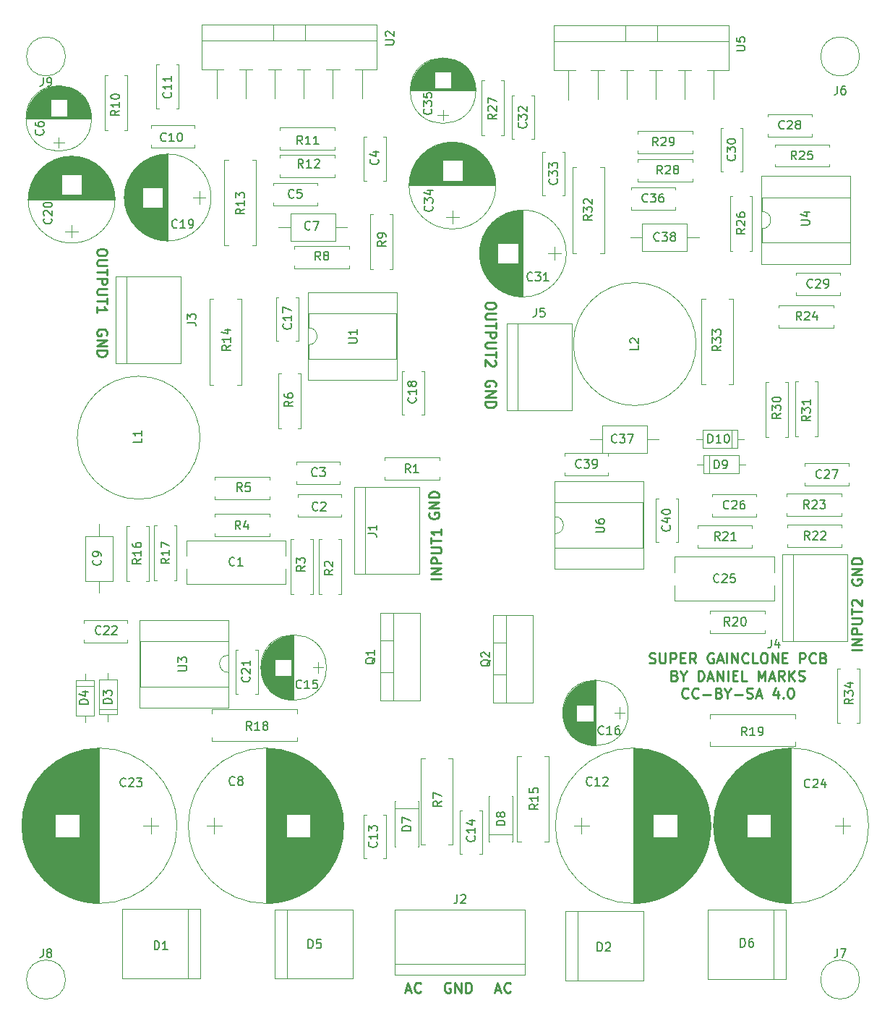
<source format=gbr>
G04 #@! TF.FileFunction,Legend,Top*
%FSLAX46Y46*%
G04 Gerber Fmt 4.6, Leading zero omitted, Abs format (unit mm)*
G04 Created by KiCad (PCBNEW 4.0.7) date 10/28/20 23:25:09*
%MOMM*%
%LPD*%
G01*
G04 APERTURE LIST*
%ADD10C,0.100000*%
%ADD11C,0.250000*%
%ADD12C,0.120000*%
%ADD13C,0.150000*%
G04 APERTURE END LIST*
D10*
D11*
X70114286Y-161200000D02*
X70685715Y-161200000D01*
X70000001Y-161542857D02*
X70400001Y-160342857D01*
X70800001Y-161542857D01*
X71885715Y-161428571D02*
X71828572Y-161485714D01*
X71657143Y-161542857D01*
X71542857Y-161542857D01*
X71371429Y-161485714D01*
X71257143Y-161371429D01*
X71200000Y-161257143D01*
X71142857Y-161028571D01*
X71142857Y-160857143D01*
X71200000Y-160628571D01*
X71257143Y-160514286D01*
X71371429Y-160400000D01*
X71542857Y-160342857D01*
X71657143Y-160342857D01*
X71828572Y-160400000D01*
X71885715Y-160457143D01*
X80614286Y-161200000D02*
X81185715Y-161200000D01*
X80500001Y-161542857D02*
X80900001Y-160342857D01*
X81300001Y-161542857D01*
X82385715Y-161428571D02*
X82328572Y-161485714D01*
X82157143Y-161542857D01*
X82042857Y-161542857D01*
X81871429Y-161485714D01*
X81757143Y-161371429D01*
X81700000Y-161257143D01*
X81642857Y-161028571D01*
X81642857Y-160857143D01*
X81700000Y-160628571D01*
X81757143Y-160514286D01*
X81871429Y-160400000D01*
X82042857Y-160342857D01*
X82157143Y-160342857D01*
X82328572Y-160400000D01*
X82385715Y-160457143D01*
X75335715Y-160400000D02*
X75221429Y-160342857D01*
X75050000Y-160342857D01*
X74878572Y-160400000D01*
X74764286Y-160514286D01*
X74707143Y-160628571D01*
X74650000Y-160857143D01*
X74650000Y-161028571D01*
X74707143Y-161257143D01*
X74764286Y-161371429D01*
X74878572Y-161485714D01*
X75050000Y-161542857D01*
X75164286Y-161542857D01*
X75335715Y-161485714D01*
X75392858Y-161428571D01*
X75392858Y-161028571D01*
X75164286Y-161028571D01*
X75907143Y-161542857D02*
X75907143Y-160342857D01*
X76592858Y-161542857D01*
X76592858Y-160342857D01*
X77164286Y-161542857D02*
X77164286Y-160342857D01*
X77450001Y-160342857D01*
X77621429Y-160400000D01*
X77735715Y-160514286D01*
X77792858Y-160628571D01*
X77850001Y-160857143D01*
X77850001Y-161028571D01*
X77792858Y-161257143D01*
X77735715Y-161371429D01*
X77621429Y-161485714D01*
X77450001Y-161542857D01*
X77164286Y-161542857D01*
X98657142Y-122935714D02*
X98828571Y-122992857D01*
X99114285Y-122992857D01*
X99228571Y-122935714D01*
X99285714Y-122878571D01*
X99342857Y-122764286D01*
X99342857Y-122650000D01*
X99285714Y-122535714D01*
X99228571Y-122478571D01*
X99114285Y-122421429D01*
X98885714Y-122364286D01*
X98771428Y-122307143D01*
X98714285Y-122250000D01*
X98657142Y-122135714D01*
X98657142Y-122021429D01*
X98714285Y-121907143D01*
X98771428Y-121850000D01*
X98885714Y-121792857D01*
X99171428Y-121792857D01*
X99342857Y-121850000D01*
X99857142Y-121792857D02*
X99857142Y-122764286D01*
X99914285Y-122878571D01*
X99971428Y-122935714D01*
X100085714Y-122992857D01*
X100314285Y-122992857D01*
X100428571Y-122935714D01*
X100485714Y-122878571D01*
X100542857Y-122764286D01*
X100542857Y-121792857D01*
X101114285Y-122992857D02*
X101114285Y-121792857D01*
X101571428Y-121792857D01*
X101685714Y-121850000D01*
X101742857Y-121907143D01*
X101800000Y-122021429D01*
X101800000Y-122192857D01*
X101742857Y-122307143D01*
X101685714Y-122364286D01*
X101571428Y-122421429D01*
X101114285Y-122421429D01*
X102314285Y-122364286D02*
X102714285Y-122364286D01*
X102885714Y-122992857D02*
X102314285Y-122992857D01*
X102314285Y-121792857D01*
X102885714Y-121792857D01*
X104085714Y-122992857D02*
X103685714Y-122421429D01*
X103399999Y-122992857D02*
X103399999Y-121792857D01*
X103857142Y-121792857D01*
X103971428Y-121850000D01*
X104028571Y-121907143D01*
X104085714Y-122021429D01*
X104085714Y-122192857D01*
X104028571Y-122307143D01*
X103971428Y-122364286D01*
X103857142Y-122421429D01*
X103399999Y-122421429D01*
X106142857Y-121850000D02*
X106028571Y-121792857D01*
X105857142Y-121792857D01*
X105685714Y-121850000D01*
X105571428Y-121964286D01*
X105514285Y-122078571D01*
X105457142Y-122307143D01*
X105457142Y-122478571D01*
X105514285Y-122707143D01*
X105571428Y-122821429D01*
X105685714Y-122935714D01*
X105857142Y-122992857D01*
X105971428Y-122992857D01*
X106142857Y-122935714D01*
X106200000Y-122878571D01*
X106200000Y-122478571D01*
X105971428Y-122478571D01*
X106657142Y-122650000D02*
X107228571Y-122650000D01*
X106542857Y-122992857D02*
X106942857Y-121792857D01*
X107342857Y-122992857D01*
X107742856Y-122992857D02*
X107742856Y-121792857D01*
X108314285Y-122992857D02*
X108314285Y-121792857D01*
X109000000Y-122992857D01*
X109000000Y-121792857D01*
X110257143Y-122878571D02*
X110200000Y-122935714D01*
X110028571Y-122992857D01*
X109914285Y-122992857D01*
X109742857Y-122935714D01*
X109628571Y-122821429D01*
X109571428Y-122707143D01*
X109514285Y-122478571D01*
X109514285Y-122307143D01*
X109571428Y-122078571D01*
X109628571Y-121964286D01*
X109742857Y-121850000D01*
X109914285Y-121792857D01*
X110028571Y-121792857D01*
X110200000Y-121850000D01*
X110257143Y-121907143D01*
X111342857Y-122992857D02*
X110771428Y-122992857D01*
X110771428Y-121792857D01*
X111971429Y-121792857D02*
X112200000Y-121792857D01*
X112314286Y-121850000D01*
X112428572Y-121964286D01*
X112485714Y-122192857D01*
X112485714Y-122592857D01*
X112428572Y-122821429D01*
X112314286Y-122935714D01*
X112200000Y-122992857D01*
X111971429Y-122992857D01*
X111857143Y-122935714D01*
X111742857Y-122821429D01*
X111685714Y-122592857D01*
X111685714Y-122192857D01*
X111742857Y-121964286D01*
X111857143Y-121850000D01*
X111971429Y-121792857D01*
X113000000Y-122992857D02*
X113000000Y-121792857D01*
X113685715Y-122992857D01*
X113685715Y-121792857D01*
X114257143Y-122364286D02*
X114657143Y-122364286D01*
X114828572Y-122992857D02*
X114257143Y-122992857D01*
X114257143Y-121792857D01*
X114828572Y-121792857D01*
X116257143Y-122992857D02*
X116257143Y-121792857D01*
X116714286Y-121792857D01*
X116828572Y-121850000D01*
X116885715Y-121907143D01*
X116942858Y-122021429D01*
X116942858Y-122192857D01*
X116885715Y-122307143D01*
X116828572Y-122364286D01*
X116714286Y-122421429D01*
X116257143Y-122421429D01*
X118142858Y-122878571D02*
X118085715Y-122935714D01*
X117914286Y-122992857D01*
X117800000Y-122992857D01*
X117628572Y-122935714D01*
X117514286Y-122821429D01*
X117457143Y-122707143D01*
X117400000Y-122478571D01*
X117400000Y-122307143D01*
X117457143Y-122078571D01*
X117514286Y-121964286D01*
X117628572Y-121850000D01*
X117800000Y-121792857D01*
X117914286Y-121792857D01*
X118085715Y-121850000D01*
X118142858Y-121907143D01*
X119057143Y-122364286D02*
X119228572Y-122421429D01*
X119285715Y-122478571D01*
X119342858Y-122592857D01*
X119342858Y-122764286D01*
X119285715Y-122878571D01*
X119228572Y-122935714D01*
X119114286Y-122992857D01*
X118657143Y-122992857D01*
X118657143Y-121792857D01*
X119057143Y-121792857D01*
X119171429Y-121850000D01*
X119228572Y-121907143D01*
X119285715Y-122021429D01*
X119285715Y-122135714D01*
X119228572Y-122250000D01*
X119171429Y-122307143D01*
X119057143Y-122364286D01*
X118657143Y-122364286D01*
X101628571Y-124414286D02*
X101800000Y-124471429D01*
X101857143Y-124528571D01*
X101914286Y-124642857D01*
X101914286Y-124814286D01*
X101857143Y-124928571D01*
X101800000Y-124985714D01*
X101685714Y-125042857D01*
X101228571Y-125042857D01*
X101228571Y-123842857D01*
X101628571Y-123842857D01*
X101742857Y-123900000D01*
X101800000Y-123957143D01*
X101857143Y-124071429D01*
X101857143Y-124185714D01*
X101800000Y-124300000D01*
X101742857Y-124357143D01*
X101628571Y-124414286D01*
X101228571Y-124414286D01*
X102657143Y-124471429D02*
X102657143Y-125042857D01*
X102257143Y-123842857D02*
X102657143Y-124471429D01*
X103057143Y-123842857D01*
X104371428Y-125042857D02*
X104371428Y-123842857D01*
X104657143Y-123842857D01*
X104828571Y-123900000D01*
X104942857Y-124014286D01*
X105000000Y-124128571D01*
X105057143Y-124357143D01*
X105057143Y-124528571D01*
X105000000Y-124757143D01*
X104942857Y-124871429D01*
X104828571Y-124985714D01*
X104657143Y-125042857D01*
X104371428Y-125042857D01*
X105514285Y-124700000D02*
X106085714Y-124700000D01*
X105400000Y-125042857D02*
X105800000Y-123842857D01*
X106200000Y-125042857D01*
X106599999Y-125042857D02*
X106599999Y-123842857D01*
X107285714Y-125042857D01*
X107285714Y-123842857D01*
X107857142Y-125042857D02*
X107857142Y-123842857D01*
X108428571Y-124414286D02*
X108828571Y-124414286D01*
X109000000Y-125042857D02*
X108428571Y-125042857D01*
X108428571Y-123842857D01*
X109000000Y-123842857D01*
X110085714Y-125042857D02*
X109514285Y-125042857D01*
X109514285Y-123842857D01*
X111400000Y-125042857D02*
X111400000Y-123842857D01*
X111800000Y-124700000D01*
X112200000Y-123842857D01*
X112200000Y-125042857D01*
X112714286Y-124700000D02*
X113285715Y-124700000D01*
X112600001Y-125042857D02*
X113000001Y-123842857D01*
X113400001Y-125042857D01*
X114485715Y-125042857D02*
X114085715Y-124471429D01*
X113800000Y-125042857D02*
X113800000Y-123842857D01*
X114257143Y-123842857D01*
X114371429Y-123900000D01*
X114428572Y-123957143D01*
X114485715Y-124071429D01*
X114485715Y-124242857D01*
X114428572Y-124357143D01*
X114371429Y-124414286D01*
X114257143Y-124471429D01*
X113800000Y-124471429D01*
X115000000Y-125042857D02*
X115000000Y-123842857D01*
X115685715Y-125042857D02*
X115171429Y-124357143D01*
X115685715Y-123842857D02*
X115000000Y-124528571D01*
X116142857Y-124985714D02*
X116314286Y-125042857D01*
X116600000Y-125042857D01*
X116714286Y-124985714D01*
X116771429Y-124928571D01*
X116828572Y-124814286D01*
X116828572Y-124700000D01*
X116771429Y-124585714D01*
X116714286Y-124528571D01*
X116600000Y-124471429D01*
X116371429Y-124414286D01*
X116257143Y-124357143D01*
X116200000Y-124300000D01*
X116142857Y-124185714D01*
X116142857Y-124071429D01*
X116200000Y-123957143D01*
X116257143Y-123900000D01*
X116371429Y-123842857D01*
X116657143Y-123842857D01*
X116828572Y-123900000D01*
X103200001Y-126978571D02*
X103142858Y-127035714D01*
X102971429Y-127092857D01*
X102857143Y-127092857D01*
X102685715Y-127035714D01*
X102571429Y-126921429D01*
X102514286Y-126807143D01*
X102457143Y-126578571D01*
X102457143Y-126407143D01*
X102514286Y-126178571D01*
X102571429Y-126064286D01*
X102685715Y-125950000D01*
X102857143Y-125892857D01*
X102971429Y-125892857D01*
X103142858Y-125950000D01*
X103200001Y-126007143D01*
X104400001Y-126978571D02*
X104342858Y-127035714D01*
X104171429Y-127092857D01*
X104057143Y-127092857D01*
X103885715Y-127035714D01*
X103771429Y-126921429D01*
X103714286Y-126807143D01*
X103657143Y-126578571D01*
X103657143Y-126407143D01*
X103714286Y-126178571D01*
X103771429Y-126064286D01*
X103885715Y-125950000D01*
X104057143Y-125892857D01*
X104171429Y-125892857D01*
X104342858Y-125950000D01*
X104400001Y-126007143D01*
X104914286Y-126635714D02*
X105828572Y-126635714D01*
X106800000Y-126464286D02*
X106971429Y-126521429D01*
X107028572Y-126578571D01*
X107085715Y-126692857D01*
X107085715Y-126864286D01*
X107028572Y-126978571D01*
X106971429Y-127035714D01*
X106857143Y-127092857D01*
X106400000Y-127092857D01*
X106400000Y-125892857D01*
X106800000Y-125892857D01*
X106914286Y-125950000D01*
X106971429Y-126007143D01*
X107028572Y-126121429D01*
X107028572Y-126235714D01*
X106971429Y-126350000D01*
X106914286Y-126407143D01*
X106800000Y-126464286D01*
X106400000Y-126464286D01*
X107828572Y-126521429D02*
X107828572Y-127092857D01*
X107428572Y-125892857D02*
X107828572Y-126521429D01*
X108228572Y-125892857D01*
X108628571Y-126635714D02*
X109542857Y-126635714D01*
X110057142Y-127035714D02*
X110228571Y-127092857D01*
X110514285Y-127092857D01*
X110628571Y-127035714D01*
X110685714Y-126978571D01*
X110742857Y-126864286D01*
X110742857Y-126750000D01*
X110685714Y-126635714D01*
X110628571Y-126578571D01*
X110514285Y-126521429D01*
X110285714Y-126464286D01*
X110171428Y-126407143D01*
X110114285Y-126350000D01*
X110057142Y-126235714D01*
X110057142Y-126121429D01*
X110114285Y-126007143D01*
X110171428Y-125950000D01*
X110285714Y-125892857D01*
X110571428Y-125892857D01*
X110742857Y-125950000D01*
X111199999Y-126750000D02*
X111771428Y-126750000D01*
X111085714Y-127092857D02*
X111485714Y-125892857D01*
X111885714Y-127092857D01*
X113714285Y-126292857D02*
X113714285Y-127092857D01*
X113428571Y-125835714D02*
X113142856Y-126692857D01*
X113885714Y-126692857D01*
X114342856Y-126978571D02*
X114399999Y-127035714D01*
X114342856Y-127092857D01*
X114285713Y-127035714D01*
X114342856Y-126978571D01*
X114342856Y-127092857D01*
X115142857Y-125892857D02*
X115257142Y-125892857D01*
X115371428Y-125950000D01*
X115428571Y-126007143D01*
X115485714Y-126121429D01*
X115542857Y-126350000D01*
X115542857Y-126635714D01*
X115485714Y-126864286D01*
X115428571Y-126978571D01*
X115371428Y-127035714D01*
X115257142Y-127092857D01*
X115142857Y-127092857D01*
X115028571Y-127035714D01*
X114971428Y-126978571D01*
X114914285Y-126864286D01*
X114857142Y-126635714D01*
X114857142Y-126350000D01*
X114914285Y-126121429D01*
X114971428Y-126007143D01*
X115028571Y-125950000D01*
X115142857Y-125892857D01*
X123542857Y-121385715D02*
X122342857Y-121385715D01*
X123542857Y-120814286D02*
X122342857Y-120814286D01*
X123542857Y-120128571D01*
X122342857Y-120128571D01*
X123542857Y-119557143D02*
X122342857Y-119557143D01*
X122342857Y-119100000D01*
X122400000Y-118985714D01*
X122457143Y-118928571D01*
X122571429Y-118871428D01*
X122742857Y-118871428D01*
X122857143Y-118928571D01*
X122914286Y-118985714D01*
X122971429Y-119100000D01*
X122971429Y-119557143D01*
X122342857Y-118357143D02*
X123314286Y-118357143D01*
X123428571Y-118300000D01*
X123485714Y-118242857D01*
X123542857Y-118128571D01*
X123542857Y-117900000D01*
X123485714Y-117785714D01*
X123428571Y-117728571D01*
X123314286Y-117671428D01*
X122342857Y-117671428D01*
X122342857Y-117271428D02*
X122342857Y-116585714D01*
X123542857Y-116928571D02*
X122342857Y-116928571D01*
X122457143Y-116242857D02*
X122400000Y-116185714D01*
X122342857Y-116071428D01*
X122342857Y-115785714D01*
X122400000Y-115671428D01*
X122457143Y-115614285D01*
X122571429Y-115557142D01*
X122685714Y-115557142D01*
X122857143Y-115614285D01*
X123542857Y-116299999D01*
X123542857Y-115557142D01*
X122400000Y-113164285D02*
X122342857Y-113278571D01*
X122342857Y-113450000D01*
X122400000Y-113621428D01*
X122514286Y-113735714D01*
X122628571Y-113792857D01*
X122857143Y-113850000D01*
X123028571Y-113850000D01*
X123257143Y-113792857D01*
X123371429Y-113735714D01*
X123485714Y-113621428D01*
X123542857Y-113450000D01*
X123542857Y-113335714D01*
X123485714Y-113164285D01*
X123428571Y-113107142D01*
X123028571Y-113107142D01*
X123028571Y-113335714D01*
X123542857Y-112592857D02*
X122342857Y-112592857D01*
X123542857Y-111907142D01*
X122342857Y-111907142D01*
X123542857Y-111335714D02*
X122342857Y-111335714D01*
X122342857Y-111049999D01*
X122400000Y-110878571D01*
X122514286Y-110764285D01*
X122628571Y-110707142D01*
X122857143Y-110649999D01*
X123028571Y-110649999D01*
X123257143Y-110707142D01*
X123371429Y-110764285D01*
X123485714Y-110878571D01*
X123542857Y-111049999D01*
X123542857Y-111335714D01*
X80600000Y-90585715D02*
X80657143Y-90471429D01*
X80657143Y-90300000D01*
X80600000Y-90128572D01*
X80485714Y-90014286D01*
X80371429Y-89957143D01*
X80142857Y-89900000D01*
X79971429Y-89900000D01*
X79742857Y-89957143D01*
X79628571Y-90014286D01*
X79514286Y-90128572D01*
X79457143Y-90300000D01*
X79457143Y-90414286D01*
X79514286Y-90585715D01*
X79571429Y-90642858D01*
X79971429Y-90642858D01*
X79971429Y-90414286D01*
X79457143Y-91157143D02*
X80657143Y-91157143D01*
X79457143Y-91842858D01*
X80657143Y-91842858D01*
X79457143Y-92414286D02*
X80657143Y-92414286D01*
X80657143Y-92700001D01*
X80600000Y-92871429D01*
X80485714Y-92985715D01*
X80371429Y-93042858D01*
X80142857Y-93100001D01*
X79971429Y-93100001D01*
X79742857Y-93042858D01*
X79628571Y-92985715D01*
X79514286Y-92871429D01*
X79457143Y-92700001D01*
X79457143Y-92414286D01*
X80657143Y-81042857D02*
X80657143Y-81271428D01*
X80600000Y-81385714D01*
X80485714Y-81500000D01*
X80257143Y-81557142D01*
X79857143Y-81557142D01*
X79628571Y-81500000D01*
X79514286Y-81385714D01*
X79457143Y-81271428D01*
X79457143Y-81042857D01*
X79514286Y-80928571D01*
X79628571Y-80814285D01*
X79857143Y-80757142D01*
X80257143Y-80757142D01*
X80485714Y-80814285D01*
X80600000Y-80928571D01*
X80657143Y-81042857D01*
X80657143Y-82071428D02*
X79685714Y-82071428D01*
X79571429Y-82128571D01*
X79514286Y-82185714D01*
X79457143Y-82300000D01*
X79457143Y-82528571D01*
X79514286Y-82642857D01*
X79571429Y-82700000D01*
X79685714Y-82757143D01*
X80657143Y-82757143D01*
X80657143Y-83157143D02*
X80657143Y-83842857D01*
X79457143Y-83500000D02*
X80657143Y-83500000D01*
X79457143Y-84242857D02*
X80657143Y-84242857D01*
X80657143Y-84700000D01*
X80600000Y-84814286D01*
X80542857Y-84871429D01*
X80428571Y-84928572D01*
X80257143Y-84928572D01*
X80142857Y-84871429D01*
X80085714Y-84814286D01*
X80028571Y-84700000D01*
X80028571Y-84242857D01*
X80657143Y-85442857D02*
X79685714Y-85442857D01*
X79571429Y-85500000D01*
X79514286Y-85557143D01*
X79457143Y-85671429D01*
X79457143Y-85900000D01*
X79514286Y-86014286D01*
X79571429Y-86071429D01*
X79685714Y-86128572D01*
X80657143Y-86128572D01*
X80657143Y-86528572D02*
X80657143Y-87214286D01*
X79457143Y-86871429D02*
X80657143Y-86871429D01*
X80542857Y-87557143D02*
X80600000Y-87614286D01*
X80657143Y-87728572D01*
X80657143Y-88014286D01*
X80600000Y-88128572D01*
X80542857Y-88185715D01*
X80428571Y-88242858D01*
X80314286Y-88242858D01*
X80142857Y-88185715D01*
X79457143Y-87500001D01*
X79457143Y-88242858D01*
X74292857Y-113135715D02*
X73092857Y-113135715D01*
X74292857Y-112564286D02*
X73092857Y-112564286D01*
X74292857Y-111878571D01*
X73092857Y-111878571D01*
X74292857Y-111307143D02*
X73092857Y-111307143D01*
X73092857Y-110850000D01*
X73150000Y-110735714D01*
X73207143Y-110678571D01*
X73321429Y-110621428D01*
X73492857Y-110621428D01*
X73607143Y-110678571D01*
X73664286Y-110735714D01*
X73721429Y-110850000D01*
X73721429Y-111307143D01*
X73092857Y-110107143D02*
X74064286Y-110107143D01*
X74178571Y-110050000D01*
X74235714Y-109992857D01*
X74292857Y-109878571D01*
X74292857Y-109650000D01*
X74235714Y-109535714D01*
X74178571Y-109478571D01*
X74064286Y-109421428D01*
X73092857Y-109421428D01*
X73092857Y-109021428D02*
X73092857Y-108335714D01*
X74292857Y-108678571D02*
X73092857Y-108678571D01*
X74292857Y-107307142D02*
X74292857Y-107992857D01*
X74292857Y-107649999D02*
X73092857Y-107649999D01*
X73264286Y-107764285D01*
X73378571Y-107878571D01*
X73435714Y-107992857D01*
X72900000Y-105414285D02*
X72842857Y-105528571D01*
X72842857Y-105700000D01*
X72900000Y-105871428D01*
X73014286Y-105985714D01*
X73128571Y-106042857D01*
X73357143Y-106100000D01*
X73528571Y-106100000D01*
X73757143Y-106042857D01*
X73871429Y-105985714D01*
X73985714Y-105871428D01*
X74042857Y-105700000D01*
X74042857Y-105585714D01*
X73985714Y-105414285D01*
X73928571Y-105357142D01*
X73528571Y-105357142D01*
X73528571Y-105585714D01*
X74042857Y-104842857D02*
X72842857Y-104842857D01*
X74042857Y-104157142D01*
X72842857Y-104157142D01*
X74042857Y-103585714D02*
X72842857Y-103585714D01*
X72842857Y-103299999D01*
X72900000Y-103128571D01*
X73014286Y-103014285D01*
X73128571Y-102957142D01*
X73357143Y-102899999D01*
X73528571Y-102899999D01*
X73757143Y-102957142D01*
X73871429Y-103014285D01*
X73985714Y-103128571D01*
X74042857Y-103299999D01*
X74042857Y-103585714D01*
X35100000Y-84585715D02*
X35157143Y-84471429D01*
X35157143Y-84300000D01*
X35100000Y-84128572D01*
X34985714Y-84014286D01*
X34871429Y-83957143D01*
X34642857Y-83900000D01*
X34471429Y-83900000D01*
X34242857Y-83957143D01*
X34128571Y-84014286D01*
X34014286Y-84128572D01*
X33957143Y-84300000D01*
X33957143Y-84414286D01*
X34014286Y-84585715D01*
X34071429Y-84642858D01*
X34471429Y-84642858D01*
X34471429Y-84414286D01*
X33957143Y-85157143D02*
X35157143Y-85157143D01*
X33957143Y-85842858D01*
X35157143Y-85842858D01*
X33957143Y-86414286D02*
X35157143Y-86414286D01*
X35157143Y-86700001D01*
X35100000Y-86871429D01*
X34985714Y-86985715D01*
X34871429Y-87042858D01*
X34642857Y-87100001D01*
X34471429Y-87100001D01*
X34242857Y-87042858D01*
X34128571Y-86985715D01*
X34014286Y-86871429D01*
X33957143Y-86700001D01*
X33957143Y-86414286D01*
X35157143Y-74792857D02*
X35157143Y-75021428D01*
X35100000Y-75135714D01*
X34985714Y-75250000D01*
X34757143Y-75307142D01*
X34357143Y-75307142D01*
X34128571Y-75250000D01*
X34014286Y-75135714D01*
X33957143Y-75021428D01*
X33957143Y-74792857D01*
X34014286Y-74678571D01*
X34128571Y-74564285D01*
X34357143Y-74507142D01*
X34757143Y-74507142D01*
X34985714Y-74564285D01*
X35100000Y-74678571D01*
X35157143Y-74792857D01*
X35157143Y-75821428D02*
X34185714Y-75821428D01*
X34071429Y-75878571D01*
X34014286Y-75935714D01*
X33957143Y-76050000D01*
X33957143Y-76278571D01*
X34014286Y-76392857D01*
X34071429Y-76450000D01*
X34185714Y-76507143D01*
X35157143Y-76507143D01*
X35157143Y-76907143D02*
X35157143Y-77592857D01*
X33957143Y-77250000D02*
X35157143Y-77250000D01*
X33957143Y-77992857D02*
X35157143Y-77992857D01*
X35157143Y-78450000D01*
X35100000Y-78564286D01*
X35042857Y-78621429D01*
X34928571Y-78678572D01*
X34757143Y-78678572D01*
X34642857Y-78621429D01*
X34585714Y-78564286D01*
X34528571Y-78450000D01*
X34528571Y-77992857D01*
X35157143Y-79192857D02*
X34185714Y-79192857D01*
X34071429Y-79250000D01*
X34014286Y-79307143D01*
X33957143Y-79421429D01*
X33957143Y-79650000D01*
X34014286Y-79764286D01*
X34071429Y-79821429D01*
X34185714Y-79878572D01*
X35157143Y-79878572D01*
X35157143Y-80278572D02*
X35157143Y-80964286D01*
X33957143Y-80621429D02*
X35157143Y-80621429D01*
X33957143Y-81992858D02*
X33957143Y-81307143D01*
X33957143Y-81650001D02*
X35157143Y-81650001D01*
X34985714Y-81535715D01*
X34871429Y-81421429D01*
X34814286Y-81307143D01*
D12*
X105840000Y-142000000D02*
G75*
G03X105840000Y-142000000I-9090000J0D01*
G01*
X96750000Y-132950000D02*
X96750000Y-151050000D01*
X96790000Y-132950000D02*
X96790000Y-151050000D01*
X96830000Y-132950000D02*
X96830000Y-151050000D01*
X96870000Y-132950000D02*
X96870000Y-151050000D01*
X96910000Y-132951000D02*
X96910000Y-151049000D01*
X96950000Y-132952000D02*
X96950000Y-151048000D01*
X96990000Y-132953000D02*
X96990000Y-151047000D01*
X97030000Y-132954000D02*
X97030000Y-151046000D01*
X97070000Y-132955000D02*
X97070000Y-151045000D01*
X97110000Y-132957000D02*
X97110000Y-151043000D01*
X97150000Y-132958000D02*
X97150000Y-151042000D01*
X97190000Y-132960000D02*
X97190000Y-151040000D01*
X97230000Y-132962000D02*
X97230000Y-151038000D01*
X97270000Y-132964000D02*
X97270000Y-151036000D01*
X97310000Y-132967000D02*
X97310000Y-151033000D01*
X97350000Y-132969000D02*
X97350000Y-151031000D01*
X97390000Y-132972000D02*
X97390000Y-151028000D01*
X97430000Y-132975000D02*
X97430000Y-151025000D01*
X97471000Y-132978000D02*
X97471000Y-151022000D01*
X97511000Y-132981000D02*
X97511000Y-151019000D01*
X97551000Y-132985000D02*
X97551000Y-151015000D01*
X97591000Y-132988000D02*
X97591000Y-151012000D01*
X97631000Y-132992000D02*
X97631000Y-151008000D01*
X97671000Y-132996000D02*
X97671000Y-151004000D01*
X97711000Y-133000000D02*
X97711000Y-151000000D01*
X97751000Y-133005000D02*
X97751000Y-150995000D01*
X97791000Y-133009000D02*
X97791000Y-150991000D01*
X97831000Y-133014000D02*
X97831000Y-150986000D01*
X97871000Y-133019000D02*
X97871000Y-150981000D01*
X97911000Y-133024000D02*
X97911000Y-150976000D01*
X97951000Y-133029000D02*
X97951000Y-150971000D01*
X97991000Y-133034000D02*
X97991000Y-150966000D01*
X98031000Y-133040000D02*
X98031000Y-150960000D01*
X98071000Y-133046000D02*
X98071000Y-150954000D01*
X98111000Y-133052000D02*
X98111000Y-150948000D01*
X98151000Y-133058000D02*
X98151000Y-150942000D01*
X98191000Y-133064000D02*
X98191000Y-150936000D01*
X98231000Y-133071000D02*
X98231000Y-150929000D01*
X98271000Y-133077000D02*
X98271000Y-150923000D01*
X98311000Y-133084000D02*
X98311000Y-150916000D01*
X98351000Y-133091000D02*
X98351000Y-150909000D01*
X98391000Y-133099000D02*
X98391000Y-150901000D01*
X98431000Y-133106000D02*
X98431000Y-150894000D01*
X98471000Y-133114000D02*
X98471000Y-150886000D01*
X98511000Y-133122000D02*
X98511000Y-150878000D01*
X98551000Y-133130000D02*
X98551000Y-150870000D01*
X98591000Y-133138000D02*
X98591000Y-150862000D01*
X98631000Y-133146000D02*
X98631000Y-150854000D01*
X98671000Y-133155000D02*
X98671000Y-150845000D01*
X98711000Y-133163000D02*
X98711000Y-150837000D01*
X98751000Y-133172000D02*
X98751000Y-150828000D01*
X98791000Y-133181000D02*
X98791000Y-150819000D01*
X98831000Y-133191000D02*
X98831000Y-150809000D01*
X98871000Y-133200000D02*
X98871000Y-150800000D01*
X98911000Y-133210000D02*
X98911000Y-150790000D01*
X98951000Y-133220000D02*
X98951000Y-150780000D01*
X98991000Y-133230000D02*
X98991000Y-150770000D01*
X99031000Y-133240000D02*
X99031000Y-150760000D01*
X99071000Y-133251000D02*
X99071000Y-150749000D01*
X99111000Y-133261000D02*
X99111000Y-150739000D01*
X99151000Y-133272000D02*
X99151000Y-140620000D01*
X99151000Y-143380000D02*
X99151000Y-150728000D01*
X99191000Y-133283000D02*
X99191000Y-140620000D01*
X99191000Y-143380000D02*
X99191000Y-150717000D01*
X99231000Y-133294000D02*
X99231000Y-140620000D01*
X99231000Y-143380000D02*
X99231000Y-150706000D01*
X99271000Y-133306000D02*
X99271000Y-140620000D01*
X99271000Y-143380000D02*
X99271000Y-150694000D01*
X99311000Y-133317000D02*
X99311000Y-140620000D01*
X99311000Y-143380000D02*
X99311000Y-150683000D01*
X99351000Y-133329000D02*
X99351000Y-140620000D01*
X99351000Y-143380000D02*
X99351000Y-150671000D01*
X99391000Y-133341000D02*
X99391000Y-140620000D01*
X99391000Y-143380000D02*
X99391000Y-150659000D01*
X99431000Y-133354000D02*
X99431000Y-140620000D01*
X99431000Y-143380000D02*
X99431000Y-150646000D01*
X99471000Y-133366000D02*
X99471000Y-140620000D01*
X99471000Y-143380000D02*
X99471000Y-150634000D01*
X99511000Y-133379000D02*
X99511000Y-140620000D01*
X99511000Y-143380000D02*
X99511000Y-150621000D01*
X99551000Y-133391000D02*
X99551000Y-140620000D01*
X99551000Y-143380000D02*
X99551000Y-150609000D01*
X99591000Y-133405000D02*
X99591000Y-140620000D01*
X99591000Y-143380000D02*
X99591000Y-150595000D01*
X99631000Y-133418000D02*
X99631000Y-140620000D01*
X99631000Y-143380000D02*
X99631000Y-150582000D01*
X99671000Y-133431000D02*
X99671000Y-140620000D01*
X99671000Y-143380000D02*
X99671000Y-150569000D01*
X99711000Y-133445000D02*
X99711000Y-140620000D01*
X99711000Y-143380000D02*
X99711000Y-150555000D01*
X99751000Y-133459000D02*
X99751000Y-140620000D01*
X99751000Y-143380000D02*
X99751000Y-150541000D01*
X99791000Y-133473000D02*
X99791000Y-140620000D01*
X99791000Y-143380000D02*
X99791000Y-150527000D01*
X99831000Y-133487000D02*
X99831000Y-140620000D01*
X99831000Y-143380000D02*
X99831000Y-150513000D01*
X99871000Y-133502000D02*
X99871000Y-140620000D01*
X99871000Y-143380000D02*
X99871000Y-150498000D01*
X99911000Y-133516000D02*
X99911000Y-140620000D01*
X99911000Y-143380000D02*
X99911000Y-150484000D01*
X99951000Y-133531000D02*
X99951000Y-140620000D01*
X99951000Y-143380000D02*
X99951000Y-150469000D01*
X99991000Y-133547000D02*
X99991000Y-140620000D01*
X99991000Y-143380000D02*
X99991000Y-150453000D01*
X100031000Y-133562000D02*
X100031000Y-140620000D01*
X100031000Y-143380000D02*
X100031000Y-150438000D01*
X100071000Y-133577000D02*
X100071000Y-140620000D01*
X100071000Y-143380000D02*
X100071000Y-150423000D01*
X100111000Y-133593000D02*
X100111000Y-140620000D01*
X100111000Y-143380000D02*
X100111000Y-150407000D01*
X100151000Y-133609000D02*
X100151000Y-140620000D01*
X100151000Y-143380000D02*
X100151000Y-150391000D01*
X100191000Y-133626000D02*
X100191000Y-140620000D01*
X100191000Y-143380000D02*
X100191000Y-150374000D01*
X100231000Y-133642000D02*
X100231000Y-140620000D01*
X100231000Y-143380000D02*
X100231000Y-150358000D01*
X100271000Y-133659000D02*
X100271000Y-140620000D01*
X100271000Y-143380000D02*
X100271000Y-150341000D01*
X100311000Y-133676000D02*
X100311000Y-140620000D01*
X100311000Y-143380000D02*
X100311000Y-150324000D01*
X100351000Y-133693000D02*
X100351000Y-140620000D01*
X100351000Y-143380000D02*
X100351000Y-150307000D01*
X100391000Y-133710000D02*
X100391000Y-140620000D01*
X100391000Y-143380000D02*
X100391000Y-150290000D01*
X100431000Y-133728000D02*
X100431000Y-140620000D01*
X100431000Y-143380000D02*
X100431000Y-150272000D01*
X100471000Y-133746000D02*
X100471000Y-140620000D01*
X100471000Y-143380000D02*
X100471000Y-150254000D01*
X100511000Y-133764000D02*
X100511000Y-140620000D01*
X100511000Y-143380000D02*
X100511000Y-150236000D01*
X100551000Y-133782000D02*
X100551000Y-140620000D01*
X100551000Y-143380000D02*
X100551000Y-150218000D01*
X100591000Y-133800000D02*
X100591000Y-140620000D01*
X100591000Y-143380000D02*
X100591000Y-150200000D01*
X100631000Y-133819000D02*
X100631000Y-140620000D01*
X100631000Y-143380000D02*
X100631000Y-150181000D01*
X100671000Y-133838000D02*
X100671000Y-140620000D01*
X100671000Y-143380000D02*
X100671000Y-150162000D01*
X100711000Y-133857000D02*
X100711000Y-140620000D01*
X100711000Y-143380000D02*
X100711000Y-150143000D01*
X100751000Y-133877000D02*
X100751000Y-140620000D01*
X100751000Y-143380000D02*
X100751000Y-150123000D01*
X100791000Y-133897000D02*
X100791000Y-140620000D01*
X100791000Y-143380000D02*
X100791000Y-150103000D01*
X100831000Y-133917000D02*
X100831000Y-140620000D01*
X100831000Y-143380000D02*
X100831000Y-150083000D01*
X100871000Y-133937000D02*
X100871000Y-140620000D01*
X100871000Y-143380000D02*
X100871000Y-150063000D01*
X100911000Y-133957000D02*
X100911000Y-140620000D01*
X100911000Y-143380000D02*
X100911000Y-150043000D01*
X100951000Y-133978000D02*
X100951000Y-140620000D01*
X100951000Y-143380000D02*
X100951000Y-150022000D01*
X100991000Y-133999000D02*
X100991000Y-140620000D01*
X100991000Y-143380000D02*
X100991000Y-150001000D01*
X101031000Y-134020000D02*
X101031000Y-140620000D01*
X101031000Y-143380000D02*
X101031000Y-149980000D01*
X101071000Y-134042000D02*
X101071000Y-140620000D01*
X101071000Y-143380000D02*
X101071000Y-149958000D01*
X101111000Y-134063000D02*
X101111000Y-140620000D01*
X101111000Y-143380000D02*
X101111000Y-149937000D01*
X101151000Y-134085000D02*
X101151000Y-140620000D01*
X101151000Y-143380000D02*
X101151000Y-149915000D01*
X101191000Y-134108000D02*
X101191000Y-140620000D01*
X101191000Y-143380000D02*
X101191000Y-149892000D01*
X101231000Y-134130000D02*
X101231000Y-140620000D01*
X101231000Y-143380000D02*
X101231000Y-149870000D01*
X101271000Y-134153000D02*
X101271000Y-140620000D01*
X101271000Y-143380000D02*
X101271000Y-149847000D01*
X101311000Y-134176000D02*
X101311000Y-140620000D01*
X101311000Y-143380000D02*
X101311000Y-149824000D01*
X101351000Y-134199000D02*
X101351000Y-140620000D01*
X101351000Y-143380000D02*
X101351000Y-149801000D01*
X101391000Y-134223000D02*
X101391000Y-140620000D01*
X101391000Y-143380000D02*
X101391000Y-149777000D01*
X101431000Y-134247000D02*
X101431000Y-140620000D01*
X101431000Y-143380000D02*
X101431000Y-149753000D01*
X101471000Y-134271000D02*
X101471000Y-140620000D01*
X101471000Y-143380000D02*
X101471000Y-149729000D01*
X101511000Y-134295000D02*
X101511000Y-140620000D01*
X101511000Y-143380000D02*
X101511000Y-149705000D01*
X101551000Y-134320000D02*
X101551000Y-140620000D01*
X101551000Y-143380000D02*
X101551000Y-149680000D01*
X101591000Y-134345000D02*
X101591000Y-140620000D01*
X101591000Y-143380000D02*
X101591000Y-149655000D01*
X101631000Y-134370000D02*
X101631000Y-140620000D01*
X101631000Y-143380000D02*
X101631000Y-149630000D01*
X101671000Y-134396000D02*
X101671000Y-140620000D01*
X101671000Y-143380000D02*
X101671000Y-149604000D01*
X101711000Y-134422000D02*
X101711000Y-140620000D01*
X101711000Y-143380000D02*
X101711000Y-149578000D01*
X101751000Y-134448000D02*
X101751000Y-140620000D01*
X101751000Y-143380000D02*
X101751000Y-149552000D01*
X101791000Y-134475000D02*
X101791000Y-140620000D01*
X101791000Y-143380000D02*
X101791000Y-149525000D01*
X101831000Y-134501000D02*
X101831000Y-140620000D01*
X101831000Y-143380000D02*
X101831000Y-149499000D01*
X101871000Y-134529000D02*
X101871000Y-140620000D01*
X101871000Y-143380000D02*
X101871000Y-149471000D01*
X101911000Y-134556000D02*
X101911000Y-149444000D01*
X101951000Y-134584000D02*
X101951000Y-149416000D01*
X101991000Y-134612000D02*
X101991000Y-149388000D01*
X102031000Y-134640000D02*
X102031000Y-149360000D01*
X102071000Y-134669000D02*
X102071000Y-149331000D01*
X102111000Y-134698000D02*
X102111000Y-149302000D01*
X102151000Y-134727000D02*
X102151000Y-149273000D01*
X102191000Y-134757000D02*
X102191000Y-149243000D01*
X102231000Y-134787000D02*
X102231000Y-149213000D01*
X102271000Y-134817000D02*
X102271000Y-149183000D01*
X102311000Y-134848000D02*
X102311000Y-149152000D01*
X102351000Y-134879000D02*
X102351000Y-149121000D01*
X102391000Y-134911000D02*
X102391000Y-149089000D01*
X102431000Y-134943000D02*
X102431000Y-149057000D01*
X102471000Y-134975000D02*
X102471000Y-149025000D01*
X102511000Y-135007000D02*
X102511000Y-148993000D01*
X102551000Y-135040000D02*
X102551000Y-148960000D01*
X102591000Y-135074000D02*
X102591000Y-148926000D01*
X102631000Y-135107000D02*
X102631000Y-148893000D01*
X102671000Y-135142000D02*
X102671000Y-148858000D01*
X102711000Y-135176000D02*
X102711000Y-148824000D01*
X102751000Y-135211000D02*
X102751000Y-148789000D01*
X102791000Y-135246000D02*
X102791000Y-148754000D01*
X102831000Y-135282000D02*
X102831000Y-148718000D01*
X102871000Y-135318000D02*
X102871000Y-148682000D01*
X102911000Y-135355000D02*
X102911000Y-148645000D01*
X102951000Y-135392000D02*
X102951000Y-148608000D01*
X102991000Y-135430000D02*
X102991000Y-148570000D01*
X103031000Y-135468000D02*
X103031000Y-148532000D01*
X103071000Y-135506000D02*
X103071000Y-148494000D01*
X103111000Y-135545000D02*
X103111000Y-148455000D01*
X103151000Y-135584000D02*
X103151000Y-148416000D01*
X103191000Y-135624000D02*
X103191000Y-148376000D01*
X103231000Y-135665000D02*
X103231000Y-148335000D01*
X103271000Y-135706000D02*
X103271000Y-148294000D01*
X103311000Y-135747000D02*
X103311000Y-148253000D01*
X103351000Y-135789000D02*
X103351000Y-148211000D01*
X103391000Y-135832000D02*
X103391000Y-148168000D01*
X103431000Y-135875000D02*
X103431000Y-148125000D01*
X103471000Y-135918000D02*
X103471000Y-148082000D01*
X103511000Y-135962000D02*
X103511000Y-148038000D01*
X103551000Y-136007000D02*
X103551000Y-147993000D01*
X103591000Y-136053000D02*
X103591000Y-147947000D01*
X103631000Y-136099000D02*
X103631000Y-147901000D01*
X103671000Y-136145000D02*
X103671000Y-147855000D01*
X103711000Y-136193000D02*
X103711000Y-147807000D01*
X103751000Y-136241000D02*
X103751000Y-147759000D01*
X103791000Y-136289000D02*
X103791000Y-147711000D01*
X103831000Y-136338000D02*
X103831000Y-147662000D01*
X103871000Y-136389000D02*
X103871000Y-147611000D01*
X103911000Y-136439000D02*
X103911000Y-147561000D01*
X103951000Y-136491000D02*
X103951000Y-147509000D01*
X103991000Y-136543000D02*
X103991000Y-147457000D01*
X104031000Y-136596000D02*
X104031000Y-147404000D01*
X104071000Y-136650000D02*
X104071000Y-147350000D01*
X104111000Y-136705000D02*
X104111000Y-147295000D01*
X104151000Y-136760000D02*
X104151000Y-147240000D01*
X104191000Y-136817000D02*
X104191000Y-147183000D01*
X104231000Y-136874000D02*
X104231000Y-147126000D01*
X104271000Y-136933000D02*
X104271000Y-147067000D01*
X104311000Y-136992000D02*
X104311000Y-147008000D01*
X104351000Y-137053000D02*
X104351000Y-146947000D01*
X104391000Y-137114000D02*
X104391000Y-146886000D01*
X104431000Y-137177000D02*
X104431000Y-146823000D01*
X104471000Y-137241000D02*
X104471000Y-146759000D01*
X104511000Y-137306000D02*
X104511000Y-146694000D01*
X104551000Y-137372000D02*
X104551000Y-146628000D01*
X104591000Y-137439000D02*
X104591000Y-146561000D01*
X104631000Y-137508000D02*
X104631000Y-146492000D01*
X104671000Y-137578000D02*
X104671000Y-146422000D01*
X104711000Y-137650000D02*
X104711000Y-146350000D01*
X104751000Y-137723000D02*
X104751000Y-146277000D01*
X104791000Y-137798000D02*
X104791000Y-146202000D01*
X104831000Y-137875000D02*
X104831000Y-146125000D01*
X104871000Y-137954000D02*
X104871000Y-146046000D01*
X104911000Y-138034000D02*
X104911000Y-145966000D01*
X104950000Y-138117000D02*
X104950000Y-145883000D01*
X104990000Y-138201000D02*
X104990000Y-145799000D01*
X105030000Y-138289000D02*
X105030000Y-145711000D01*
X105070000Y-138378000D02*
X105070000Y-145622000D01*
X105110000Y-138470000D02*
X105110000Y-145530000D01*
X105150000Y-138566000D02*
X105150000Y-145434000D01*
X105190000Y-138664000D02*
X105190000Y-145336000D01*
X105230000Y-138766000D02*
X105230000Y-145234000D01*
X105270000Y-138871000D02*
X105270000Y-145129000D01*
X105310000Y-138981000D02*
X105310000Y-145019000D01*
X105350000Y-139095000D02*
X105350000Y-144905000D01*
X105390000Y-139215000D02*
X105390000Y-144785000D01*
X105430000Y-139340000D02*
X105430000Y-144660000D01*
X105470000Y-139472000D02*
X105470000Y-144528000D01*
X105510000Y-139612000D02*
X105510000Y-144388000D01*
X105550000Y-139762000D02*
X105550000Y-144238000D01*
X105590000Y-139922000D02*
X105590000Y-144078000D01*
X105630000Y-140097000D02*
X105630000Y-143903000D01*
X105670000Y-140290000D02*
X105670000Y-143710000D01*
X105710000Y-140508000D02*
X105710000Y-143492000D01*
X105750000Y-140764000D02*
X105750000Y-143236000D01*
X105790000Y-141087000D02*
X105790000Y-142913000D01*
X105830000Y-141613000D02*
X105830000Y-142387000D01*
X89800000Y-142000000D02*
X91600000Y-142000000D01*
X90700000Y-141100000D02*
X90700000Y-142900000D01*
X46280000Y-48300000D02*
X66720000Y-48300000D01*
X46280000Y-53541000D02*
X48776000Y-53541000D01*
X50625000Y-53541000D02*
X52176000Y-53541000D01*
X54025000Y-53541000D02*
X55576000Y-53541000D01*
X57425000Y-53541000D02*
X58976000Y-53541000D01*
X60825000Y-53541000D02*
X62376000Y-53541000D01*
X64225000Y-53541000D02*
X66720000Y-53541000D01*
X46280000Y-48300000D02*
X46280000Y-53541000D01*
X66720000Y-48300000D02*
X66720000Y-53541000D01*
X46280000Y-50140000D02*
X66720000Y-50140000D01*
X54650000Y-48300000D02*
X54650000Y-50140000D01*
X58350000Y-48300000D02*
X58350000Y-50140000D01*
X48000000Y-53541000D02*
X48000000Y-56950000D01*
X51400000Y-53541000D02*
X51400000Y-56935000D01*
X54800000Y-53541000D02*
X54800000Y-56935000D01*
X58200000Y-53541000D02*
X58200000Y-56935000D01*
X61600000Y-53541000D02*
X61600000Y-56935000D01*
X65000000Y-53541000D02*
X65000000Y-56935000D01*
X59760000Y-69410000D02*
X54640000Y-69410000D01*
X59760000Y-66790000D02*
X54640000Y-66790000D01*
X59760000Y-69410000D02*
X59760000Y-69096000D01*
X59760000Y-67104000D02*
X59760000Y-66790000D01*
X54640000Y-69410000D02*
X54640000Y-69096000D01*
X54640000Y-67104000D02*
X54640000Y-66790000D01*
X72370000Y-144160000D02*
X71890000Y-144160000D01*
X71890000Y-144160000D02*
X71890000Y-134140000D01*
X71890000Y-134140000D02*
X72370000Y-134140000D01*
X75130000Y-144160000D02*
X75610000Y-144160000D01*
X75610000Y-144160000D02*
X75610000Y-134140000D01*
X75610000Y-134140000D02*
X75130000Y-134140000D01*
X43340000Y-142000000D02*
G75*
G03X43340000Y-142000000I-9090000J0D01*
G01*
X34250000Y-151050000D02*
X34250000Y-132950000D01*
X34210000Y-151050000D02*
X34210000Y-132950000D01*
X34170000Y-151050000D02*
X34170000Y-132950000D01*
X34130000Y-151050000D02*
X34130000Y-132950000D01*
X34090000Y-151049000D02*
X34090000Y-132951000D01*
X34050000Y-151048000D02*
X34050000Y-132952000D01*
X34010000Y-151047000D02*
X34010000Y-132953000D01*
X33970000Y-151046000D02*
X33970000Y-132954000D01*
X33930000Y-151045000D02*
X33930000Y-132955000D01*
X33890000Y-151043000D02*
X33890000Y-132957000D01*
X33850000Y-151042000D02*
X33850000Y-132958000D01*
X33810000Y-151040000D02*
X33810000Y-132960000D01*
X33770000Y-151038000D02*
X33770000Y-132962000D01*
X33730000Y-151036000D02*
X33730000Y-132964000D01*
X33690000Y-151033000D02*
X33690000Y-132967000D01*
X33650000Y-151031000D02*
X33650000Y-132969000D01*
X33610000Y-151028000D02*
X33610000Y-132972000D01*
X33570000Y-151025000D02*
X33570000Y-132975000D01*
X33529000Y-151022000D02*
X33529000Y-132978000D01*
X33489000Y-151019000D02*
X33489000Y-132981000D01*
X33449000Y-151015000D02*
X33449000Y-132985000D01*
X33409000Y-151012000D02*
X33409000Y-132988000D01*
X33369000Y-151008000D02*
X33369000Y-132992000D01*
X33329000Y-151004000D02*
X33329000Y-132996000D01*
X33289000Y-151000000D02*
X33289000Y-133000000D01*
X33249000Y-150995000D02*
X33249000Y-133005000D01*
X33209000Y-150991000D02*
X33209000Y-133009000D01*
X33169000Y-150986000D02*
X33169000Y-133014000D01*
X33129000Y-150981000D02*
X33129000Y-133019000D01*
X33089000Y-150976000D02*
X33089000Y-133024000D01*
X33049000Y-150971000D02*
X33049000Y-133029000D01*
X33009000Y-150966000D02*
X33009000Y-133034000D01*
X32969000Y-150960000D02*
X32969000Y-133040000D01*
X32929000Y-150954000D02*
X32929000Y-133046000D01*
X32889000Y-150948000D02*
X32889000Y-133052000D01*
X32849000Y-150942000D02*
X32849000Y-133058000D01*
X32809000Y-150936000D02*
X32809000Y-133064000D01*
X32769000Y-150929000D02*
X32769000Y-133071000D01*
X32729000Y-150923000D02*
X32729000Y-133077000D01*
X32689000Y-150916000D02*
X32689000Y-133084000D01*
X32649000Y-150909000D02*
X32649000Y-133091000D01*
X32609000Y-150901000D02*
X32609000Y-133099000D01*
X32569000Y-150894000D02*
X32569000Y-133106000D01*
X32529000Y-150886000D02*
X32529000Y-133114000D01*
X32489000Y-150878000D02*
X32489000Y-133122000D01*
X32449000Y-150870000D02*
X32449000Y-133130000D01*
X32409000Y-150862000D02*
X32409000Y-133138000D01*
X32369000Y-150854000D02*
X32369000Y-133146000D01*
X32329000Y-150845000D02*
X32329000Y-133155000D01*
X32289000Y-150837000D02*
X32289000Y-133163000D01*
X32249000Y-150828000D02*
X32249000Y-133172000D01*
X32209000Y-150819000D02*
X32209000Y-133181000D01*
X32169000Y-150809000D02*
X32169000Y-133191000D01*
X32129000Y-150800000D02*
X32129000Y-133200000D01*
X32089000Y-150790000D02*
X32089000Y-133210000D01*
X32049000Y-150780000D02*
X32049000Y-133220000D01*
X32009000Y-150770000D02*
X32009000Y-133230000D01*
X31969000Y-150760000D02*
X31969000Y-133240000D01*
X31929000Y-150749000D02*
X31929000Y-133251000D01*
X31889000Y-150739000D02*
X31889000Y-133261000D01*
X31849000Y-150728000D02*
X31849000Y-143380000D01*
X31849000Y-140620000D02*
X31849000Y-133272000D01*
X31809000Y-150717000D02*
X31809000Y-143380000D01*
X31809000Y-140620000D02*
X31809000Y-133283000D01*
X31769000Y-150706000D02*
X31769000Y-143380000D01*
X31769000Y-140620000D02*
X31769000Y-133294000D01*
X31729000Y-150694000D02*
X31729000Y-143380000D01*
X31729000Y-140620000D02*
X31729000Y-133306000D01*
X31689000Y-150683000D02*
X31689000Y-143380000D01*
X31689000Y-140620000D02*
X31689000Y-133317000D01*
X31649000Y-150671000D02*
X31649000Y-143380000D01*
X31649000Y-140620000D02*
X31649000Y-133329000D01*
X31609000Y-150659000D02*
X31609000Y-143380000D01*
X31609000Y-140620000D02*
X31609000Y-133341000D01*
X31569000Y-150646000D02*
X31569000Y-143380000D01*
X31569000Y-140620000D02*
X31569000Y-133354000D01*
X31529000Y-150634000D02*
X31529000Y-143380000D01*
X31529000Y-140620000D02*
X31529000Y-133366000D01*
X31489000Y-150621000D02*
X31489000Y-143380000D01*
X31489000Y-140620000D02*
X31489000Y-133379000D01*
X31449000Y-150609000D02*
X31449000Y-143380000D01*
X31449000Y-140620000D02*
X31449000Y-133391000D01*
X31409000Y-150595000D02*
X31409000Y-143380000D01*
X31409000Y-140620000D02*
X31409000Y-133405000D01*
X31369000Y-150582000D02*
X31369000Y-143380000D01*
X31369000Y-140620000D02*
X31369000Y-133418000D01*
X31329000Y-150569000D02*
X31329000Y-143380000D01*
X31329000Y-140620000D02*
X31329000Y-133431000D01*
X31289000Y-150555000D02*
X31289000Y-143380000D01*
X31289000Y-140620000D02*
X31289000Y-133445000D01*
X31249000Y-150541000D02*
X31249000Y-143380000D01*
X31249000Y-140620000D02*
X31249000Y-133459000D01*
X31209000Y-150527000D02*
X31209000Y-143380000D01*
X31209000Y-140620000D02*
X31209000Y-133473000D01*
X31169000Y-150513000D02*
X31169000Y-143380000D01*
X31169000Y-140620000D02*
X31169000Y-133487000D01*
X31129000Y-150498000D02*
X31129000Y-143380000D01*
X31129000Y-140620000D02*
X31129000Y-133502000D01*
X31089000Y-150484000D02*
X31089000Y-143380000D01*
X31089000Y-140620000D02*
X31089000Y-133516000D01*
X31049000Y-150469000D02*
X31049000Y-143380000D01*
X31049000Y-140620000D02*
X31049000Y-133531000D01*
X31009000Y-150453000D02*
X31009000Y-143380000D01*
X31009000Y-140620000D02*
X31009000Y-133547000D01*
X30969000Y-150438000D02*
X30969000Y-143380000D01*
X30969000Y-140620000D02*
X30969000Y-133562000D01*
X30929000Y-150423000D02*
X30929000Y-143380000D01*
X30929000Y-140620000D02*
X30929000Y-133577000D01*
X30889000Y-150407000D02*
X30889000Y-143380000D01*
X30889000Y-140620000D02*
X30889000Y-133593000D01*
X30849000Y-150391000D02*
X30849000Y-143380000D01*
X30849000Y-140620000D02*
X30849000Y-133609000D01*
X30809000Y-150374000D02*
X30809000Y-143380000D01*
X30809000Y-140620000D02*
X30809000Y-133626000D01*
X30769000Y-150358000D02*
X30769000Y-143380000D01*
X30769000Y-140620000D02*
X30769000Y-133642000D01*
X30729000Y-150341000D02*
X30729000Y-143380000D01*
X30729000Y-140620000D02*
X30729000Y-133659000D01*
X30689000Y-150324000D02*
X30689000Y-143380000D01*
X30689000Y-140620000D02*
X30689000Y-133676000D01*
X30649000Y-150307000D02*
X30649000Y-143380000D01*
X30649000Y-140620000D02*
X30649000Y-133693000D01*
X30609000Y-150290000D02*
X30609000Y-143380000D01*
X30609000Y-140620000D02*
X30609000Y-133710000D01*
X30569000Y-150272000D02*
X30569000Y-143380000D01*
X30569000Y-140620000D02*
X30569000Y-133728000D01*
X30529000Y-150254000D02*
X30529000Y-143380000D01*
X30529000Y-140620000D02*
X30529000Y-133746000D01*
X30489000Y-150236000D02*
X30489000Y-143380000D01*
X30489000Y-140620000D02*
X30489000Y-133764000D01*
X30449000Y-150218000D02*
X30449000Y-143380000D01*
X30449000Y-140620000D02*
X30449000Y-133782000D01*
X30409000Y-150200000D02*
X30409000Y-143380000D01*
X30409000Y-140620000D02*
X30409000Y-133800000D01*
X30369000Y-150181000D02*
X30369000Y-143380000D01*
X30369000Y-140620000D02*
X30369000Y-133819000D01*
X30329000Y-150162000D02*
X30329000Y-143380000D01*
X30329000Y-140620000D02*
X30329000Y-133838000D01*
X30289000Y-150143000D02*
X30289000Y-143380000D01*
X30289000Y-140620000D02*
X30289000Y-133857000D01*
X30249000Y-150123000D02*
X30249000Y-143380000D01*
X30249000Y-140620000D02*
X30249000Y-133877000D01*
X30209000Y-150103000D02*
X30209000Y-143380000D01*
X30209000Y-140620000D02*
X30209000Y-133897000D01*
X30169000Y-150083000D02*
X30169000Y-143380000D01*
X30169000Y-140620000D02*
X30169000Y-133917000D01*
X30129000Y-150063000D02*
X30129000Y-143380000D01*
X30129000Y-140620000D02*
X30129000Y-133937000D01*
X30089000Y-150043000D02*
X30089000Y-143380000D01*
X30089000Y-140620000D02*
X30089000Y-133957000D01*
X30049000Y-150022000D02*
X30049000Y-143380000D01*
X30049000Y-140620000D02*
X30049000Y-133978000D01*
X30009000Y-150001000D02*
X30009000Y-143380000D01*
X30009000Y-140620000D02*
X30009000Y-133999000D01*
X29969000Y-149980000D02*
X29969000Y-143380000D01*
X29969000Y-140620000D02*
X29969000Y-134020000D01*
X29929000Y-149958000D02*
X29929000Y-143380000D01*
X29929000Y-140620000D02*
X29929000Y-134042000D01*
X29889000Y-149937000D02*
X29889000Y-143380000D01*
X29889000Y-140620000D02*
X29889000Y-134063000D01*
X29849000Y-149915000D02*
X29849000Y-143380000D01*
X29849000Y-140620000D02*
X29849000Y-134085000D01*
X29809000Y-149892000D02*
X29809000Y-143380000D01*
X29809000Y-140620000D02*
X29809000Y-134108000D01*
X29769000Y-149870000D02*
X29769000Y-143380000D01*
X29769000Y-140620000D02*
X29769000Y-134130000D01*
X29729000Y-149847000D02*
X29729000Y-143380000D01*
X29729000Y-140620000D02*
X29729000Y-134153000D01*
X29689000Y-149824000D02*
X29689000Y-143380000D01*
X29689000Y-140620000D02*
X29689000Y-134176000D01*
X29649000Y-149801000D02*
X29649000Y-143380000D01*
X29649000Y-140620000D02*
X29649000Y-134199000D01*
X29609000Y-149777000D02*
X29609000Y-143380000D01*
X29609000Y-140620000D02*
X29609000Y-134223000D01*
X29569000Y-149753000D02*
X29569000Y-143380000D01*
X29569000Y-140620000D02*
X29569000Y-134247000D01*
X29529000Y-149729000D02*
X29529000Y-143380000D01*
X29529000Y-140620000D02*
X29529000Y-134271000D01*
X29489000Y-149705000D02*
X29489000Y-143380000D01*
X29489000Y-140620000D02*
X29489000Y-134295000D01*
X29449000Y-149680000D02*
X29449000Y-143380000D01*
X29449000Y-140620000D02*
X29449000Y-134320000D01*
X29409000Y-149655000D02*
X29409000Y-143380000D01*
X29409000Y-140620000D02*
X29409000Y-134345000D01*
X29369000Y-149630000D02*
X29369000Y-143380000D01*
X29369000Y-140620000D02*
X29369000Y-134370000D01*
X29329000Y-149604000D02*
X29329000Y-143380000D01*
X29329000Y-140620000D02*
X29329000Y-134396000D01*
X29289000Y-149578000D02*
X29289000Y-143380000D01*
X29289000Y-140620000D02*
X29289000Y-134422000D01*
X29249000Y-149552000D02*
X29249000Y-143380000D01*
X29249000Y-140620000D02*
X29249000Y-134448000D01*
X29209000Y-149525000D02*
X29209000Y-143380000D01*
X29209000Y-140620000D02*
X29209000Y-134475000D01*
X29169000Y-149499000D02*
X29169000Y-143380000D01*
X29169000Y-140620000D02*
X29169000Y-134501000D01*
X29129000Y-149471000D02*
X29129000Y-143380000D01*
X29129000Y-140620000D02*
X29129000Y-134529000D01*
X29089000Y-149444000D02*
X29089000Y-134556000D01*
X29049000Y-149416000D02*
X29049000Y-134584000D01*
X29009000Y-149388000D02*
X29009000Y-134612000D01*
X28969000Y-149360000D02*
X28969000Y-134640000D01*
X28929000Y-149331000D02*
X28929000Y-134669000D01*
X28889000Y-149302000D02*
X28889000Y-134698000D01*
X28849000Y-149273000D02*
X28849000Y-134727000D01*
X28809000Y-149243000D02*
X28809000Y-134757000D01*
X28769000Y-149213000D02*
X28769000Y-134787000D01*
X28729000Y-149183000D02*
X28729000Y-134817000D01*
X28689000Y-149152000D02*
X28689000Y-134848000D01*
X28649000Y-149121000D02*
X28649000Y-134879000D01*
X28609000Y-149089000D02*
X28609000Y-134911000D01*
X28569000Y-149057000D02*
X28569000Y-134943000D01*
X28529000Y-149025000D02*
X28529000Y-134975000D01*
X28489000Y-148993000D02*
X28489000Y-135007000D01*
X28449000Y-148960000D02*
X28449000Y-135040000D01*
X28409000Y-148926000D02*
X28409000Y-135074000D01*
X28369000Y-148893000D02*
X28369000Y-135107000D01*
X28329000Y-148858000D02*
X28329000Y-135142000D01*
X28289000Y-148824000D02*
X28289000Y-135176000D01*
X28249000Y-148789000D02*
X28249000Y-135211000D01*
X28209000Y-148754000D02*
X28209000Y-135246000D01*
X28169000Y-148718000D02*
X28169000Y-135282000D01*
X28129000Y-148682000D02*
X28129000Y-135318000D01*
X28089000Y-148645000D02*
X28089000Y-135355000D01*
X28049000Y-148608000D02*
X28049000Y-135392000D01*
X28009000Y-148570000D02*
X28009000Y-135430000D01*
X27969000Y-148532000D02*
X27969000Y-135468000D01*
X27929000Y-148494000D02*
X27929000Y-135506000D01*
X27889000Y-148455000D02*
X27889000Y-135545000D01*
X27849000Y-148416000D02*
X27849000Y-135584000D01*
X27809000Y-148376000D02*
X27809000Y-135624000D01*
X27769000Y-148335000D02*
X27769000Y-135665000D01*
X27729000Y-148294000D02*
X27729000Y-135706000D01*
X27689000Y-148253000D02*
X27689000Y-135747000D01*
X27649000Y-148211000D02*
X27649000Y-135789000D01*
X27609000Y-148168000D02*
X27609000Y-135832000D01*
X27569000Y-148125000D02*
X27569000Y-135875000D01*
X27529000Y-148082000D02*
X27529000Y-135918000D01*
X27489000Y-148038000D02*
X27489000Y-135962000D01*
X27449000Y-147993000D02*
X27449000Y-136007000D01*
X27409000Y-147947000D02*
X27409000Y-136053000D01*
X27369000Y-147901000D02*
X27369000Y-136099000D01*
X27329000Y-147855000D02*
X27329000Y-136145000D01*
X27289000Y-147807000D02*
X27289000Y-136193000D01*
X27249000Y-147759000D02*
X27249000Y-136241000D01*
X27209000Y-147711000D02*
X27209000Y-136289000D01*
X27169000Y-147662000D02*
X27169000Y-136338000D01*
X27129000Y-147611000D02*
X27129000Y-136389000D01*
X27089000Y-147561000D02*
X27089000Y-136439000D01*
X27049000Y-147509000D02*
X27049000Y-136491000D01*
X27009000Y-147457000D02*
X27009000Y-136543000D01*
X26969000Y-147404000D02*
X26969000Y-136596000D01*
X26929000Y-147350000D02*
X26929000Y-136650000D01*
X26889000Y-147295000D02*
X26889000Y-136705000D01*
X26849000Y-147240000D02*
X26849000Y-136760000D01*
X26809000Y-147183000D02*
X26809000Y-136817000D01*
X26769000Y-147126000D02*
X26769000Y-136874000D01*
X26729000Y-147067000D02*
X26729000Y-136933000D01*
X26689000Y-147008000D02*
X26689000Y-136992000D01*
X26649000Y-146947000D02*
X26649000Y-137053000D01*
X26609000Y-146886000D02*
X26609000Y-137114000D01*
X26569000Y-146823000D02*
X26569000Y-137177000D01*
X26529000Y-146759000D02*
X26529000Y-137241000D01*
X26489000Y-146694000D02*
X26489000Y-137306000D01*
X26449000Y-146628000D02*
X26449000Y-137372000D01*
X26409000Y-146561000D02*
X26409000Y-137439000D01*
X26369000Y-146492000D02*
X26369000Y-137508000D01*
X26329000Y-146422000D02*
X26329000Y-137578000D01*
X26289000Y-146350000D02*
X26289000Y-137650000D01*
X26249000Y-146277000D02*
X26249000Y-137723000D01*
X26209000Y-146202000D02*
X26209000Y-137798000D01*
X26169000Y-146125000D02*
X26169000Y-137875000D01*
X26129000Y-146046000D02*
X26129000Y-137954000D01*
X26089000Y-145966000D02*
X26089000Y-138034000D01*
X26050000Y-145883000D02*
X26050000Y-138117000D01*
X26010000Y-145799000D02*
X26010000Y-138201000D01*
X25970000Y-145711000D02*
X25970000Y-138289000D01*
X25930000Y-145622000D02*
X25930000Y-138378000D01*
X25890000Y-145530000D02*
X25890000Y-138470000D01*
X25850000Y-145434000D02*
X25850000Y-138566000D01*
X25810000Y-145336000D02*
X25810000Y-138664000D01*
X25770000Y-145234000D02*
X25770000Y-138766000D01*
X25730000Y-145129000D02*
X25730000Y-138871000D01*
X25690000Y-145019000D02*
X25690000Y-138981000D01*
X25650000Y-144905000D02*
X25650000Y-139095000D01*
X25610000Y-144785000D02*
X25610000Y-139215000D01*
X25570000Y-144660000D02*
X25570000Y-139340000D01*
X25530000Y-144528000D02*
X25530000Y-139472000D01*
X25490000Y-144388000D02*
X25490000Y-139612000D01*
X25450000Y-144238000D02*
X25450000Y-139762000D01*
X25410000Y-144078000D02*
X25410000Y-139922000D01*
X25370000Y-143903000D02*
X25370000Y-140097000D01*
X25330000Y-143710000D02*
X25330000Y-140290000D01*
X25290000Y-143492000D02*
X25290000Y-140508000D01*
X25250000Y-143236000D02*
X25250000Y-140764000D01*
X25210000Y-142913000D02*
X25210000Y-141087000D01*
X25170000Y-142387000D02*
X25170000Y-141613000D01*
X41200000Y-142000000D02*
X39400000Y-142000000D01*
X40300000Y-142900000D02*
X40300000Y-141100000D01*
X44465000Y-108615000D02*
X56085000Y-108615000D01*
X44465000Y-113735000D02*
X56085000Y-113735000D01*
X44465000Y-108615000D02*
X44465000Y-110425000D01*
X44465000Y-111925000D02*
X44465000Y-113735000D01*
X56085000Y-108615000D02*
X56085000Y-110425000D01*
X56085000Y-111925000D02*
X56085000Y-113735000D01*
X62610000Y-105885000D02*
X57490000Y-105885000D01*
X62610000Y-103265000D02*
X57490000Y-103265000D01*
X62610000Y-105885000D02*
X62610000Y-105571000D01*
X62610000Y-103579000D02*
X62610000Y-103265000D01*
X57490000Y-105885000D02*
X57490000Y-105571000D01*
X57490000Y-103579000D02*
X57490000Y-103265000D01*
X62435000Y-102035000D02*
X57315000Y-102035000D01*
X62435000Y-99415000D02*
X57315000Y-99415000D01*
X62435000Y-102035000D02*
X62435000Y-101721000D01*
X62435000Y-99729000D02*
X62435000Y-99415000D01*
X57315000Y-102035000D02*
X57315000Y-101721000D01*
X57315000Y-99729000D02*
X57315000Y-99415000D01*
X65190000Y-66560000D02*
X65190000Y-61440000D01*
X67810000Y-66560000D02*
X67810000Y-61440000D01*
X65190000Y-66560000D02*
X65504000Y-66560000D01*
X67496000Y-66560000D02*
X67810000Y-66560000D01*
X65190000Y-61440000D02*
X65504000Y-61440000D01*
X67496000Y-61440000D02*
X67810000Y-61440000D01*
X33340000Y-59250000D02*
G75*
G03X33340000Y-59250000I-3840000J0D01*
G01*
X25700000Y-59250000D02*
X33300000Y-59250000D01*
X25700000Y-59210000D02*
X33300000Y-59210000D01*
X25700000Y-59170000D02*
X33300000Y-59170000D01*
X25701000Y-59130000D02*
X33299000Y-59130000D01*
X25703000Y-59090000D02*
X33297000Y-59090000D01*
X25705000Y-59050000D02*
X33295000Y-59050000D01*
X25707000Y-59010000D02*
X33293000Y-59010000D01*
X25710000Y-58970000D02*
X28520000Y-58970000D01*
X30480000Y-58970000D02*
X33290000Y-58970000D01*
X25713000Y-58930000D02*
X28520000Y-58930000D01*
X30480000Y-58930000D02*
X33287000Y-58930000D01*
X25716000Y-58890000D02*
X28520000Y-58890000D01*
X30480000Y-58890000D02*
X33284000Y-58890000D01*
X25720000Y-58850000D02*
X28520000Y-58850000D01*
X30480000Y-58850000D02*
X33280000Y-58850000D01*
X25725000Y-58810000D02*
X28520000Y-58810000D01*
X30480000Y-58810000D02*
X33275000Y-58810000D01*
X25730000Y-58770000D02*
X28520000Y-58770000D01*
X30480000Y-58770000D02*
X33270000Y-58770000D01*
X25735000Y-58730000D02*
X28520000Y-58730000D01*
X30480000Y-58730000D02*
X33265000Y-58730000D01*
X25741000Y-58690000D02*
X28520000Y-58690000D01*
X30480000Y-58690000D02*
X33259000Y-58690000D01*
X25747000Y-58650000D02*
X28520000Y-58650000D01*
X30480000Y-58650000D02*
X33253000Y-58650000D01*
X25753000Y-58610000D02*
X28520000Y-58610000D01*
X30480000Y-58610000D02*
X33247000Y-58610000D01*
X25760000Y-58570000D02*
X28520000Y-58570000D01*
X30480000Y-58570000D02*
X33240000Y-58570000D01*
X25768000Y-58529000D02*
X28520000Y-58529000D01*
X30480000Y-58529000D02*
X33232000Y-58529000D01*
X25775000Y-58489000D02*
X28520000Y-58489000D01*
X30480000Y-58489000D02*
X33225000Y-58489000D01*
X25784000Y-58449000D02*
X28520000Y-58449000D01*
X30480000Y-58449000D02*
X33216000Y-58449000D01*
X25793000Y-58409000D02*
X28520000Y-58409000D01*
X30480000Y-58409000D02*
X33207000Y-58409000D01*
X25802000Y-58369000D02*
X28520000Y-58369000D01*
X30480000Y-58369000D02*
X33198000Y-58369000D01*
X25811000Y-58329000D02*
X28520000Y-58329000D01*
X30480000Y-58329000D02*
X33189000Y-58329000D01*
X25821000Y-58289000D02*
X28520000Y-58289000D01*
X30480000Y-58289000D02*
X33179000Y-58289000D01*
X25832000Y-58249000D02*
X28520000Y-58249000D01*
X30480000Y-58249000D02*
X33168000Y-58249000D01*
X25843000Y-58209000D02*
X28520000Y-58209000D01*
X30480000Y-58209000D02*
X33157000Y-58209000D01*
X25855000Y-58169000D02*
X28520000Y-58169000D01*
X30480000Y-58169000D02*
X33145000Y-58169000D01*
X25866000Y-58129000D02*
X28520000Y-58129000D01*
X30480000Y-58129000D02*
X33134000Y-58129000D01*
X25879000Y-58089000D02*
X28520000Y-58089000D01*
X30480000Y-58089000D02*
X33121000Y-58089000D01*
X25892000Y-58049000D02*
X28520000Y-58049000D01*
X30480000Y-58049000D02*
X33108000Y-58049000D01*
X25905000Y-58009000D02*
X28520000Y-58009000D01*
X30480000Y-58009000D02*
X33095000Y-58009000D01*
X25919000Y-57969000D02*
X28520000Y-57969000D01*
X30480000Y-57969000D02*
X33081000Y-57969000D01*
X25934000Y-57929000D02*
X28520000Y-57929000D01*
X30480000Y-57929000D02*
X33066000Y-57929000D01*
X25948000Y-57889000D02*
X28520000Y-57889000D01*
X30480000Y-57889000D02*
X33052000Y-57889000D01*
X25964000Y-57849000D02*
X28520000Y-57849000D01*
X30480000Y-57849000D02*
X33036000Y-57849000D01*
X25980000Y-57809000D02*
X28520000Y-57809000D01*
X30480000Y-57809000D02*
X33020000Y-57809000D01*
X25996000Y-57769000D02*
X28520000Y-57769000D01*
X30480000Y-57769000D02*
X33004000Y-57769000D01*
X26013000Y-57729000D02*
X28520000Y-57729000D01*
X30480000Y-57729000D02*
X32987000Y-57729000D01*
X26031000Y-57689000D02*
X28520000Y-57689000D01*
X30480000Y-57689000D02*
X32969000Y-57689000D01*
X26049000Y-57649000D02*
X28520000Y-57649000D01*
X30480000Y-57649000D02*
X32951000Y-57649000D01*
X26067000Y-57609000D02*
X28520000Y-57609000D01*
X30480000Y-57609000D02*
X32933000Y-57609000D01*
X26087000Y-57569000D02*
X28520000Y-57569000D01*
X30480000Y-57569000D02*
X32913000Y-57569000D01*
X26106000Y-57529000D02*
X28520000Y-57529000D01*
X30480000Y-57529000D02*
X32894000Y-57529000D01*
X26127000Y-57489000D02*
X28520000Y-57489000D01*
X30480000Y-57489000D02*
X32873000Y-57489000D01*
X26148000Y-57449000D02*
X28520000Y-57449000D01*
X30480000Y-57449000D02*
X32852000Y-57449000D01*
X26169000Y-57409000D02*
X28520000Y-57409000D01*
X30480000Y-57409000D02*
X32831000Y-57409000D01*
X26191000Y-57369000D02*
X28520000Y-57369000D01*
X30480000Y-57369000D02*
X32809000Y-57369000D01*
X26214000Y-57329000D02*
X28520000Y-57329000D01*
X30480000Y-57329000D02*
X32786000Y-57329000D01*
X26237000Y-57289000D02*
X28520000Y-57289000D01*
X30480000Y-57289000D02*
X32763000Y-57289000D01*
X26261000Y-57249000D02*
X28520000Y-57249000D01*
X30480000Y-57249000D02*
X32739000Y-57249000D01*
X26286000Y-57209000D02*
X28520000Y-57209000D01*
X30480000Y-57209000D02*
X32714000Y-57209000D01*
X26312000Y-57169000D02*
X28520000Y-57169000D01*
X30480000Y-57169000D02*
X32688000Y-57169000D01*
X26338000Y-57129000D02*
X28520000Y-57129000D01*
X30480000Y-57129000D02*
X32662000Y-57129000D01*
X26365000Y-57089000D02*
X28520000Y-57089000D01*
X30480000Y-57089000D02*
X32635000Y-57089000D01*
X26392000Y-57049000D02*
X28520000Y-57049000D01*
X30480000Y-57049000D02*
X32608000Y-57049000D01*
X26421000Y-57009000D02*
X32579000Y-57009000D01*
X26450000Y-56969000D02*
X32550000Y-56969000D01*
X26480000Y-56929000D02*
X32520000Y-56929000D01*
X26510000Y-56889000D02*
X32490000Y-56889000D01*
X26542000Y-56849000D02*
X32458000Y-56849000D01*
X26574000Y-56809000D02*
X32426000Y-56809000D01*
X26608000Y-56769000D02*
X32392000Y-56769000D01*
X26642000Y-56729000D02*
X32358000Y-56729000D01*
X26677000Y-56689000D02*
X32323000Y-56689000D01*
X26714000Y-56649000D02*
X32286000Y-56649000D01*
X26751000Y-56609000D02*
X32249000Y-56609000D01*
X26789000Y-56569000D02*
X32211000Y-56569000D01*
X26829000Y-56529000D02*
X32171000Y-56529000D01*
X26870000Y-56489000D02*
X32130000Y-56489000D01*
X26912000Y-56449000D02*
X32088000Y-56449000D01*
X26955000Y-56409000D02*
X32045000Y-56409000D01*
X27000000Y-56369000D02*
X32000000Y-56369000D01*
X27046000Y-56329000D02*
X31954000Y-56329000D01*
X27093000Y-56289000D02*
X31907000Y-56289000D01*
X27143000Y-56249000D02*
X31857000Y-56249000D01*
X27193000Y-56209000D02*
X31807000Y-56209000D01*
X27246000Y-56169000D02*
X31754000Y-56169000D01*
X27301000Y-56129000D02*
X31699000Y-56129000D01*
X27358000Y-56089000D02*
X31642000Y-56089000D01*
X27417000Y-56049000D02*
X31583000Y-56049000D01*
X27478000Y-56009000D02*
X31522000Y-56009000D01*
X27543000Y-55969000D02*
X31457000Y-55969000D01*
X27610000Y-55929000D02*
X31390000Y-55929000D01*
X27680000Y-55889000D02*
X31320000Y-55889000D01*
X27755000Y-55849000D02*
X31245000Y-55849000D01*
X27833000Y-55809000D02*
X31167000Y-55809000D01*
X27916000Y-55769000D02*
X31084000Y-55769000D01*
X28005000Y-55729000D02*
X30995000Y-55729000D01*
X28100000Y-55689000D02*
X30900000Y-55689000D01*
X28203000Y-55649000D02*
X30797000Y-55649000D01*
X28316000Y-55609000D02*
X30684000Y-55609000D01*
X28443000Y-55569000D02*
X30557000Y-55569000D01*
X28587000Y-55529000D02*
X30413000Y-55529000D01*
X28760000Y-55489000D02*
X30240000Y-55489000D01*
X28987000Y-55449000D02*
X30013000Y-55449000D01*
X29500000Y-62700000D02*
X29500000Y-61500000D01*
X28850000Y-62100000D02*
X30150000Y-62100000D01*
X61860000Y-73610000D02*
X61860000Y-70390000D01*
X61860000Y-70390000D02*
X56640000Y-70390000D01*
X56640000Y-70390000D02*
X56640000Y-73610000D01*
X56640000Y-73610000D02*
X61860000Y-73610000D01*
X63270000Y-72000000D02*
X61860000Y-72000000D01*
X55230000Y-72000000D02*
X56640000Y-72000000D01*
X62840000Y-142000000D02*
G75*
G03X62840000Y-142000000I-9090000J0D01*
G01*
X53750000Y-132950000D02*
X53750000Y-151050000D01*
X53790000Y-132950000D02*
X53790000Y-151050000D01*
X53830000Y-132950000D02*
X53830000Y-151050000D01*
X53870000Y-132950000D02*
X53870000Y-151050000D01*
X53910000Y-132951000D02*
X53910000Y-151049000D01*
X53950000Y-132952000D02*
X53950000Y-151048000D01*
X53990000Y-132953000D02*
X53990000Y-151047000D01*
X54030000Y-132954000D02*
X54030000Y-151046000D01*
X54070000Y-132955000D02*
X54070000Y-151045000D01*
X54110000Y-132957000D02*
X54110000Y-151043000D01*
X54150000Y-132958000D02*
X54150000Y-151042000D01*
X54190000Y-132960000D02*
X54190000Y-151040000D01*
X54230000Y-132962000D02*
X54230000Y-151038000D01*
X54270000Y-132964000D02*
X54270000Y-151036000D01*
X54310000Y-132967000D02*
X54310000Y-151033000D01*
X54350000Y-132969000D02*
X54350000Y-151031000D01*
X54390000Y-132972000D02*
X54390000Y-151028000D01*
X54430000Y-132975000D02*
X54430000Y-151025000D01*
X54471000Y-132978000D02*
X54471000Y-151022000D01*
X54511000Y-132981000D02*
X54511000Y-151019000D01*
X54551000Y-132985000D02*
X54551000Y-151015000D01*
X54591000Y-132988000D02*
X54591000Y-151012000D01*
X54631000Y-132992000D02*
X54631000Y-151008000D01*
X54671000Y-132996000D02*
X54671000Y-151004000D01*
X54711000Y-133000000D02*
X54711000Y-151000000D01*
X54751000Y-133005000D02*
X54751000Y-150995000D01*
X54791000Y-133009000D02*
X54791000Y-150991000D01*
X54831000Y-133014000D02*
X54831000Y-150986000D01*
X54871000Y-133019000D02*
X54871000Y-150981000D01*
X54911000Y-133024000D02*
X54911000Y-150976000D01*
X54951000Y-133029000D02*
X54951000Y-150971000D01*
X54991000Y-133034000D02*
X54991000Y-150966000D01*
X55031000Y-133040000D02*
X55031000Y-150960000D01*
X55071000Y-133046000D02*
X55071000Y-150954000D01*
X55111000Y-133052000D02*
X55111000Y-150948000D01*
X55151000Y-133058000D02*
X55151000Y-150942000D01*
X55191000Y-133064000D02*
X55191000Y-150936000D01*
X55231000Y-133071000D02*
X55231000Y-150929000D01*
X55271000Y-133077000D02*
X55271000Y-150923000D01*
X55311000Y-133084000D02*
X55311000Y-150916000D01*
X55351000Y-133091000D02*
X55351000Y-150909000D01*
X55391000Y-133099000D02*
X55391000Y-150901000D01*
X55431000Y-133106000D02*
X55431000Y-150894000D01*
X55471000Y-133114000D02*
X55471000Y-150886000D01*
X55511000Y-133122000D02*
X55511000Y-150878000D01*
X55551000Y-133130000D02*
X55551000Y-150870000D01*
X55591000Y-133138000D02*
X55591000Y-150862000D01*
X55631000Y-133146000D02*
X55631000Y-150854000D01*
X55671000Y-133155000D02*
X55671000Y-150845000D01*
X55711000Y-133163000D02*
X55711000Y-150837000D01*
X55751000Y-133172000D02*
X55751000Y-150828000D01*
X55791000Y-133181000D02*
X55791000Y-150819000D01*
X55831000Y-133191000D02*
X55831000Y-150809000D01*
X55871000Y-133200000D02*
X55871000Y-150800000D01*
X55911000Y-133210000D02*
X55911000Y-150790000D01*
X55951000Y-133220000D02*
X55951000Y-150780000D01*
X55991000Y-133230000D02*
X55991000Y-150770000D01*
X56031000Y-133240000D02*
X56031000Y-150760000D01*
X56071000Y-133251000D02*
X56071000Y-150749000D01*
X56111000Y-133261000D02*
X56111000Y-150739000D01*
X56151000Y-133272000D02*
X56151000Y-140620000D01*
X56151000Y-143380000D02*
X56151000Y-150728000D01*
X56191000Y-133283000D02*
X56191000Y-140620000D01*
X56191000Y-143380000D02*
X56191000Y-150717000D01*
X56231000Y-133294000D02*
X56231000Y-140620000D01*
X56231000Y-143380000D02*
X56231000Y-150706000D01*
X56271000Y-133306000D02*
X56271000Y-140620000D01*
X56271000Y-143380000D02*
X56271000Y-150694000D01*
X56311000Y-133317000D02*
X56311000Y-140620000D01*
X56311000Y-143380000D02*
X56311000Y-150683000D01*
X56351000Y-133329000D02*
X56351000Y-140620000D01*
X56351000Y-143380000D02*
X56351000Y-150671000D01*
X56391000Y-133341000D02*
X56391000Y-140620000D01*
X56391000Y-143380000D02*
X56391000Y-150659000D01*
X56431000Y-133354000D02*
X56431000Y-140620000D01*
X56431000Y-143380000D02*
X56431000Y-150646000D01*
X56471000Y-133366000D02*
X56471000Y-140620000D01*
X56471000Y-143380000D02*
X56471000Y-150634000D01*
X56511000Y-133379000D02*
X56511000Y-140620000D01*
X56511000Y-143380000D02*
X56511000Y-150621000D01*
X56551000Y-133391000D02*
X56551000Y-140620000D01*
X56551000Y-143380000D02*
X56551000Y-150609000D01*
X56591000Y-133405000D02*
X56591000Y-140620000D01*
X56591000Y-143380000D02*
X56591000Y-150595000D01*
X56631000Y-133418000D02*
X56631000Y-140620000D01*
X56631000Y-143380000D02*
X56631000Y-150582000D01*
X56671000Y-133431000D02*
X56671000Y-140620000D01*
X56671000Y-143380000D02*
X56671000Y-150569000D01*
X56711000Y-133445000D02*
X56711000Y-140620000D01*
X56711000Y-143380000D02*
X56711000Y-150555000D01*
X56751000Y-133459000D02*
X56751000Y-140620000D01*
X56751000Y-143380000D02*
X56751000Y-150541000D01*
X56791000Y-133473000D02*
X56791000Y-140620000D01*
X56791000Y-143380000D02*
X56791000Y-150527000D01*
X56831000Y-133487000D02*
X56831000Y-140620000D01*
X56831000Y-143380000D02*
X56831000Y-150513000D01*
X56871000Y-133502000D02*
X56871000Y-140620000D01*
X56871000Y-143380000D02*
X56871000Y-150498000D01*
X56911000Y-133516000D02*
X56911000Y-140620000D01*
X56911000Y-143380000D02*
X56911000Y-150484000D01*
X56951000Y-133531000D02*
X56951000Y-140620000D01*
X56951000Y-143380000D02*
X56951000Y-150469000D01*
X56991000Y-133547000D02*
X56991000Y-140620000D01*
X56991000Y-143380000D02*
X56991000Y-150453000D01*
X57031000Y-133562000D02*
X57031000Y-140620000D01*
X57031000Y-143380000D02*
X57031000Y-150438000D01*
X57071000Y-133577000D02*
X57071000Y-140620000D01*
X57071000Y-143380000D02*
X57071000Y-150423000D01*
X57111000Y-133593000D02*
X57111000Y-140620000D01*
X57111000Y-143380000D02*
X57111000Y-150407000D01*
X57151000Y-133609000D02*
X57151000Y-140620000D01*
X57151000Y-143380000D02*
X57151000Y-150391000D01*
X57191000Y-133626000D02*
X57191000Y-140620000D01*
X57191000Y-143380000D02*
X57191000Y-150374000D01*
X57231000Y-133642000D02*
X57231000Y-140620000D01*
X57231000Y-143380000D02*
X57231000Y-150358000D01*
X57271000Y-133659000D02*
X57271000Y-140620000D01*
X57271000Y-143380000D02*
X57271000Y-150341000D01*
X57311000Y-133676000D02*
X57311000Y-140620000D01*
X57311000Y-143380000D02*
X57311000Y-150324000D01*
X57351000Y-133693000D02*
X57351000Y-140620000D01*
X57351000Y-143380000D02*
X57351000Y-150307000D01*
X57391000Y-133710000D02*
X57391000Y-140620000D01*
X57391000Y-143380000D02*
X57391000Y-150290000D01*
X57431000Y-133728000D02*
X57431000Y-140620000D01*
X57431000Y-143380000D02*
X57431000Y-150272000D01*
X57471000Y-133746000D02*
X57471000Y-140620000D01*
X57471000Y-143380000D02*
X57471000Y-150254000D01*
X57511000Y-133764000D02*
X57511000Y-140620000D01*
X57511000Y-143380000D02*
X57511000Y-150236000D01*
X57551000Y-133782000D02*
X57551000Y-140620000D01*
X57551000Y-143380000D02*
X57551000Y-150218000D01*
X57591000Y-133800000D02*
X57591000Y-140620000D01*
X57591000Y-143380000D02*
X57591000Y-150200000D01*
X57631000Y-133819000D02*
X57631000Y-140620000D01*
X57631000Y-143380000D02*
X57631000Y-150181000D01*
X57671000Y-133838000D02*
X57671000Y-140620000D01*
X57671000Y-143380000D02*
X57671000Y-150162000D01*
X57711000Y-133857000D02*
X57711000Y-140620000D01*
X57711000Y-143380000D02*
X57711000Y-150143000D01*
X57751000Y-133877000D02*
X57751000Y-140620000D01*
X57751000Y-143380000D02*
X57751000Y-150123000D01*
X57791000Y-133897000D02*
X57791000Y-140620000D01*
X57791000Y-143380000D02*
X57791000Y-150103000D01*
X57831000Y-133917000D02*
X57831000Y-140620000D01*
X57831000Y-143380000D02*
X57831000Y-150083000D01*
X57871000Y-133937000D02*
X57871000Y-140620000D01*
X57871000Y-143380000D02*
X57871000Y-150063000D01*
X57911000Y-133957000D02*
X57911000Y-140620000D01*
X57911000Y-143380000D02*
X57911000Y-150043000D01*
X57951000Y-133978000D02*
X57951000Y-140620000D01*
X57951000Y-143380000D02*
X57951000Y-150022000D01*
X57991000Y-133999000D02*
X57991000Y-140620000D01*
X57991000Y-143380000D02*
X57991000Y-150001000D01*
X58031000Y-134020000D02*
X58031000Y-140620000D01*
X58031000Y-143380000D02*
X58031000Y-149980000D01*
X58071000Y-134042000D02*
X58071000Y-140620000D01*
X58071000Y-143380000D02*
X58071000Y-149958000D01*
X58111000Y-134063000D02*
X58111000Y-140620000D01*
X58111000Y-143380000D02*
X58111000Y-149937000D01*
X58151000Y-134085000D02*
X58151000Y-140620000D01*
X58151000Y-143380000D02*
X58151000Y-149915000D01*
X58191000Y-134108000D02*
X58191000Y-140620000D01*
X58191000Y-143380000D02*
X58191000Y-149892000D01*
X58231000Y-134130000D02*
X58231000Y-140620000D01*
X58231000Y-143380000D02*
X58231000Y-149870000D01*
X58271000Y-134153000D02*
X58271000Y-140620000D01*
X58271000Y-143380000D02*
X58271000Y-149847000D01*
X58311000Y-134176000D02*
X58311000Y-140620000D01*
X58311000Y-143380000D02*
X58311000Y-149824000D01*
X58351000Y-134199000D02*
X58351000Y-140620000D01*
X58351000Y-143380000D02*
X58351000Y-149801000D01*
X58391000Y-134223000D02*
X58391000Y-140620000D01*
X58391000Y-143380000D02*
X58391000Y-149777000D01*
X58431000Y-134247000D02*
X58431000Y-140620000D01*
X58431000Y-143380000D02*
X58431000Y-149753000D01*
X58471000Y-134271000D02*
X58471000Y-140620000D01*
X58471000Y-143380000D02*
X58471000Y-149729000D01*
X58511000Y-134295000D02*
X58511000Y-140620000D01*
X58511000Y-143380000D02*
X58511000Y-149705000D01*
X58551000Y-134320000D02*
X58551000Y-140620000D01*
X58551000Y-143380000D02*
X58551000Y-149680000D01*
X58591000Y-134345000D02*
X58591000Y-140620000D01*
X58591000Y-143380000D02*
X58591000Y-149655000D01*
X58631000Y-134370000D02*
X58631000Y-140620000D01*
X58631000Y-143380000D02*
X58631000Y-149630000D01*
X58671000Y-134396000D02*
X58671000Y-140620000D01*
X58671000Y-143380000D02*
X58671000Y-149604000D01*
X58711000Y-134422000D02*
X58711000Y-140620000D01*
X58711000Y-143380000D02*
X58711000Y-149578000D01*
X58751000Y-134448000D02*
X58751000Y-140620000D01*
X58751000Y-143380000D02*
X58751000Y-149552000D01*
X58791000Y-134475000D02*
X58791000Y-140620000D01*
X58791000Y-143380000D02*
X58791000Y-149525000D01*
X58831000Y-134501000D02*
X58831000Y-140620000D01*
X58831000Y-143380000D02*
X58831000Y-149499000D01*
X58871000Y-134529000D02*
X58871000Y-140620000D01*
X58871000Y-143380000D02*
X58871000Y-149471000D01*
X58911000Y-134556000D02*
X58911000Y-149444000D01*
X58951000Y-134584000D02*
X58951000Y-149416000D01*
X58991000Y-134612000D02*
X58991000Y-149388000D01*
X59031000Y-134640000D02*
X59031000Y-149360000D01*
X59071000Y-134669000D02*
X59071000Y-149331000D01*
X59111000Y-134698000D02*
X59111000Y-149302000D01*
X59151000Y-134727000D02*
X59151000Y-149273000D01*
X59191000Y-134757000D02*
X59191000Y-149243000D01*
X59231000Y-134787000D02*
X59231000Y-149213000D01*
X59271000Y-134817000D02*
X59271000Y-149183000D01*
X59311000Y-134848000D02*
X59311000Y-149152000D01*
X59351000Y-134879000D02*
X59351000Y-149121000D01*
X59391000Y-134911000D02*
X59391000Y-149089000D01*
X59431000Y-134943000D02*
X59431000Y-149057000D01*
X59471000Y-134975000D02*
X59471000Y-149025000D01*
X59511000Y-135007000D02*
X59511000Y-148993000D01*
X59551000Y-135040000D02*
X59551000Y-148960000D01*
X59591000Y-135074000D02*
X59591000Y-148926000D01*
X59631000Y-135107000D02*
X59631000Y-148893000D01*
X59671000Y-135142000D02*
X59671000Y-148858000D01*
X59711000Y-135176000D02*
X59711000Y-148824000D01*
X59751000Y-135211000D02*
X59751000Y-148789000D01*
X59791000Y-135246000D02*
X59791000Y-148754000D01*
X59831000Y-135282000D02*
X59831000Y-148718000D01*
X59871000Y-135318000D02*
X59871000Y-148682000D01*
X59911000Y-135355000D02*
X59911000Y-148645000D01*
X59951000Y-135392000D02*
X59951000Y-148608000D01*
X59991000Y-135430000D02*
X59991000Y-148570000D01*
X60031000Y-135468000D02*
X60031000Y-148532000D01*
X60071000Y-135506000D02*
X60071000Y-148494000D01*
X60111000Y-135545000D02*
X60111000Y-148455000D01*
X60151000Y-135584000D02*
X60151000Y-148416000D01*
X60191000Y-135624000D02*
X60191000Y-148376000D01*
X60231000Y-135665000D02*
X60231000Y-148335000D01*
X60271000Y-135706000D02*
X60271000Y-148294000D01*
X60311000Y-135747000D02*
X60311000Y-148253000D01*
X60351000Y-135789000D02*
X60351000Y-148211000D01*
X60391000Y-135832000D02*
X60391000Y-148168000D01*
X60431000Y-135875000D02*
X60431000Y-148125000D01*
X60471000Y-135918000D02*
X60471000Y-148082000D01*
X60511000Y-135962000D02*
X60511000Y-148038000D01*
X60551000Y-136007000D02*
X60551000Y-147993000D01*
X60591000Y-136053000D02*
X60591000Y-147947000D01*
X60631000Y-136099000D02*
X60631000Y-147901000D01*
X60671000Y-136145000D02*
X60671000Y-147855000D01*
X60711000Y-136193000D02*
X60711000Y-147807000D01*
X60751000Y-136241000D02*
X60751000Y-147759000D01*
X60791000Y-136289000D02*
X60791000Y-147711000D01*
X60831000Y-136338000D02*
X60831000Y-147662000D01*
X60871000Y-136389000D02*
X60871000Y-147611000D01*
X60911000Y-136439000D02*
X60911000Y-147561000D01*
X60951000Y-136491000D02*
X60951000Y-147509000D01*
X60991000Y-136543000D02*
X60991000Y-147457000D01*
X61031000Y-136596000D02*
X61031000Y-147404000D01*
X61071000Y-136650000D02*
X61071000Y-147350000D01*
X61111000Y-136705000D02*
X61111000Y-147295000D01*
X61151000Y-136760000D02*
X61151000Y-147240000D01*
X61191000Y-136817000D02*
X61191000Y-147183000D01*
X61231000Y-136874000D02*
X61231000Y-147126000D01*
X61271000Y-136933000D02*
X61271000Y-147067000D01*
X61311000Y-136992000D02*
X61311000Y-147008000D01*
X61351000Y-137053000D02*
X61351000Y-146947000D01*
X61391000Y-137114000D02*
X61391000Y-146886000D01*
X61431000Y-137177000D02*
X61431000Y-146823000D01*
X61471000Y-137241000D02*
X61471000Y-146759000D01*
X61511000Y-137306000D02*
X61511000Y-146694000D01*
X61551000Y-137372000D02*
X61551000Y-146628000D01*
X61591000Y-137439000D02*
X61591000Y-146561000D01*
X61631000Y-137508000D02*
X61631000Y-146492000D01*
X61671000Y-137578000D02*
X61671000Y-146422000D01*
X61711000Y-137650000D02*
X61711000Y-146350000D01*
X61751000Y-137723000D02*
X61751000Y-146277000D01*
X61791000Y-137798000D02*
X61791000Y-146202000D01*
X61831000Y-137875000D02*
X61831000Y-146125000D01*
X61871000Y-137954000D02*
X61871000Y-146046000D01*
X61911000Y-138034000D02*
X61911000Y-145966000D01*
X61950000Y-138117000D02*
X61950000Y-145883000D01*
X61990000Y-138201000D02*
X61990000Y-145799000D01*
X62030000Y-138289000D02*
X62030000Y-145711000D01*
X62070000Y-138378000D02*
X62070000Y-145622000D01*
X62110000Y-138470000D02*
X62110000Y-145530000D01*
X62150000Y-138566000D02*
X62150000Y-145434000D01*
X62190000Y-138664000D02*
X62190000Y-145336000D01*
X62230000Y-138766000D02*
X62230000Y-145234000D01*
X62270000Y-138871000D02*
X62270000Y-145129000D01*
X62310000Y-138981000D02*
X62310000Y-145019000D01*
X62350000Y-139095000D02*
X62350000Y-144905000D01*
X62390000Y-139215000D02*
X62390000Y-144785000D01*
X62430000Y-139340000D02*
X62430000Y-144660000D01*
X62470000Y-139472000D02*
X62470000Y-144528000D01*
X62510000Y-139612000D02*
X62510000Y-144388000D01*
X62550000Y-139762000D02*
X62550000Y-144238000D01*
X62590000Y-139922000D02*
X62590000Y-144078000D01*
X62630000Y-140097000D02*
X62630000Y-143903000D01*
X62670000Y-140290000D02*
X62670000Y-143710000D01*
X62710000Y-140508000D02*
X62710000Y-143492000D01*
X62750000Y-140764000D02*
X62750000Y-143236000D01*
X62790000Y-141087000D02*
X62790000Y-142913000D01*
X62830000Y-141613000D02*
X62830000Y-142387000D01*
X46800000Y-142000000D02*
X48600000Y-142000000D01*
X47700000Y-141100000D02*
X47700000Y-142900000D01*
X32640000Y-113360000D02*
X35860000Y-113360000D01*
X35860000Y-113360000D02*
X35860000Y-108140000D01*
X35860000Y-108140000D02*
X32640000Y-108140000D01*
X32640000Y-108140000D02*
X32640000Y-113360000D01*
X34250000Y-114770000D02*
X34250000Y-113360000D01*
X34250000Y-106730000D02*
X34250000Y-108140000D01*
X45410000Y-62660000D02*
X40290000Y-62660000D01*
X45410000Y-60040000D02*
X40290000Y-60040000D01*
X45410000Y-62660000D02*
X45410000Y-62346000D01*
X45410000Y-60354000D02*
X45410000Y-60040000D01*
X40290000Y-62660000D02*
X40290000Y-62346000D01*
X40290000Y-60354000D02*
X40290000Y-60040000D01*
X43560000Y-52940000D02*
X43560000Y-58060000D01*
X40940000Y-52940000D02*
X40940000Y-58060000D01*
X43560000Y-52940000D02*
X43246000Y-52940000D01*
X41254000Y-52940000D02*
X40940000Y-52940000D01*
X43560000Y-58060000D02*
X43246000Y-58060000D01*
X41254000Y-58060000D02*
X40940000Y-58060000D01*
X67810000Y-140690000D02*
X67810000Y-145810000D01*
X65190000Y-140690000D02*
X65190000Y-145810000D01*
X67810000Y-140690000D02*
X67496000Y-140690000D01*
X65504000Y-140690000D02*
X65190000Y-140690000D01*
X67810000Y-145810000D02*
X67496000Y-145810000D01*
X65504000Y-145810000D02*
X65190000Y-145810000D01*
X76440000Y-145310000D02*
X76440000Y-140190000D01*
X79060000Y-145310000D02*
X79060000Y-140190000D01*
X76440000Y-145310000D02*
X76754000Y-145310000D01*
X78746000Y-145310000D02*
X79060000Y-145310000D01*
X76440000Y-140190000D02*
X76754000Y-140190000D01*
X78746000Y-140190000D02*
X79060000Y-140190000D01*
X60840000Y-123500000D02*
G75*
G03X60840000Y-123500000I-3840000J0D01*
G01*
X57000000Y-127300000D02*
X57000000Y-119700000D01*
X56960000Y-127300000D02*
X56960000Y-119700000D01*
X56920000Y-127300000D02*
X56920000Y-119700000D01*
X56880000Y-127299000D02*
X56880000Y-119701000D01*
X56840000Y-127297000D02*
X56840000Y-119703000D01*
X56800000Y-127295000D02*
X56800000Y-119705000D01*
X56760000Y-127293000D02*
X56760000Y-119707000D01*
X56720000Y-127290000D02*
X56720000Y-124480000D01*
X56720000Y-122520000D02*
X56720000Y-119710000D01*
X56680000Y-127287000D02*
X56680000Y-124480000D01*
X56680000Y-122520000D02*
X56680000Y-119713000D01*
X56640000Y-127284000D02*
X56640000Y-124480000D01*
X56640000Y-122520000D02*
X56640000Y-119716000D01*
X56600000Y-127280000D02*
X56600000Y-124480000D01*
X56600000Y-122520000D02*
X56600000Y-119720000D01*
X56560000Y-127275000D02*
X56560000Y-124480000D01*
X56560000Y-122520000D02*
X56560000Y-119725000D01*
X56520000Y-127270000D02*
X56520000Y-124480000D01*
X56520000Y-122520000D02*
X56520000Y-119730000D01*
X56480000Y-127265000D02*
X56480000Y-124480000D01*
X56480000Y-122520000D02*
X56480000Y-119735000D01*
X56440000Y-127259000D02*
X56440000Y-124480000D01*
X56440000Y-122520000D02*
X56440000Y-119741000D01*
X56400000Y-127253000D02*
X56400000Y-124480000D01*
X56400000Y-122520000D02*
X56400000Y-119747000D01*
X56360000Y-127247000D02*
X56360000Y-124480000D01*
X56360000Y-122520000D02*
X56360000Y-119753000D01*
X56320000Y-127240000D02*
X56320000Y-124480000D01*
X56320000Y-122520000D02*
X56320000Y-119760000D01*
X56279000Y-127232000D02*
X56279000Y-124480000D01*
X56279000Y-122520000D02*
X56279000Y-119768000D01*
X56239000Y-127225000D02*
X56239000Y-124480000D01*
X56239000Y-122520000D02*
X56239000Y-119775000D01*
X56199000Y-127216000D02*
X56199000Y-124480000D01*
X56199000Y-122520000D02*
X56199000Y-119784000D01*
X56159000Y-127207000D02*
X56159000Y-124480000D01*
X56159000Y-122520000D02*
X56159000Y-119793000D01*
X56119000Y-127198000D02*
X56119000Y-124480000D01*
X56119000Y-122520000D02*
X56119000Y-119802000D01*
X56079000Y-127189000D02*
X56079000Y-124480000D01*
X56079000Y-122520000D02*
X56079000Y-119811000D01*
X56039000Y-127179000D02*
X56039000Y-124480000D01*
X56039000Y-122520000D02*
X56039000Y-119821000D01*
X55999000Y-127168000D02*
X55999000Y-124480000D01*
X55999000Y-122520000D02*
X55999000Y-119832000D01*
X55959000Y-127157000D02*
X55959000Y-124480000D01*
X55959000Y-122520000D02*
X55959000Y-119843000D01*
X55919000Y-127145000D02*
X55919000Y-124480000D01*
X55919000Y-122520000D02*
X55919000Y-119855000D01*
X55879000Y-127134000D02*
X55879000Y-124480000D01*
X55879000Y-122520000D02*
X55879000Y-119866000D01*
X55839000Y-127121000D02*
X55839000Y-124480000D01*
X55839000Y-122520000D02*
X55839000Y-119879000D01*
X55799000Y-127108000D02*
X55799000Y-124480000D01*
X55799000Y-122520000D02*
X55799000Y-119892000D01*
X55759000Y-127095000D02*
X55759000Y-124480000D01*
X55759000Y-122520000D02*
X55759000Y-119905000D01*
X55719000Y-127081000D02*
X55719000Y-124480000D01*
X55719000Y-122520000D02*
X55719000Y-119919000D01*
X55679000Y-127066000D02*
X55679000Y-124480000D01*
X55679000Y-122520000D02*
X55679000Y-119934000D01*
X55639000Y-127052000D02*
X55639000Y-124480000D01*
X55639000Y-122520000D02*
X55639000Y-119948000D01*
X55599000Y-127036000D02*
X55599000Y-124480000D01*
X55599000Y-122520000D02*
X55599000Y-119964000D01*
X55559000Y-127020000D02*
X55559000Y-124480000D01*
X55559000Y-122520000D02*
X55559000Y-119980000D01*
X55519000Y-127004000D02*
X55519000Y-124480000D01*
X55519000Y-122520000D02*
X55519000Y-119996000D01*
X55479000Y-126987000D02*
X55479000Y-124480000D01*
X55479000Y-122520000D02*
X55479000Y-120013000D01*
X55439000Y-126969000D02*
X55439000Y-124480000D01*
X55439000Y-122520000D02*
X55439000Y-120031000D01*
X55399000Y-126951000D02*
X55399000Y-124480000D01*
X55399000Y-122520000D02*
X55399000Y-120049000D01*
X55359000Y-126933000D02*
X55359000Y-124480000D01*
X55359000Y-122520000D02*
X55359000Y-120067000D01*
X55319000Y-126913000D02*
X55319000Y-124480000D01*
X55319000Y-122520000D02*
X55319000Y-120087000D01*
X55279000Y-126894000D02*
X55279000Y-124480000D01*
X55279000Y-122520000D02*
X55279000Y-120106000D01*
X55239000Y-126873000D02*
X55239000Y-124480000D01*
X55239000Y-122520000D02*
X55239000Y-120127000D01*
X55199000Y-126852000D02*
X55199000Y-124480000D01*
X55199000Y-122520000D02*
X55199000Y-120148000D01*
X55159000Y-126831000D02*
X55159000Y-124480000D01*
X55159000Y-122520000D02*
X55159000Y-120169000D01*
X55119000Y-126809000D02*
X55119000Y-124480000D01*
X55119000Y-122520000D02*
X55119000Y-120191000D01*
X55079000Y-126786000D02*
X55079000Y-124480000D01*
X55079000Y-122520000D02*
X55079000Y-120214000D01*
X55039000Y-126763000D02*
X55039000Y-124480000D01*
X55039000Y-122520000D02*
X55039000Y-120237000D01*
X54999000Y-126739000D02*
X54999000Y-124480000D01*
X54999000Y-122520000D02*
X54999000Y-120261000D01*
X54959000Y-126714000D02*
X54959000Y-124480000D01*
X54959000Y-122520000D02*
X54959000Y-120286000D01*
X54919000Y-126688000D02*
X54919000Y-124480000D01*
X54919000Y-122520000D02*
X54919000Y-120312000D01*
X54879000Y-126662000D02*
X54879000Y-124480000D01*
X54879000Y-122520000D02*
X54879000Y-120338000D01*
X54839000Y-126635000D02*
X54839000Y-124480000D01*
X54839000Y-122520000D02*
X54839000Y-120365000D01*
X54799000Y-126608000D02*
X54799000Y-124480000D01*
X54799000Y-122520000D02*
X54799000Y-120392000D01*
X54759000Y-126579000D02*
X54759000Y-120421000D01*
X54719000Y-126550000D02*
X54719000Y-120450000D01*
X54679000Y-126520000D02*
X54679000Y-120480000D01*
X54639000Y-126490000D02*
X54639000Y-120510000D01*
X54599000Y-126458000D02*
X54599000Y-120542000D01*
X54559000Y-126426000D02*
X54559000Y-120574000D01*
X54519000Y-126392000D02*
X54519000Y-120608000D01*
X54479000Y-126358000D02*
X54479000Y-120642000D01*
X54439000Y-126323000D02*
X54439000Y-120677000D01*
X54399000Y-126286000D02*
X54399000Y-120714000D01*
X54359000Y-126249000D02*
X54359000Y-120751000D01*
X54319000Y-126211000D02*
X54319000Y-120789000D01*
X54279000Y-126171000D02*
X54279000Y-120829000D01*
X54239000Y-126130000D02*
X54239000Y-120870000D01*
X54199000Y-126088000D02*
X54199000Y-120912000D01*
X54159000Y-126045000D02*
X54159000Y-120955000D01*
X54119000Y-126000000D02*
X54119000Y-121000000D01*
X54079000Y-125954000D02*
X54079000Y-121046000D01*
X54039000Y-125907000D02*
X54039000Y-121093000D01*
X53999000Y-125857000D02*
X53999000Y-121143000D01*
X53959000Y-125807000D02*
X53959000Y-121193000D01*
X53919000Y-125754000D02*
X53919000Y-121246000D01*
X53879000Y-125699000D02*
X53879000Y-121301000D01*
X53839000Y-125642000D02*
X53839000Y-121358000D01*
X53799000Y-125583000D02*
X53799000Y-121417000D01*
X53759000Y-125522000D02*
X53759000Y-121478000D01*
X53719000Y-125457000D02*
X53719000Y-121543000D01*
X53679000Y-125390000D02*
X53679000Y-121610000D01*
X53639000Y-125320000D02*
X53639000Y-121680000D01*
X53599000Y-125245000D02*
X53599000Y-121755000D01*
X53559000Y-125167000D02*
X53559000Y-121833000D01*
X53519000Y-125084000D02*
X53519000Y-121916000D01*
X53479000Y-124995000D02*
X53479000Y-122005000D01*
X53439000Y-124900000D02*
X53439000Y-122100000D01*
X53399000Y-124797000D02*
X53399000Y-122203000D01*
X53359000Y-124684000D02*
X53359000Y-122316000D01*
X53319000Y-124557000D02*
X53319000Y-122443000D01*
X53279000Y-124413000D02*
X53279000Y-122587000D01*
X53239000Y-124240000D02*
X53239000Y-122760000D01*
X53199000Y-124013000D02*
X53199000Y-122987000D01*
X60450000Y-123500000D02*
X59250000Y-123500000D01*
X59850000Y-124150000D02*
X59850000Y-122850000D01*
X96190000Y-128800000D02*
G75*
G03X96190000Y-128800000I-3840000J0D01*
G01*
X92350000Y-132600000D02*
X92350000Y-125000000D01*
X92310000Y-132600000D02*
X92310000Y-125000000D01*
X92270000Y-132600000D02*
X92270000Y-125000000D01*
X92230000Y-132599000D02*
X92230000Y-125001000D01*
X92190000Y-132597000D02*
X92190000Y-125003000D01*
X92150000Y-132595000D02*
X92150000Y-125005000D01*
X92110000Y-132593000D02*
X92110000Y-125007000D01*
X92070000Y-132590000D02*
X92070000Y-129780000D01*
X92070000Y-127820000D02*
X92070000Y-125010000D01*
X92030000Y-132587000D02*
X92030000Y-129780000D01*
X92030000Y-127820000D02*
X92030000Y-125013000D01*
X91990000Y-132584000D02*
X91990000Y-129780000D01*
X91990000Y-127820000D02*
X91990000Y-125016000D01*
X91950000Y-132580000D02*
X91950000Y-129780000D01*
X91950000Y-127820000D02*
X91950000Y-125020000D01*
X91910000Y-132575000D02*
X91910000Y-129780000D01*
X91910000Y-127820000D02*
X91910000Y-125025000D01*
X91870000Y-132570000D02*
X91870000Y-129780000D01*
X91870000Y-127820000D02*
X91870000Y-125030000D01*
X91830000Y-132565000D02*
X91830000Y-129780000D01*
X91830000Y-127820000D02*
X91830000Y-125035000D01*
X91790000Y-132559000D02*
X91790000Y-129780000D01*
X91790000Y-127820000D02*
X91790000Y-125041000D01*
X91750000Y-132553000D02*
X91750000Y-129780000D01*
X91750000Y-127820000D02*
X91750000Y-125047000D01*
X91710000Y-132547000D02*
X91710000Y-129780000D01*
X91710000Y-127820000D02*
X91710000Y-125053000D01*
X91670000Y-132540000D02*
X91670000Y-129780000D01*
X91670000Y-127820000D02*
X91670000Y-125060000D01*
X91629000Y-132532000D02*
X91629000Y-129780000D01*
X91629000Y-127820000D02*
X91629000Y-125068000D01*
X91589000Y-132525000D02*
X91589000Y-129780000D01*
X91589000Y-127820000D02*
X91589000Y-125075000D01*
X91549000Y-132516000D02*
X91549000Y-129780000D01*
X91549000Y-127820000D02*
X91549000Y-125084000D01*
X91509000Y-132507000D02*
X91509000Y-129780000D01*
X91509000Y-127820000D02*
X91509000Y-125093000D01*
X91469000Y-132498000D02*
X91469000Y-129780000D01*
X91469000Y-127820000D02*
X91469000Y-125102000D01*
X91429000Y-132489000D02*
X91429000Y-129780000D01*
X91429000Y-127820000D02*
X91429000Y-125111000D01*
X91389000Y-132479000D02*
X91389000Y-129780000D01*
X91389000Y-127820000D02*
X91389000Y-125121000D01*
X91349000Y-132468000D02*
X91349000Y-129780000D01*
X91349000Y-127820000D02*
X91349000Y-125132000D01*
X91309000Y-132457000D02*
X91309000Y-129780000D01*
X91309000Y-127820000D02*
X91309000Y-125143000D01*
X91269000Y-132445000D02*
X91269000Y-129780000D01*
X91269000Y-127820000D02*
X91269000Y-125155000D01*
X91229000Y-132434000D02*
X91229000Y-129780000D01*
X91229000Y-127820000D02*
X91229000Y-125166000D01*
X91189000Y-132421000D02*
X91189000Y-129780000D01*
X91189000Y-127820000D02*
X91189000Y-125179000D01*
X91149000Y-132408000D02*
X91149000Y-129780000D01*
X91149000Y-127820000D02*
X91149000Y-125192000D01*
X91109000Y-132395000D02*
X91109000Y-129780000D01*
X91109000Y-127820000D02*
X91109000Y-125205000D01*
X91069000Y-132381000D02*
X91069000Y-129780000D01*
X91069000Y-127820000D02*
X91069000Y-125219000D01*
X91029000Y-132366000D02*
X91029000Y-129780000D01*
X91029000Y-127820000D02*
X91029000Y-125234000D01*
X90989000Y-132352000D02*
X90989000Y-129780000D01*
X90989000Y-127820000D02*
X90989000Y-125248000D01*
X90949000Y-132336000D02*
X90949000Y-129780000D01*
X90949000Y-127820000D02*
X90949000Y-125264000D01*
X90909000Y-132320000D02*
X90909000Y-129780000D01*
X90909000Y-127820000D02*
X90909000Y-125280000D01*
X90869000Y-132304000D02*
X90869000Y-129780000D01*
X90869000Y-127820000D02*
X90869000Y-125296000D01*
X90829000Y-132287000D02*
X90829000Y-129780000D01*
X90829000Y-127820000D02*
X90829000Y-125313000D01*
X90789000Y-132269000D02*
X90789000Y-129780000D01*
X90789000Y-127820000D02*
X90789000Y-125331000D01*
X90749000Y-132251000D02*
X90749000Y-129780000D01*
X90749000Y-127820000D02*
X90749000Y-125349000D01*
X90709000Y-132233000D02*
X90709000Y-129780000D01*
X90709000Y-127820000D02*
X90709000Y-125367000D01*
X90669000Y-132213000D02*
X90669000Y-129780000D01*
X90669000Y-127820000D02*
X90669000Y-125387000D01*
X90629000Y-132194000D02*
X90629000Y-129780000D01*
X90629000Y-127820000D02*
X90629000Y-125406000D01*
X90589000Y-132173000D02*
X90589000Y-129780000D01*
X90589000Y-127820000D02*
X90589000Y-125427000D01*
X90549000Y-132152000D02*
X90549000Y-129780000D01*
X90549000Y-127820000D02*
X90549000Y-125448000D01*
X90509000Y-132131000D02*
X90509000Y-129780000D01*
X90509000Y-127820000D02*
X90509000Y-125469000D01*
X90469000Y-132109000D02*
X90469000Y-129780000D01*
X90469000Y-127820000D02*
X90469000Y-125491000D01*
X90429000Y-132086000D02*
X90429000Y-129780000D01*
X90429000Y-127820000D02*
X90429000Y-125514000D01*
X90389000Y-132063000D02*
X90389000Y-129780000D01*
X90389000Y-127820000D02*
X90389000Y-125537000D01*
X90349000Y-132039000D02*
X90349000Y-129780000D01*
X90349000Y-127820000D02*
X90349000Y-125561000D01*
X90309000Y-132014000D02*
X90309000Y-129780000D01*
X90309000Y-127820000D02*
X90309000Y-125586000D01*
X90269000Y-131988000D02*
X90269000Y-129780000D01*
X90269000Y-127820000D02*
X90269000Y-125612000D01*
X90229000Y-131962000D02*
X90229000Y-129780000D01*
X90229000Y-127820000D02*
X90229000Y-125638000D01*
X90189000Y-131935000D02*
X90189000Y-129780000D01*
X90189000Y-127820000D02*
X90189000Y-125665000D01*
X90149000Y-131908000D02*
X90149000Y-129780000D01*
X90149000Y-127820000D02*
X90149000Y-125692000D01*
X90109000Y-131879000D02*
X90109000Y-125721000D01*
X90069000Y-131850000D02*
X90069000Y-125750000D01*
X90029000Y-131820000D02*
X90029000Y-125780000D01*
X89989000Y-131790000D02*
X89989000Y-125810000D01*
X89949000Y-131758000D02*
X89949000Y-125842000D01*
X89909000Y-131726000D02*
X89909000Y-125874000D01*
X89869000Y-131692000D02*
X89869000Y-125908000D01*
X89829000Y-131658000D02*
X89829000Y-125942000D01*
X89789000Y-131623000D02*
X89789000Y-125977000D01*
X89749000Y-131586000D02*
X89749000Y-126014000D01*
X89709000Y-131549000D02*
X89709000Y-126051000D01*
X89669000Y-131511000D02*
X89669000Y-126089000D01*
X89629000Y-131471000D02*
X89629000Y-126129000D01*
X89589000Y-131430000D02*
X89589000Y-126170000D01*
X89549000Y-131388000D02*
X89549000Y-126212000D01*
X89509000Y-131345000D02*
X89509000Y-126255000D01*
X89469000Y-131300000D02*
X89469000Y-126300000D01*
X89429000Y-131254000D02*
X89429000Y-126346000D01*
X89389000Y-131207000D02*
X89389000Y-126393000D01*
X89349000Y-131157000D02*
X89349000Y-126443000D01*
X89309000Y-131107000D02*
X89309000Y-126493000D01*
X89269000Y-131054000D02*
X89269000Y-126546000D01*
X89229000Y-130999000D02*
X89229000Y-126601000D01*
X89189000Y-130942000D02*
X89189000Y-126658000D01*
X89149000Y-130883000D02*
X89149000Y-126717000D01*
X89109000Y-130822000D02*
X89109000Y-126778000D01*
X89069000Y-130757000D02*
X89069000Y-126843000D01*
X89029000Y-130690000D02*
X89029000Y-126910000D01*
X88989000Y-130620000D02*
X88989000Y-126980000D01*
X88949000Y-130545000D02*
X88949000Y-127055000D01*
X88909000Y-130467000D02*
X88909000Y-127133000D01*
X88869000Y-130384000D02*
X88869000Y-127216000D01*
X88829000Y-130295000D02*
X88829000Y-127305000D01*
X88789000Y-130200000D02*
X88789000Y-127400000D01*
X88749000Y-130097000D02*
X88749000Y-127503000D01*
X88709000Y-129984000D02*
X88709000Y-127616000D01*
X88669000Y-129857000D02*
X88669000Y-127743000D01*
X88629000Y-129713000D02*
X88629000Y-127887000D01*
X88589000Y-129540000D02*
X88589000Y-128060000D01*
X88549000Y-129313000D02*
X88549000Y-128287000D01*
X95800000Y-128800000D02*
X94600000Y-128800000D01*
X95200000Y-129450000D02*
X95200000Y-128150000D01*
X54940000Y-85310000D02*
X54940000Y-80190000D01*
X57560000Y-85310000D02*
X57560000Y-80190000D01*
X54940000Y-85310000D02*
X55254000Y-85310000D01*
X57246000Y-85310000D02*
X57560000Y-85310000D01*
X54940000Y-80190000D02*
X55254000Y-80190000D01*
X57246000Y-80190000D02*
X57560000Y-80190000D01*
X72285000Y-88790000D02*
X72285000Y-93910000D01*
X69665000Y-88790000D02*
X69665000Y-93910000D01*
X72285000Y-88790000D02*
X71971000Y-88790000D01*
X69979000Y-88790000D02*
X69665000Y-88790000D01*
X72285000Y-93910000D02*
X71971000Y-93910000D01*
X69979000Y-93910000D02*
X69665000Y-93910000D01*
X47340000Y-68500000D02*
G75*
G03X47340000Y-68500000I-5090000J0D01*
G01*
X42250000Y-73550000D02*
X42250000Y-63450000D01*
X42210000Y-73550000D02*
X42210000Y-63450000D01*
X42170000Y-73550000D02*
X42170000Y-63450000D01*
X42130000Y-73549000D02*
X42130000Y-63451000D01*
X42090000Y-73548000D02*
X42090000Y-63452000D01*
X42050000Y-73547000D02*
X42050000Y-63453000D01*
X42010000Y-73545000D02*
X42010000Y-63455000D01*
X41970000Y-73543000D02*
X41970000Y-63457000D01*
X41930000Y-73540000D02*
X41930000Y-63460000D01*
X41890000Y-73538000D02*
X41890000Y-63462000D01*
X41850000Y-73535000D02*
X41850000Y-63465000D01*
X41810000Y-73531000D02*
X41810000Y-63469000D01*
X41770000Y-73528000D02*
X41770000Y-63472000D01*
X41730000Y-73524000D02*
X41730000Y-63476000D01*
X41690000Y-73520000D02*
X41690000Y-63480000D01*
X41650000Y-73515000D02*
X41650000Y-69681000D01*
X41650000Y-67319000D02*
X41650000Y-63485000D01*
X41610000Y-73510000D02*
X41610000Y-69681000D01*
X41610000Y-67319000D02*
X41610000Y-63490000D01*
X41570000Y-73505000D02*
X41570000Y-69681000D01*
X41570000Y-67319000D02*
X41570000Y-63495000D01*
X41529000Y-73499000D02*
X41529000Y-69681000D01*
X41529000Y-67319000D02*
X41529000Y-63501000D01*
X41489000Y-73493000D02*
X41489000Y-69681000D01*
X41489000Y-67319000D02*
X41489000Y-63507000D01*
X41449000Y-73487000D02*
X41449000Y-69681000D01*
X41449000Y-67319000D02*
X41449000Y-63513000D01*
X41409000Y-73481000D02*
X41409000Y-69681000D01*
X41409000Y-67319000D02*
X41409000Y-63519000D01*
X41369000Y-73474000D02*
X41369000Y-69681000D01*
X41369000Y-67319000D02*
X41369000Y-63526000D01*
X41329000Y-73467000D02*
X41329000Y-69681000D01*
X41329000Y-67319000D02*
X41329000Y-63533000D01*
X41289000Y-73459000D02*
X41289000Y-69681000D01*
X41289000Y-67319000D02*
X41289000Y-63541000D01*
X41249000Y-73451000D02*
X41249000Y-69681000D01*
X41249000Y-67319000D02*
X41249000Y-63549000D01*
X41209000Y-73443000D02*
X41209000Y-69681000D01*
X41209000Y-67319000D02*
X41209000Y-63557000D01*
X41169000Y-73435000D02*
X41169000Y-69681000D01*
X41169000Y-67319000D02*
X41169000Y-63565000D01*
X41129000Y-73426000D02*
X41129000Y-69681000D01*
X41129000Y-67319000D02*
X41129000Y-63574000D01*
X41089000Y-73417000D02*
X41089000Y-69681000D01*
X41089000Y-67319000D02*
X41089000Y-63583000D01*
X41049000Y-73407000D02*
X41049000Y-69681000D01*
X41049000Y-67319000D02*
X41049000Y-63593000D01*
X41009000Y-73397000D02*
X41009000Y-69681000D01*
X41009000Y-67319000D02*
X41009000Y-63603000D01*
X40969000Y-73387000D02*
X40969000Y-69681000D01*
X40969000Y-67319000D02*
X40969000Y-63613000D01*
X40929000Y-73376000D02*
X40929000Y-69681000D01*
X40929000Y-67319000D02*
X40929000Y-63624000D01*
X40889000Y-73365000D02*
X40889000Y-69681000D01*
X40889000Y-67319000D02*
X40889000Y-63635000D01*
X40849000Y-73354000D02*
X40849000Y-69681000D01*
X40849000Y-67319000D02*
X40849000Y-63646000D01*
X40809000Y-73343000D02*
X40809000Y-69681000D01*
X40809000Y-67319000D02*
X40809000Y-63657000D01*
X40769000Y-73331000D02*
X40769000Y-69681000D01*
X40769000Y-67319000D02*
X40769000Y-63669000D01*
X40729000Y-73318000D02*
X40729000Y-69681000D01*
X40729000Y-67319000D02*
X40729000Y-63682000D01*
X40689000Y-73306000D02*
X40689000Y-69681000D01*
X40689000Y-67319000D02*
X40689000Y-63694000D01*
X40649000Y-73292000D02*
X40649000Y-69681000D01*
X40649000Y-67319000D02*
X40649000Y-63708000D01*
X40609000Y-73279000D02*
X40609000Y-69681000D01*
X40609000Y-67319000D02*
X40609000Y-63721000D01*
X40569000Y-73265000D02*
X40569000Y-69681000D01*
X40569000Y-67319000D02*
X40569000Y-63735000D01*
X40529000Y-73251000D02*
X40529000Y-69681000D01*
X40529000Y-67319000D02*
X40529000Y-63749000D01*
X40489000Y-73237000D02*
X40489000Y-69681000D01*
X40489000Y-67319000D02*
X40489000Y-63763000D01*
X40449000Y-73222000D02*
X40449000Y-69681000D01*
X40449000Y-67319000D02*
X40449000Y-63778000D01*
X40409000Y-73206000D02*
X40409000Y-69681000D01*
X40409000Y-67319000D02*
X40409000Y-63794000D01*
X40369000Y-73191000D02*
X40369000Y-69681000D01*
X40369000Y-67319000D02*
X40369000Y-63809000D01*
X40329000Y-73174000D02*
X40329000Y-69681000D01*
X40329000Y-67319000D02*
X40329000Y-63826000D01*
X40289000Y-73158000D02*
X40289000Y-69681000D01*
X40289000Y-67319000D02*
X40289000Y-63842000D01*
X40249000Y-73141000D02*
X40249000Y-69681000D01*
X40249000Y-67319000D02*
X40249000Y-63859000D01*
X40209000Y-73124000D02*
X40209000Y-69681000D01*
X40209000Y-67319000D02*
X40209000Y-63876000D01*
X40169000Y-73106000D02*
X40169000Y-69681000D01*
X40169000Y-67319000D02*
X40169000Y-63894000D01*
X40129000Y-73088000D02*
X40129000Y-69681000D01*
X40129000Y-67319000D02*
X40129000Y-63912000D01*
X40089000Y-73069000D02*
X40089000Y-69681000D01*
X40089000Y-67319000D02*
X40089000Y-63931000D01*
X40049000Y-73050000D02*
X40049000Y-69681000D01*
X40049000Y-67319000D02*
X40049000Y-63950000D01*
X40009000Y-73031000D02*
X40009000Y-69681000D01*
X40009000Y-67319000D02*
X40009000Y-63969000D01*
X39969000Y-73011000D02*
X39969000Y-69681000D01*
X39969000Y-67319000D02*
X39969000Y-63989000D01*
X39929000Y-72991000D02*
X39929000Y-69681000D01*
X39929000Y-67319000D02*
X39929000Y-64009000D01*
X39889000Y-72970000D02*
X39889000Y-69681000D01*
X39889000Y-67319000D02*
X39889000Y-64030000D01*
X39849000Y-72949000D02*
X39849000Y-69681000D01*
X39849000Y-67319000D02*
X39849000Y-64051000D01*
X39809000Y-72928000D02*
X39809000Y-69681000D01*
X39809000Y-67319000D02*
X39809000Y-64072000D01*
X39769000Y-72905000D02*
X39769000Y-69681000D01*
X39769000Y-67319000D02*
X39769000Y-64095000D01*
X39729000Y-72883000D02*
X39729000Y-69681000D01*
X39729000Y-67319000D02*
X39729000Y-64117000D01*
X39689000Y-72860000D02*
X39689000Y-69681000D01*
X39689000Y-67319000D02*
X39689000Y-64140000D01*
X39649000Y-72836000D02*
X39649000Y-69681000D01*
X39649000Y-67319000D02*
X39649000Y-64164000D01*
X39609000Y-72812000D02*
X39609000Y-69681000D01*
X39609000Y-67319000D02*
X39609000Y-64188000D01*
X39569000Y-72788000D02*
X39569000Y-69681000D01*
X39569000Y-67319000D02*
X39569000Y-64212000D01*
X39529000Y-72763000D02*
X39529000Y-69681000D01*
X39529000Y-67319000D02*
X39529000Y-64237000D01*
X39489000Y-72737000D02*
X39489000Y-69681000D01*
X39489000Y-67319000D02*
X39489000Y-64263000D01*
X39449000Y-72711000D02*
X39449000Y-69681000D01*
X39449000Y-67319000D02*
X39449000Y-64289000D01*
X39409000Y-72685000D02*
X39409000Y-69681000D01*
X39409000Y-67319000D02*
X39409000Y-64315000D01*
X39369000Y-72657000D02*
X39369000Y-69681000D01*
X39369000Y-67319000D02*
X39369000Y-64343000D01*
X39329000Y-72630000D02*
X39329000Y-69681000D01*
X39329000Y-67319000D02*
X39329000Y-64370000D01*
X39289000Y-72601000D02*
X39289000Y-64399000D01*
X39249000Y-72572000D02*
X39249000Y-64428000D01*
X39209000Y-72543000D02*
X39209000Y-64457000D01*
X39169000Y-72513000D02*
X39169000Y-64487000D01*
X39129000Y-72482000D02*
X39129000Y-64518000D01*
X39089000Y-72451000D02*
X39089000Y-64549000D01*
X39049000Y-72419000D02*
X39049000Y-64581000D01*
X39009000Y-72386000D02*
X39009000Y-64614000D01*
X38969000Y-72353000D02*
X38969000Y-64647000D01*
X38929000Y-72319000D02*
X38929000Y-64681000D01*
X38889000Y-72284000D02*
X38889000Y-64716000D01*
X38849000Y-72248000D02*
X38849000Y-64752000D01*
X38809000Y-72212000D02*
X38809000Y-64788000D01*
X38769000Y-72175000D02*
X38769000Y-64825000D01*
X38729000Y-72137000D02*
X38729000Y-64863000D01*
X38689000Y-72098000D02*
X38689000Y-64902000D01*
X38649000Y-72059000D02*
X38649000Y-64941000D01*
X38609000Y-72018000D02*
X38609000Y-64982000D01*
X38569000Y-71977000D02*
X38569000Y-65023000D01*
X38529000Y-71935000D02*
X38529000Y-65065000D01*
X38489000Y-71891000D02*
X38489000Y-65109000D01*
X38449000Y-71847000D02*
X38449000Y-65153000D01*
X38409000Y-71802000D02*
X38409000Y-65198000D01*
X38369000Y-71755000D02*
X38369000Y-65245000D01*
X38329000Y-71707000D02*
X38329000Y-65293000D01*
X38289000Y-71658000D02*
X38289000Y-65342000D01*
X38249000Y-71608000D02*
X38249000Y-65392000D01*
X38209000Y-71557000D02*
X38209000Y-65443000D01*
X38169000Y-71504000D02*
X38169000Y-65496000D01*
X38129000Y-71449000D02*
X38129000Y-65551000D01*
X38089000Y-71394000D02*
X38089000Y-65606000D01*
X38049000Y-71336000D02*
X38049000Y-65664000D01*
X38009000Y-71277000D02*
X38009000Y-65723000D01*
X37969000Y-71215000D02*
X37969000Y-65785000D01*
X37929000Y-71152000D02*
X37929000Y-65848000D01*
X37889000Y-71087000D02*
X37889000Y-65913000D01*
X37849000Y-71019000D02*
X37849000Y-65981000D01*
X37809000Y-70949000D02*
X37809000Y-66051000D01*
X37769000Y-70877000D02*
X37769000Y-66123000D01*
X37729000Y-70801000D02*
X37729000Y-66199000D01*
X37689000Y-70722000D02*
X37689000Y-66278000D01*
X37649000Y-70640000D02*
X37649000Y-66360000D01*
X37609000Y-70553000D02*
X37609000Y-66447000D01*
X37569000Y-70462000D02*
X37569000Y-66538000D01*
X37529000Y-70366000D02*
X37529000Y-66634000D01*
X37489000Y-70263000D02*
X37489000Y-66737000D01*
X37449000Y-70154000D02*
X37449000Y-66846000D01*
X37409000Y-70036000D02*
X37409000Y-66964000D01*
X37369000Y-69907000D02*
X37369000Y-67093000D01*
X37329000Y-69765000D02*
X37329000Y-67235000D01*
X37289000Y-69604000D02*
X37289000Y-67396000D01*
X37249000Y-69413000D02*
X37249000Y-67587000D01*
X37209000Y-69172000D02*
X37209000Y-67828000D01*
X37169000Y-68779000D02*
X37169000Y-68221000D01*
X46700000Y-68500000D02*
X45200000Y-68500000D01*
X45950000Y-69250000D02*
X45950000Y-67750000D01*
X36090000Y-68750000D02*
G75*
G03X36090000Y-68750000I-5090000J0D01*
G01*
X25950000Y-68750000D02*
X36050000Y-68750000D01*
X25950000Y-68710000D02*
X36050000Y-68710000D01*
X25950000Y-68670000D02*
X36050000Y-68670000D01*
X25951000Y-68630000D02*
X36049000Y-68630000D01*
X25952000Y-68590000D02*
X36048000Y-68590000D01*
X25953000Y-68550000D02*
X36047000Y-68550000D01*
X25955000Y-68510000D02*
X36045000Y-68510000D01*
X25957000Y-68470000D02*
X36043000Y-68470000D01*
X25960000Y-68430000D02*
X36040000Y-68430000D01*
X25962000Y-68390000D02*
X36038000Y-68390000D01*
X25965000Y-68350000D02*
X36035000Y-68350000D01*
X25969000Y-68310000D02*
X36031000Y-68310000D01*
X25972000Y-68270000D02*
X36028000Y-68270000D01*
X25976000Y-68230000D02*
X36024000Y-68230000D01*
X25980000Y-68190000D02*
X36020000Y-68190000D01*
X25985000Y-68150000D02*
X29819000Y-68150000D01*
X32181000Y-68150000D02*
X36015000Y-68150000D01*
X25990000Y-68110000D02*
X29819000Y-68110000D01*
X32181000Y-68110000D02*
X36010000Y-68110000D01*
X25995000Y-68070000D02*
X29819000Y-68070000D01*
X32181000Y-68070000D02*
X36005000Y-68070000D01*
X26001000Y-68029000D02*
X29819000Y-68029000D01*
X32181000Y-68029000D02*
X35999000Y-68029000D01*
X26007000Y-67989000D02*
X29819000Y-67989000D01*
X32181000Y-67989000D02*
X35993000Y-67989000D01*
X26013000Y-67949000D02*
X29819000Y-67949000D01*
X32181000Y-67949000D02*
X35987000Y-67949000D01*
X26019000Y-67909000D02*
X29819000Y-67909000D01*
X32181000Y-67909000D02*
X35981000Y-67909000D01*
X26026000Y-67869000D02*
X29819000Y-67869000D01*
X32181000Y-67869000D02*
X35974000Y-67869000D01*
X26033000Y-67829000D02*
X29819000Y-67829000D01*
X32181000Y-67829000D02*
X35967000Y-67829000D01*
X26041000Y-67789000D02*
X29819000Y-67789000D01*
X32181000Y-67789000D02*
X35959000Y-67789000D01*
X26049000Y-67749000D02*
X29819000Y-67749000D01*
X32181000Y-67749000D02*
X35951000Y-67749000D01*
X26057000Y-67709000D02*
X29819000Y-67709000D01*
X32181000Y-67709000D02*
X35943000Y-67709000D01*
X26065000Y-67669000D02*
X29819000Y-67669000D01*
X32181000Y-67669000D02*
X35935000Y-67669000D01*
X26074000Y-67629000D02*
X29819000Y-67629000D01*
X32181000Y-67629000D02*
X35926000Y-67629000D01*
X26083000Y-67589000D02*
X29819000Y-67589000D01*
X32181000Y-67589000D02*
X35917000Y-67589000D01*
X26093000Y-67549000D02*
X29819000Y-67549000D01*
X32181000Y-67549000D02*
X35907000Y-67549000D01*
X26103000Y-67509000D02*
X29819000Y-67509000D01*
X32181000Y-67509000D02*
X35897000Y-67509000D01*
X26113000Y-67469000D02*
X29819000Y-67469000D01*
X32181000Y-67469000D02*
X35887000Y-67469000D01*
X26124000Y-67429000D02*
X29819000Y-67429000D01*
X32181000Y-67429000D02*
X35876000Y-67429000D01*
X26135000Y-67389000D02*
X29819000Y-67389000D01*
X32181000Y-67389000D02*
X35865000Y-67389000D01*
X26146000Y-67349000D02*
X29819000Y-67349000D01*
X32181000Y-67349000D02*
X35854000Y-67349000D01*
X26157000Y-67309000D02*
X29819000Y-67309000D01*
X32181000Y-67309000D02*
X35843000Y-67309000D01*
X26169000Y-67269000D02*
X29819000Y-67269000D01*
X32181000Y-67269000D02*
X35831000Y-67269000D01*
X26182000Y-67229000D02*
X29819000Y-67229000D01*
X32181000Y-67229000D02*
X35818000Y-67229000D01*
X26194000Y-67189000D02*
X29819000Y-67189000D01*
X32181000Y-67189000D02*
X35806000Y-67189000D01*
X26208000Y-67149000D02*
X29819000Y-67149000D01*
X32181000Y-67149000D02*
X35792000Y-67149000D01*
X26221000Y-67109000D02*
X29819000Y-67109000D01*
X32181000Y-67109000D02*
X35779000Y-67109000D01*
X26235000Y-67069000D02*
X29819000Y-67069000D01*
X32181000Y-67069000D02*
X35765000Y-67069000D01*
X26249000Y-67029000D02*
X29819000Y-67029000D01*
X32181000Y-67029000D02*
X35751000Y-67029000D01*
X26263000Y-66989000D02*
X29819000Y-66989000D01*
X32181000Y-66989000D02*
X35737000Y-66989000D01*
X26278000Y-66949000D02*
X29819000Y-66949000D01*
X32181000Y-66949000D02*
X35722000Y-66949000D01*
X26294000Y-66909000D02*
X29819000Y-66909000D01*
X32181000Y-66909000D02*
X35706000Y-66909000D01*
X26309000Y-66869000D02*
X29819000Y-66869000D01*
X32181000Y-66869000D02*
X35691000Y-66869000D01*
X26326000Y-66829000D02*
X29819000Y-66829000D01*
X32181000Y-66829000D02*
X35674000Y-66829000D01*
X26342000Y-66789000D02*
X29819000Y-66789000D01*
X32181000Y-66789000D02*
X35658000Y-66789000D01*
X26359000Y-66749000D02*
X29819000Y-66749000D01*
X32181000Y-66749000D02*
X35641000Y-66749000D01*
X26376000Y-66709000D02*
X29819000Y-66709000D01*
X32181000Y-66709000D02*
X35624000Y-66709000D01*
X26394000Y-66669000D02*
X29819000Y-66669000D01*
X32181000Y-66669000D02*
X35606000Y-66669000D01*
X26412000Y-66629000D02*
X29819000Y-66629000D01*
X32181000Y-66629000D02*
X35588000Y-66629000D01*
X26431000Y-66589000D02*
X29819000Y-66589000D01*
X32181000Y-66589000D02*
X35569000Y-66589000D01*
X26450000Y-66549000D02*
X29819000Y-66549000D01*
X32181000Y-66549000D02*
X35550000Y-66549000D01*
X26469000Y-66509000D02*
X29819000Y-66509000D01*
X32181000Y-66509000D02*
X35531000Y-66509000D01*
X26489000Y-66469000D02*
X29819000Y-66469000D01*
X32181000Y-66469000D02*
X35511000Y-66469000D01*
X26509000Y-66429000D02*
X29819000Y-66429000D01*
X32181000Y-66429000D02*
X35491000Y-66429000D01*
X26530000Y-66389000D02*
X29819000Y-66389000D01*
X32181000Y-66389000D02*
X35470000Y-66389000D01*
X26551000Y-66349000D02*
X29819000Y-66349000D01*
X32181000Y-66349000D02*
X35449000Y-66349000D01*
X26572000Y-66309000D02*
X29819000Y-66309000D01*
X32181000Y-66309000D02*
X35428000Y-66309000D01*
X26595000Y-66269000D02*
X29819000Y-66269000D01*
X32181000Y-66269000D02*
X35405000Y-66269000D01*
X26617000Y-66229000D02*
X29819000Y-66229000D01*
X32181000Y-66229000D02*
X35383000Y-66229000D01*
X26640000Y-66189000D02*
X29819000Y-66189000D01*
X32181000Y-66189000D02*
X35360000Y-66189000D01*
X26664000Y-66149000D02*
X29819000Y-66149000D01*
X32181000Y-66149000D02*
X35336000Y-66149000D01*
X26688000Y-66109000D02*
X29819000Y-66109000D01*
X32181000Y-66109000D02*
X35312000Y-66109000D01*
X26712000Y-66069000D02*
X29819000Y-66069000D01*
X32181000Y-66069000D02*
X35288000Y-66069000D01*
X26737000Y-66029000D02*
X29819000Y-66029000D01*
X32181000Y-66029000D02*
X35263000Y-66029000D01*
X26763000Y-65989000D02*
X29819000Y-65989000D01*
X32181000Y-65989000D02*
X35237000Y-65989000D01*
X26789000Y-65949000D02*
X29819000Y-65949000D01*
X32181000Y-65949000D02*
X35211000Y-65949000D01*
X26815000Y-65909000D02*
X29819000Y-65909000D01*
X32181000Y-65909000D02*
X35185000Y-65909000D01*
X26843000Y-65869000D02*
X29819000Y-65869000D01*
X32181000Y-65869000D02*
X35157000Y-65869000D01*
X26870000Y-65829000D02*
X29819000Y-65829000D01*
X32181000Y-65829000D02*
X35130000Y-65829000D01*
X26899000Y-65789000D02*
X35101000Y-65789000D01*
X26928000Y-65749000D02*
X35072000Y-65749000D01*
X26957000Y-65709000D02*
X35043000Y-65709000D01*
X26987000Y-65669000D02*
X35013000Y-65669000D01*
X27018000Y-65629000D02*
X34982000Y-65629000D01*
X27049000Y-65589000D02*
X34951000Y-65589000D01*
X27081000Y-65549000D02*
X34919000Y-65549000D01*
X27114000Y-65509000D02*
X34886000Y-65509000D01*
X27147000Y-65469000D02*
X34853000Y-65469000D01*
X27181000Y-65429000D02*
X34819000Y-65429000D01*
X27216000Y-65389000D02*
X34784000Y-65389000D01*
X27252000Y-65349000D02*
X34748000Y-65349000D01*
X27288000Y-65309000D02*
X34712000Y-65309000D01*
X27325000Y-65269000D02*
X34675000Y-65269000D01*
X27363000Y-65229000D02*
X34637000Y-65229000D01*
X27402000Y-65189000D02*
X34598000Y-65189000D01*
X27441000Y-65149000D02*
X34559000Y-65149000D01*
X27482000Y-65109000D02*
X34518000Y-65109000D01*
X27523000Y-65069000D02*
X34477000Y-65069000D01*
X27565000Y-65029000D02*
X34435000Y-65029000D01*
X27609000Y-64989000D02*
X34391000Y-64989000D01*
X27653000Y-64949000D02*
X34347000Y-64949000D01*
X27698000Y-64909000D02*
X34302000Y-64909000D01*
X27745000Y-64869000D02*
X34255000Y-64869000D01*
X27793000Y-64829000D02*
X34207000Y-64829000D01*
X27842000Y-64789000D02*
X34158000Y-64789000D01*
X27892000Y-64749000D02*
X34108000Y-64749000D01*
X27943000Y-64709000D02*
X34057000Y-64709000D01*
X27996000Y-64669000D02*
X34004000Y-64669000D01*
X28051000Y-64629000D02*
X33949000Y-64629000D01*
X28106000Y-64589000D02*
X33894000Y-64589000D01*
X28164000Y-64549000D02*
X33836000Y-64549000D01*
X28223000Y-64509000D02*
X33777000Y-64509000D01*
X28285000Y-64469000D02*
X33715000Y-64469000D01*
X28348000Y-64429000D02*
X33652000Y-64429000D01*
X28413000Y-64389000D02*
X33587000Y-64389000D01*
X28481000Y-64349000D02*
X33519000Y-64349000D01*
X28551000Y-64309000D02*
X33449000Y-64309000D01*
X28623000Y-64269000D02*
X33377000Y-64269000D01*
X28699000Y-64229000D02*
X33301000Y-64229000D01*
X28778000Y-64189000D02*
X33222000Y-64189000D01*
X28860000Y-64149000D02*
X33140000Y-64149000D01*
X28947000Y-64109000D02*
X33053000Y-64109000D01*
X29038000Y-64069000D02*
X32962000Y-64069000D01*
X29134000Y-64029000D02*
X32866000Y-64029000D01*
X29237000Y-63989000D02*
X32763000Y-63989000D01*
X29346000Y-63949000D02*
X32654000Y-63949000D01*
X29464000Y-63909000D02*
X32536000Y-63909000D01*
X29593000Y-63869000D02*
X32407000Y-63869000D01*
X29735000Y-63829000D02*
X32265000Y-63829000D01*
X29896000Y-63789000D02*
X32104000Y-63789000D01*
X30087000Y-63749000D02*
X31913000Y-63749000D01*
X30328000Y-63709000D02*
X31672000Y-63709000D01*
X30721000Y-63669000D02*
X31279000Y-63669000D01*
X31000000Y-73200000D02*
X31000000Y-71700000D01*
X30250000Y-72450000D02*
X31750000Y-72450000D01*
X50190000Y-126560000D02*
X50190000Y-121440000D01*
X52810000Y-126560000D02*
X52810000Y-121440000D01*
X50190000Y-126560000D02*
X50504000Y-126560000D01*
X52496000Y-126560000D02*
X52810000Y-126560000D01*
X50190000Y-121440000D02*
X50504000Y-121440000D01*
X52496000Y-121440000D02*
X52810000Y-121440000D01*
X37560000Y-120560000D02*
X32440000Y-120560000D01*
X37560000Y-117940000D02*
X32440000Y-117940000D01*
X37560000Y-120560000D02*
X37560000Y-120246000D01*
X37560000Y-118254000D02*
X37560000Y-117940000D01*
X32440000Y-120560000D02*
X32440000Y-120246000D01*
X32440000Y-118254000D02*
X32440000Y-117940000D01*
X46060000Y-159830000D02*
X46060000Y-151710000D01*
X46060000Y-151710000D02*
X36940000Y-151710000D01*
X36940000Y-151710000D02*
X36940000Y-159830000D01*
X36940000Y-159830000D02*
X46060000Y-159830000D01*
X46070000Y-155770000D02*
X46060000Y-155770000D01*
X36930000Y-155770000D02*
X36940000Y-155770000D01*
X44650000Y-159830000D02*
X44650000Y-151710000D01*
X88820000Y-152010000D02*
X88820000Y-160130000D01*
X88820000Y-160130000D02*
X97940000Y-160130000D01*
X97940000Y-160130000D02*
X97940000Y-152010000D01*
X97940000Y-152010000D02*
X88820000Y-152010000D01*
X88810000Y-156070000D02*
X88820000Y-156070000D01*
X97950000Y-156070000D02*
X97940000Y-156070000D01*
X90230000Y-152010000D02*
X90230000Y-160130000D01*
X34190000Y-129000000D02*
X36310000Y-129000000D01*
X36310000Y-129000000D02*
X36310000Y-124880000D01*
X36310000Y-124880000D02*
X34190000Y-124880000D01*
X34190000Y-124880000D02*
X34190000Y-129000000D01*
X35250000Y-129770000D02*
X35250000Y-129000000D01*
X35250000Y-124110000D02*
X35250000Y-124880000D01*
X34190000Y-128340000D02*
X36310000Y-128340000D01*
X33635000Y-125000000D02*
X31515000Y-125000000D01*
X31515000Y-125000000D02*
X31515000Y-129120000D01*
X31515000Y-129120000D02*
X33635000Y-129120000D01*
X33635000Y-129120000D02*
X33635000Y-125000000D01*
X32575000Y-124230000D02*
X32575000Y-125000000D01*
X32575000Y-129890000D02*
X32575000Y-129120000D01*
X33635000Y-125660000D02*
X31515000Y-125660000D01*
X54830000Y-151780000D02*
X54830000Y-159900000D01*
X54830000Y-159900000D02*
X63950000Y-159900000D01*
X63950000Y-159900000D02*
X63950000Y-151780000D01*
X63950000Y-151780000D02*
X54830000Y-151780000D01*
X54820000Y-155840000D02*
X54830000Y-155840000D01*
X63960000Y-155840000D02*
X63950000Y-155840000D01*
X56240000Y-151780000D02*
X56240000Y-159900000D01*
X114640000Y-159940000D02*
X114640000Y-151820000D01*
X114640000Y-151820000D02*
X105520000Y-151820000D01*
X105520000Y-151820000D02*
X105520000Y-159940000D01*
X105520000Y-159940000D02*
X114640000Y-159940000D01*
X114650000Y-155880000D02*
X114640000Y-155880000D01*
X105510000Y-155880000D02*
X105520000Y-155880000D01*
X113230000Y-159940000D02*
X113230000Y-151820000D01*
X71530000Y-139150000D02*
X71660000Y-139150000D01*
X71660000Y-139150000D02*
X71660000Y-144470000D01*
X71660000Y-144470000D02*
X71530000Y-144470000D01*
X68970000Y-139150000D02*
X68840000Y-139150000D01*
X68840000Y-139150000D02*
X68840000Y-144470000D01*
X68840000Y-144470000D02*
X68970000Y-144470000D01*
X71660000Y-139990000D02*
X68840000Y-139990000D01*
X79970000Y-143850000D02*
X79840000Y-143850000D01*
X79840000Y-143850000D02*
X79840000Y-138530000D01*
X79840000Y-138530000D02*
X79970000Y-138530000D01*
X82530000Y-143850000D02*
X82660000Y-143850000D01*
X82660000Y-143850000D02*
X82660000Y-138530000D01*
X82660000Y-138530000D02*
X82530000Y-138530000D01*
X79840000Y-143010000D02*
X82660000Y-143010000D01*
X65360000Y-112495000D02*
X65360000Y-102335000D01*
X64090000Y-112495000D02*
X71710000Y-112495000D01*
X71710000Y-112495000D02*
X71710000Y-102335000D01*
X71710000Y-102335000D02*
X64090000Y-102335000D01*
X64090000Y-102335000D02*
X64090000Y-112495000D01*
X37460000Y-87870000D02*
X37460000Y-77710000D01*
X36190000Y-87870000D02*
X43810000Y-87870000D01*
X43810000Y-87870000D02*
X43810000Y-77710000D01*
X43810000Y-77710000D02*
X36190000Y-77710000D01*
X36190000Y-77710000D02*
X36190000Y-87870000D01*
X67130000Y-127330000D02*
X67130000Y-117090000D01*
X71771000Y-127330000D02*
X71771000Y-117090000D01*
X67130000Y-127330000D02*
X71771000Y-127330000D01*
X67130000Y-117090000D02*
X71771000Y-117090000D01*
X68640000Y-127330000D02*
X68640000Y-117090000D01*
X67130000Y-124060000D02*
X68640000Y-124060000D01*
X67130000Y-120359000D02*
X68640000Y-120359000D01*
X67675000Y-99245000D02*
X67675000Y-98915000D01*
X67675000Y-98915000D02*
X74095000Y-98915000D01*
X74095000Y-98915000D02*
X74095000Y-99245000D01*
X67675000Y-101205000D02*
X67675000Y-101535000D01*
X67675000Y-101535000D02*
X74095000Y-101535000D01*
X74095000Y-101535000D02*
X74095000Y-101205000D01*
X60270000Y-114900000D02*
X59940000Y-114900000D01*
X59940000Y-114900000D02*
X59940000Y-108480000D01*
X59940000Y-108480000D02*
X60270000Y-108480000D01*
X62230000Y-114900000D02*
X62560000Y-114900000D01*
X62560000Y-114900000D02*
X62560000Y-108480000D01*
X62560000Y-108480000D02*
X62230000Y-108480000D01*
X57020000Y-114900000D02*
X56690000Y-114900000D01*
X56690000Y-114900000D02*
X56690000Y-108480000D01*
X56690000Y-108480000D02*
X57020000Y-108480000D01*
X58980000Y-114900000D02*
X59310000Y-114900000D01*
X59310000Y-114900000D02*
X59310000Y-108480000D01*
X59310000Y-108480000D02*
X58980000Y-108480000D01*
X47775000Y-105845000D02*
X47775000Y-105515000D01*
X47775000Y-105515000D02*
X54195000Y-105515000D01*
X54195000Y-105515000D02*
X54195000Y-105845000D01*
X47775000Y-107805000D02*
X47775000Y-108135000D01*
X47775000Y-108135000D02*
X54195000Y-108135000D01*
X54195000Y-108135000D02*
X54195000Y-107805000D01*
X54225000Y-103480000D02*
X54225000Y-103810000D01*
X54225000Y-103810000D02*
X47805000Y-103810000D01*
X47805000Y-103810000D02*
X47805000Y-103480000D01*
X54225000Y-101520000D02*
X54225000Y-101190000D01*
X54225000Y-101190000D02*
X47805000Y-101190000D01*
X47805000Y-101190000D02*
X47805000Y-101520000D01*
X57480000Y-89100000D02*
X57810000Y-89100000D01*
X57810000Y-89100000D02*
X57810000Y-95520000D01*
X57810000Y-95520000D02*
X57480000Y-95520000D01*
X55520000Y-89100000D02*
X55190000Y-89100000D01*
X55190000Y-89100000D02*
X55190000Y-95520000D01*
X55190000Y-95520000D02*
X55520000Y-95520000D01*
X57100000Y-74520000D02*
X57100000Y-74190000D01*
X57100000Y-74190000D02*
X63520000Y-74190000D01*
X63520000Y-74190000D02*
X63520000Y-74520000D01*
X57100000Y-76480000D02*
X57100000Y-76810000D01*
X57100000Y-76810000D02*
X63520000Y-76810000D01*
X63520000Y-76810000D02*
X63520000Y-76480000D01*
X68280000Y-70450000D02*
X68610000Y-70450000D01*
X68610000Y-70450000D02*
X68610000Y-76870000D01*
X68610000Y-76870000D02*
X68280000Y-76870000D01*
X66320000Y-70450000D02*
X65990000Y-70450000D01*
X65990000Y-70450000D02*
X65990000Y-76870000D01*
X65990000Y-76870000D02*
X66320000Y-76870000D01*
X35220000Y-60650000D02*
X34890000Y-60650000D01*
X34890000Y-60650000D02*
X34890000Y-54230000D01*
X34890000Y-54230000D02*
X35220000Y-54230000D01*
X37180000Y-60650000D02*
X37510000Y-60650000D01*
X37510000Y-60650000D02*
X37510000Y-54230000D01*
X37510000Y-54230000D02*
X37180000Y-54230000D01*
X61800000Y-62580000D02*
X61800000Y-62910000D01*
X61800000Y-62910000D02*
X55380000Y-62910000D01*
X55380000Y-62910000D02*
X55380000Y-62580000D01*
X61800000Y-60620000D02*
X61800000Y-60290000D01*
X61800000Y-60290000D02*
X55380000Y-60290000D01*
X55380000Y-60290000D02*
X55380000Y-60620000D01*
X61800000Y-65780000D02*
X61800000Y-66110000D01*
X61800000Y-66110000D02*
X55380000Y-66110000D01*
X55380000Y-66110000D02*
X55380000Y-65780000D01*
X61800000Y-63820000D02*
X61800000Y-63490000D01*
X61800000Y-63490000D02*
X55380000Y-63490000D01*
X55380000Y-63490000D02*
X55380000Y-63820000D01*
X52130000Y-64090000D02*
X52610000Y-64090000D01*
X52610000Y-64090000D02*
X52610000Y-74110000D01*
X52610000Y-74110000D02*
X52130000Y-74110000D01*
X49370000Y-64090000D02*
X48890000Y-64090000D01*
X48890000Y-64090000D02*
X48890000Y-74110000D01*
X48890000Y-74110000D02*
X49370000Y-74110000D01*
X47620000Y-90410000D02*
X47140000Y-90410000D01*
X47140000Y-90410000D02*
X47140000Y-80390000D01*
X47140000Y-80390000D02*
X47620000Y-80390000D01*
X50380000Y-90410000D02*
X50860000Y-90410000D01*
X50860000Y-90410000D02*
X50860000Y-80390000D01*
X50860000Y-80390000D02*
X50380000Y-80390000D01*
X86380000Y-133840000D02*
X86860000Y-133840000D01*
X86860000Y-133840000D02*
X86860000Y-143860000D01*
X86860000Y-143860000D02*
X86380000Y-143860000D01*
X83620000Y-133840000D02*
X83140000Y-133840000D01*
X83140000Y-133840000D02*
X83140000Y-143860000D01*
X83140000Y-143860000D02*
X83620000Y-143860000D01*
X57410000Y-131630000D02*
X57410000Y-132110000D01*
X57410000Y-132110000D02*
X47390000Y-132110000D01*
X47390000Y-132110000D02*
X47390000Y-131630000D01*
X57410000Y-128870000D02*
X57410000Y-128390000D01*
X57410000Y-128390000D02*
X47390000Y-128390000D01*
X47390000Y-128390000D02*
X47390000Y-128870000D01*
X115785000Y-132205000D02*
X115785000Y-132685000D01*
X115785000Y-132685000D02*
X105765000Y-132685000D01*
X105765000Y-132685000D02*
X105765000Y-132205000D01*
X115785000Y-129445000D02*
X115785000Y-128965000D01*
X115785000Y-128965000D02*
X105765000Y-128965000D01*
X105765000Y-128965000D02*
X105765000Y-129445000D01*
X58745000Y-83740000D02*
G75*
G02X58745000Y-85740000I0J-1000000D01*
G01*
X58745000Y-85740000D02*
X58745000Y-87390000D01*
X58745000Y-87390000D02*
X69025000Y-87390000D01*
X69025000Y-87390000D02*
X69025000Y-82090000D01*
X69025000Y-82090000D02*
X58745000Y-82090000D01*
X58745000Y-82090000D02*
X58745000Y-83740000D01*
X58685000Y-89880000D02*
X69085000Y-89880000D01*
X69085000Y-89880000D02*
X69085000Y-79600000D01*
X69085000Y-79600000D02*
X58685000Y-79600000D01*
X58685000Y-79600000D02*
X58685000Y-89880000D01*
X49330000Y-124060000D02*
G75*
G02X49330000Y-122060000I0J1000000D01*
G01*
X49330000Y-122060000D02*
X49330000Y-120410000D01*
X49330000Y-120410000D02*
X39050000Y-120410000D01*
X39050000Y-120410000D02*
X39050000Y-125710000D01*
X39050000Y-125710000D02*
X49330000Y-125710000D01*
X49330000Y-125710000D02*
X49330000Y-124060000D01*
X49390000Y-117920000D02*
X38990000Y-117920000D01*
X38990000Y-117920000D02*
X38990000Y-128200000D01*
X38990000Y-128200000D02*
X49390000Y-128200000D01*
X49390000Y-128200000D02*
X49390000Y-117920000D01*
X68850000Y-159440000D02*
X68850000Y-151820000D01*
X84090000Y-159440000D02*
X84090000Y-151820000D01*
X68850000Y-158170000D02*
X84090000Y-158170000D01*
X68850000Y-151820000D02*
X84090000Y-151820000D01*
X68850000Y-159440000D02*
X84090000Y-159440000D01*
X124340000Y-142000000D02*
G75*
G03X124340000Y-142000000I-9090000J0D01*
G01*
X115250000Y-151050000D02*
X115250000Y-132950000D01*
X115210000Y-151050000D02*
X115210000Y-132950000D01*
X115170000Y-151050000D02*
X115170000Y-132950000D01*
X115130000Y-151050000D02*
X115130000Y-132950000D01*
X115090000Y-151049000D02*
X115090000Y-132951000D01*
X115050000Y-151048000D02*
X115050000Y-132952000D01*
X115010000Y-151047000D02*
X115010000Y-132953000D01*
X114970000Y-151046000D02*
X114970000Y-132954000D01*
X114930000Y-151045000D02*
X114930000Y-132955000D01*
X114890000Y-151043000D02*
X114890000Y-132957000D01*
X114850000Y-151042000D02*
X114850000Y-132958000D01*
X114810000Y-151040000D02*
X114810000Y-132960000D01*
X114770000Y-151038000D02*
X114770000Y-132962000D01*
X114730000Y-151036000D02*
X114730000Y-132964000D01*
X114690000Y-151033000D02*
X114690000Y-132967000D01*
X114650000Y-151031000D02*
X114650000Y-132969000D01*
X114610000Y-151028000D02*
X114610000Y-132972000D01*
X114570000Y-151025000D02*
X114570000Y-132975000D01*
X114529000Y-151022000D02*
X114529000Y-132978000D01*
X114489000Y-151019000D02*
X114489000Y-132981000D01*
X114449000Y-151015000D02*
X114449000Y-132985000D01*
X114409000Y-151012000D02*
X114409000Y-132988000D01*
X114369000Y-151008000D02*
X114369000Y-132992000D01*
X114329000Y-151004000D02*
X114329000Y-132996000D01*
X114289000Y-151000000D02*
X114289000Y-133000000D01*
X114249000Y-150995000D02*
X114249000Y-133005000D01*
X114209000Y-150991000D02*
X114209000Y-133009000D01*
X114169000Y-150986000D02*
X114169000Y-133014000D01*
X114129000Y-150981000D02*
X114129000Y-133019000D01*
X114089000Y-150976000D02*
X114089000Y-133024000D01*
X114049000Y-150971000D02*
X114049000Y-133029000D01*
X114009000Y-150966000D02*
X114009000Y-133034000D01*
X113969000Y-150960000D02*
X113969000Y-133040000D01*
X113929000Y-150954000D02*
X113929000Y-133046000D01*
X113889000Y-150948000D02*
X113889000Y-133052000D01*
X113849000Y-150942000D02*
X113849000Y-133058000D01*
X113809000Y-150936000D02*
X113809000Y-133064000D01*
X113769000Y-150929000D02*
X113769000Y-133071000D01*
X113729000Y-150923000D02*
X113729000Y-133077000D01*
X113689000Y-150916000D02*
X113689000Y-133084000D01*
X113649000Y-150909000D02*
X113649000Y-133091000D01*
X113609000Y-150901000D02*
X113609000Y-133099000D01*
X113569000Y-150894000D02*
X113569000Y-133106000D01*
X113529000Y-150886000D02*
X113529000Y-133114000D01*
X113489000Y-150878000D02*
X113489000Y-133122000D01*
X113449000Y-150870000D02*
X113449000Y-133130000D01*
X113409000Y-150862000D02*
X113409000Y-133138000D01*
X113369000Y-150854000D02*
X113369000Y-133146000D01*
X113329000Y-150845000D02*
X113329000Y-133155000D01*
X113289000Y-150837000D02*
X113289000Y-133163000D01*
X113249000Y-150828000D02*
X113249000Y-133172000D01*
X113209000Y-150819000D02*
X113209000Y-133181000D01*
X113169000Y-150809000D02*
X113169000Y-133191000D01*
X113129000Y-150800000D02*
X113129000Y-133200000D01*
X113089000Y-150790000D02*
X113089000Y-133210000D01*
X113049000Y-150780000D02*
X113049000Y-133220000D01*
X113009000Y-150770000D02*
X113009000Y-133230000D01*
X112969000Y-150760000D02*
X112969000Y-133240000D01*
X112929000Y-150749000D02*
X112929000Y-133251000D01*
X112889000Y-150739000D02*
X112889000Y-133261000D01*
X112849000Y-150728000D02*
X112849000Y-143380000D01*
X112849000Y-140620000D02*
X112849000Y-133272000D01*
X112809000Y-150717000D02*
X112809000Y-143380000D01*
X112809000Y-140620000D02*
X112809000Y-133283000D01*
X112769000Y-150706000D02*
X112769000Y-143380000D01*
X112769000Y-140620000D02*
X112769000Y-133294000D01*
X112729000Y-150694000D02*
X112729000Y-143380000D01*
X112729000Y-140620000D02*
X112729000Y-133306000D01*
X112689000Y-150683000D02*
X112689000Y-143380000D01*
X112689000Y-140620000D02*
X112689000Y-133317000D01*
X112649000Y-150671000D02*
X112649000Y-143380000D01*
X112649000Y-140620000D02*
X112649000Y-133329000D01*
X112609000Y-150659000D02*
X112609000Y-143380000D01*
X112609000Y-140620000D02*
X112609000Y-133341000D01*
X112569000Y-150646000D02*
X112569000Y-143380000D01*
X112569000Y-140620000D02*
X112569000Y-133354000D01*
X112529000Y-150634000D02*
X112529000Y-143380000D01*
X112529000Y-140620000D02*
X112529000Y-133366000D01*
X112489000Y-150621000D02*
X112489000Y-143380000D01*
X112489000Y-140620000D02*
X112489000Y-133379000D01*
X112449000Y-150609000D02*
X112449000Y-143380000D01*
X112449000Y-140620000D02*
X112449000Y-133391000D01*
X112409000Y-150595000D02*
X112409000Y-143380000D01*
X112409000Y-140620000D02*
X112409000Y-133405000D01*
X112369000Y-150582000D02*
X112369000Y-143380000D01*
X112369000Y-140620000D02*
X112369000Y-133418000D01*
X112329000Y-150569000D02*
X112329000Y-143380000D01*
X112329000Y-140620000D02*
X112329000Y-133431000D01*
X112289000Y-150555000D02*
X112289000Y-143380000D01*
X112289000Y-140620000D02*
X112289000Y-133445000D01*
X112249000Y-150541000D02*
X112249000Y-143380000D01*
X112249000Y-140620000D02*
X112249000Y-133459000D01*
X112209000Y-150527000D02*
X112209000Y-143380000D01*
X112209000Y-140620000D02*
X112209000Y-133473000D01*
X112169000Y-150513000D02*
X112169000Y-143380000D01*
X112169000Y-140620000D02*
X112169000Y-133487000D01*
X112129000Y-150498000D02*
X112129000Y-143380000D01*
X112129000Y-140620000D02*
X112129000Y-133502000D01*
X112089000Y-150484000D02*
X112089000Y-143380000D01*
X112089000Y-140620000D02*
X112089000Y-133516000D01*
X112049000Y-150469000D02*
X112049000Y-143380000D01*
X112049000Y-140620000D02*
X112049000Y-133531000D01*
X112009000Y-150453000D02*
X112009000Y-143380000D01*
X112009000Y-140620000D02*
X112009000Y-133547000D01*
X111969000Y-150438000D02*
X111969000Y-143380000D01*
X111969000Y-140620000D02*
X111969000Y-133562000D01*
X111929000Y-150423000D02*
X111929000Y-143380000D01*
X111929000Y-140620000D02*
X111929000Y-133577000D01*
X111889000Y-150407000D02*
X111889000Y-143380000D01*
X111889000Y-140620000D02*
X111889000Y-133593000D01*
X111849000Y-150391000D02*
X111849000Y-143380000D01*
X111849000Y-140620000D02*
X111849000Y-133609000D01*
X111809000Y-150374000D02*
X111809000Y-143380000D01*
X111809000Y-140620000D02*
X111809000Y-133626000D01*
X111769000Y-150358000D02*
X111769000Y-143380000D01*
X111769000Y-140620000D02*
X111769000Y-133642000D01*
X111729000Y-150341000D02*
X111729000Y-143380000D01*
X111729000Y-140620000D02*
X111729000Y-133659000D01*
X111689000Y-150324000D02*
X111689000Y-143380000D01*
X111689000Y-140620000D02*
X111689000Y-133676000D01*
X111649000Y-150307000D02*
X111649000Y-143380000D01*
X111649000Y-140620000D02*
X111649000Y-133693000D01*
X111609000Y-150290000D02*
X111609000Y-143380000D01*
X111609000Y-140620000D02*
X111609000Y-133710000D01*
X111569000Y-150272000D02*
X111569000Y-143380000D01*
X111569000Y-140620000D02*
X111569000Y-133728000D01*
X111529000Y-150254000D02*
X111529000Y-143380000D01*
X111529000Y-140620000D02*
X111529000Y-133746000D01*
X111489000Y-150236000D02*
X111489000Y-143380000D01*
X111489000Y-140620000D02*
X111489000Y-133764000D01*
X111449000Y-150218000D02*
X111449000Y-143380000D01*
X111449000Y-140620000D02*
X111449000Y-133782000D01*
X111409000Y-150200000D02*
X111409000Y-143380000D01*
X111409000Y-140620000D02*
X111409000Y-133800000D01*
X111369000Y-150181000D02*
X111369000Y-143380000D01*
X111369000Y-140620000D02*
X111369000Y-133819000D01*
X111329000Y-150162000D02*
X111329000Y-143380000D01*
X111329000Y-140620000D02*
X111329000Y-133838000D01*
X111289000Y-150143000D02*
X111289000Y-143380000D01*
X111289000Y-140620000D02*
X111289000Y-133857000D01*
X111249000Y-150123000D02*
X111249000Y-143380000D01*
X111249000Y-140620000D02*
X111249000Y-133877000D01*
X111209000Y-150103000D02*
X111209000Y-143380000D01*
X111209000Y-140620000D02*
X111209000Y-133897000D01*
X111169000Y-150083000D02*
X111169000Y-143380000D01*
X111169000Y-140620000D02*
X111169000Y-133917000D01*
X111129000Y-150063000D02*
X111129000Y-143380000D01*
X111129000Y-140620000D02*
X111129000Y-133937000D01*
X111089000Y-150043000D02*
X111089000Y-143380000D01*
X111089000Y-140620000D02*
X111089000Y-133957000D01*
X111049000Y-150022000D02*
X111049000Y-143380000D01*
X111049000Y-140620000D02*
X111049000Y-133978000D01*
X111009000Y-150001000D02*
X111009000Y-143380000D01*
X111009000Y-140620000D02*
X111009000Y-133999000D01*
X110969000Y-149980000D02*
X110969000Y-143380000D01*
X110969000Y-140620000D02*
X110969000Y-134020000D01*
X110929000Y-149958000D02*
X110929000Y-143380000D01*
X110929000Y-140620000D02*
X110929000Y-134042000D01*
X110889000Y-149937000D02*
X110889000Y-143380000D01*
X110889000Y-140620000D02*
X110889000Y-134063000D01*
X110849000Y-149915000D02*
X110849000Y-143380000D01*
X110849000Y-140620000D02*
X110849000Y-134085000D01*
X110809000Y-149892000D02*
X110809000Y-143380000D01*
X110809000Y-140620000D02*
X110809000Y-134108000D01*
X110769000Y-149870000D02*
X110769000Y-143380000D01*
X110769000Y-140620000D02*
X110769000Y-134130000D01*
X110729000Y-149847000D02*
X110729000Y-143380000D01*
X110729000Y-140620000D02*
X110729000Y-134153000D01*
X110689000Y-149824000D02*
X110689000Y-143380000D01*
X110689000Y-140620000D02*
X110689000Y-134176000D01*
X110649000Y-149801000D02*
X110649000Y-143380000D01*
X110649000Y-140620000D02*
X110649000Y-134199000D01*
X110609000Y-149777000D02*
X110609000Y-143380000D01*
X110609000Y-140620000D02*
X110609000Y-134223000D01*
X110569000Y-149753000D02*
X110569000Y-143380000D01*
X110569000Y-140620000D02*
X110569000Y-134247000D01*
X110529000Y-149729000D02*
X110529000Y-143380000D01*
X110529000Y-140620000D02*
X110529000Y-134271000D01*
X110489000Y-149705000D02*
X110489000Y-143380000D01*
X110489000Y-140620000D02*
X110489000Y-134295000D01*
X110449000Y-149680000D02*
X110449000Y-143380000D01*
X110449000Y-140620000D02*
X110449000Y-134320000D01*
X110409000Y-149655000D02*
X110409000Y-143380000D01*
X110409000Y-140620000D02*
X110409000Y-134345000D01*
X110369000Y-149630000D02*
X110369000Y-143380000D01*
X110369000Y-140620000D02*
X110369000Y-134370000D01*
X110329000Y-149604000D02*
X110329000Y-143380000D01*
X110329000Y-140620000D02*
X110329000Y-134396000D01*
X110289000Y-149578000D02*
X110289000Y-143380000D01*
X110289000Y-140620000D02*
X110289000Y-134422000D01*
X110249000Y-149552000D02*
X110249000Y-143380000D01*
X110249000Y-140620000D02*
X110249000Y-134448000D01*
X110209000Y-149525000D02*
X110209000Y-143380000D01*
X110209000Y-140620000D02*
X110209000Y-134475000D01*
X110169000Y-149499000D02*
X110169000Y-143380000D01*
X110169000Y-140620000D02*
X110169000Y-134501000D01*
X110129000Y-149471000D02*
X110129000Y-143380000D01*
X110129000Y-140620000D02*
X110129000Y-134529000D01*
X110089000Y-149444000D02*
X110089000Y-134556000D01*
X110049000Y-149416000D02*
X110049000Y-134584000D01*
X110009000Y-149388000D02*
X110009000Y-134612000D01*
X109969000Y-149360000D02*
X109969000Y-134640000D01*
X109929000Y-149331000D02*
X109929000Y-134669000D01*
X109889000Y-149302000D02*
X109889000Y-134698000D01*
X109849000Y-149273000D02*
X109849000Y-134727000D01*
X109809000Y-149243000D02*
X109809000Y-134757000D01*
X109769000Y-149213000D02*
X109769000Y-134787000D01*
X109729000Y-149183000D02*
X109729000Y-134817000D01*
X109689000Y-149152000D02*
X109689000Y-134848000D01*
X109649000Y-149121000D02*
X109649000Y-134879000D01*
X109609000Y-149089000D02*
X109609000Y-134911000D01*
X109569000Y-149057000D02*
X109569000Y-134943000D01*
X109529000Y-149025000D02*
X109529000Y-134975000D01*
X109489000Y-148993000D02*
X109489000Y-135007000D01*
X109449000Y-148960000D02*
X109449000Y-135040000D01*
X109409000Y-148926000D02*
X109409000Y-135074000D01*
X109369000Y-148893000D02*
X109369000Y-135107000D01*
X109329000Y-148858000D02*
X109329000Y-135142000D01*
X109289000Y-148824000D02*
X109289000Y-135176000D01*
X109249000Y-148789000D02*
X109249000Y-135211000D01*
X109209000Y-148754000D02*
X109209000Y-135246000D01*
X109169000Y-148718000D02*
X109169000Y-135282000D01*
X109129000Y-148682000D02*
X109129000Y-135318000D01*
X109089000Y-148645000D02*
X109089000Y-135355000D01*
X109049000Y-148608000D02*
X109049000Y-135392000D01*
X109009000Y-148570000D02*
X109009000Y-135430000D01*
X108969000Y-148532000D02*
X108969000Y-135468000D01*
X108929000Y-148494000D02*
X108929000Y-135506000D01*
X108889000Y-148455000D02*
X108889000Y-135545000D01*
X108849000Y-148416000D02*
X108849000Y-135584000D01*
X108809000Y-148376000D02*
X108809000Y-135624000D01*
X108769000Y-148335000D02*
X108769000Y-135665000D01*
X108729000Y-148294000D02*
X108729000Y-135706000D01*
X108689000Y-148253000D02*
X108689000Y-135747000D01*
X108649000Y-148211000D02*
X108649000Y-135789000D01*
X108609000Y-148168000D02*
X108609000Y-135832000D01*
X108569000Y-148125000D02*
X108569000Y-135875000D01*
X108529000Y-148082000D02*
X108529000Y-135918000D01*
X108489000Y-148038000D02*
X108489000Y-135962000D01*
X108449000Y-147993000D02*
X108449000Y-136007000D01*
X108409000Y-147947000D02*
X108409000Y-136053000D01*
X108369000Y-147901000D02*
X108369000Y-136099000D01*
X108329000Y-147855000D02*
X108329000Y-136145000D01*
X108289000Y-147807000D02*
X108289000Y-136193000D01*
X108249000Y-147759000D02*
X108249000Y-136241000D01*
X108209000Y-147711000D02*
X108209000Y-136289000D01*
X108169000Y-147662000D02*
X108169000Y-136338000D01*
X108129000Y-147611000D02*
X108129000Y-136389000D01*
X108089000Y-147561000D02*
X108089000Y-136439000D01*
X108049000Y-147509000D02*
X108049000Y-136491000D01*
X108009000Y-147457000D02*
X108009000Y-136543000D01*
X107969000Y-147404000D02*
X107969000Y-136596000D01*
X107929000Y-147350000D02*
X107929000Y-136650000D01*
X107889000Y-147295000D02*
X107889000Y-136705000D01*
X107849000Y-147240000D02*
X107849000Y-136760000D01*
X107809000Y-147183000D02*
X107809000Y-136817000D01*
X107769000Y-147126000D02*
X107769000Y-136874000D01*
X107729000Y-147067000D02*
X107729000Y-136933000D01*
X107689000Y-147008000D02*
X107689000Y-136992000D01*
X107649000Y-146947000D02*
X107649000Y-137053000D01*
X107609000Y-146886000D02*
X107609000Y-137114000D01*
X107569000Y-146823000D02*
X107569000Y-137177000D01*
X107529000Y-146759000D02*
X107529000Y-137241000D01*
X107489000Y-146694000D02*
X107489000Y-137306000D01*
X107449000Y-146628000D02*
X107449000Y-137372000D01*
X107409000Y-146561000D02*
X107409000Y-137439000D01*
X107369000Y-146492000D02*
X107369000Y-137508000D01*
X107329000Y-146422000D02*
X107329000Y-137578000D01*
X107289000Y-146350000D02*
X107289000Y-137650000D01*
X107249000Y-146277000D02*
X107249000Y-137723000D01*
X107209000Y-146202000D02*
X107209000Y-137798000D01*
X107169000Y-146125000D02*
X107169000Y-137875000D01*
X107129000Y-146046000D02*
X107129000Y-137954000D01*
X107089000Y-145966000D02*
X107089000Y-138034000D01*
X107050000Y-145883000D02*
X107050000Y-138117000D01*
X107010000Y-145799000D02*
X107010000Y-138201000D01*
X106970000Y-145711000D02*
X106970000Y-138289000D01*
X106930000Y-145622000D02*
X106930000Y-138378000D01*
X106890000Y-145530000D02*
X106890000Y-138470000D01*
X106850000Y-145434000D02*
X106850000Y-138566000D01*
X106810000Y-145336000D02*
X106810000Y-138664000D01*
X106770000Y-145234000D02*
X106770000Y-138766000D01*
X106730000Y-145129000D02*
X106730000Y-138871000D01*
X106690000Y-145019000D02*
X106690000Y-138981000D01*
X106650000Y-144905000D02*
X106650000Y-139095000D01*
X106610000Y-144785000D02*
X106610000Y-139215000D01*
X106570000Y-144660000D02*
X106570000Y-139340000D01*
X106530000Y-144528000D02*
X106530000Y-139472000D01*
X106490000Y-144388000D02*
X106490000Y-139612000D01*
X106450000Y-144238000D02*
X106450000Y-139762000D01*
X106410000Y-144078000D02*
X106410000Y-139922000D01*
X106370000Y-143903000D02*
X106370000Y-140097000D01*
X106330000Y-143710000D02*
X106330000Y-140290000D01*
X106290000Y-143492000D02*
X106290000Y-140508000D01*
X106250000Y-143236000D02*
X106250000Y-140764000D01*
X106210000Y-142913000D02*
X106210000Y-141087000D01*
X106170000Y-142387000D02*
X106170000Y-141613000D01*
X122200000Y-142000000D02*
X120400000Y-142000000D01*
X121300000Y-142900000D02*
X121300000Y-141100000D01*
X80380000Y-127580000D02*
X80380000Y-117340000D01*
X85021000Y-127580000D02*
X85021000Y-117340000D01*
X80380000Y-127580000D02*
X85021000Y-127580000D01*
X80380000Y-117340000D02*
X85021000Y-117340000D01*
X81890000Y-127580000D02*
X81890000Y-117340000D01*
X80380000Y-124310000D02*
X81890000Y-124310000D01*
X80380000Y-120609000D02*
X81890000Y-120609000D01*
X46040000Y-96600000D02*
G75*
G03X46040000Y-96600000I-7190000J0D01*
G01*
X37770000Y-113400000D02*
X37440000Y-113400000D01*
X37440000Y-113400000D02*
X37440000Y-106980000D01*
X37440000Y-106980000D02*
X37770000Y-106980000D01*
X39730000Y-113400000D02*
X40060000Y-113400000D01*
X40060000Y-113400000D02*
X40060000Y-106980000D01*
X40060000Y-106980000D02*
X39730000Y-106980000D01*
X42980000Y-106850000D02*
X43310000Y-106850000D01*
X43310000Y-106850000D02*
X43310000Y-113270000D01*
X43310000Y-113270000D02*
X42980000Y-113270000D01*
X41020000Y-106850000D02*
X40690000Y-106850000D01*
X40690000Y-106850000D02*
X40690000Y-113270000D01*
X40690000Y-113270000D02*
X41020000Y-113270000D01*
X113260000Y-115660000D02*
X101640000Y-115660000D01*
X113260000Y-110540000D02*
X101640000Y-110540000D01*
X113260000Y-115660000D02*
X113260000Y-113850000D01*
X113260000Y-112350000D02*
X113260000Y-110540000D01*
X101640000Y-115660000D02*
X101640000Y-113850000D01*
X101640000Y-112350000D02*
X101640000Y-110540000D01*
X106040000Y-103190000D02*
X111160000Y-103190000D01*
X106040000Y-105810000D02*
X111160000Y-105810000D01*
X106040000Y-103190000D02*
X106040000Y-103504000D01*
X106040000Y-105496000D02*
X106040000Y-105810000D01*
X111160000Y-103190000D02*
X111160000Y-103504000D01*
X111160000Y-105496000D02*
X111160000Y-105810000D01*
X116890000Y-99590000D02*
X122010000Y-99590000D01*
X116890000Y-102210000D02*
X122010000Y-102210000D01*
X116890000Y-99590000D02*
X116890000Y-99904000D01*
X116890000Y-101896000D02*
X116890000Y-102210000D01*
X122010000Y-99590000D02*
X122010000Y-99904000D01*
X122010000Y-101896000D02*
X122010000Y-102210000D01*
X112540000Y-58740000D02*
X117660000Y-58740000D01*
X112540000Y-61360000D02*
X117660000Y-61360000D01*
X112540000Y-58740000D02*
X112540000Y-59054000D01*
X112540000Y-61046000D02*
X112540000Y-61360000D01*
X117660000Y-58740000D02*
X117660000Y-59054000D01*
X117660000Y-61046000D02*
X117660000Y-61360000D01*
X120960000Y-79910000D02*
X115840000Y-79910000D01*
X120960000Y-77290000D02*
X115840000Y-77290000D01*
X120960000Y-79910000D02*
X120960000Y-79596000D01*
X120960000Y-77604000D02*
X120960000Y-77290000D01*
X115840000Y-79910000D02*
X115840000Y-79596000D01*
X115840000Y-77604000D02*
X115840000Y-77290000D01*
X106990000Y-65460000D02*
X106990000Y-60340000D01*
X109610000Y-65460000D02*
X109610000Y-60340000D01*
X106990000Y-65460000D02*
X107304000Y-65460000D01*
X109296000Y-65460000D02*
X109610000Y-65460000D01*
X106990000Y-60340000D02*
X107304000Y-60340000D01*
X109296000Y-60340000D02*
X109610000Y-60340000D01*
X88940000Y-75050000D02*
G75*
G03X88940000Y-75050000I-5090000J0D01*
G01*
X83850000Y-80100000D02*
X83850000Y-70000000D01*
X83810000Y-80100000D02*
X83810000Y-70000000D01*
X83770000Y-80100000D02*
X83770000Y-70000000D01*
X83730000Y-80099000D02*
X83730000Y-70001000D01*
X83690000Y-80098000D02*
X83690000Y-70002000D01*
X83650000Y-80097000D02*
X83650000Y-70003000D01*
X83610000Y-80095000D02*
X83610000Y-70005000D01*
X83570000Y-80093000D02*
X83570000Y-70007000D01*
X83530000Y-80090000D02*
X83530000Y-70010000D01*
X83490000Y-80088000D02*
X83490000Y-70012000D01*
X83450000Y-80085000D02*
X83450000Y-70015000D01*
X83410000Y-80081000D02*
X83410000Y-70019000D01*
X83370000Y-80078000D02*
X83370000Y-70022000D01*
X83330000Y-80074000D02*
X83330000Y-70026000D01*
X83290000Y-80070000D02*
X83290000Y-70030000D01*
X83250000Y-80065000D02*
X83250000Y-76231000D01*
X83250000Y-73869000D02*
X83250000Y-70035000D01*
X83210000Y-80060000D02*
X83210000Y-76231000D01*
X83210000Y-73869000D02*
X83210000Y-70040000D01*
X83170000Y-80055000D02*
X83170000Y-76231000D01*
X83170000Y-73869000D02*
X83170000Y-70045000D01*
X83129000Y-80049000D02*
X83129000Y-76231000D01*
X83129000Y-73869000D02*
X83129000Y-70051000D01*
X83089000Y-80043000D02*
X83089000Y-76231000D01*
X83089000Y-73869000D02*
X83089000Y-70057000D01*
X83049000Y-80037000D02*
X83049000Y-76231000D01*
X83049000Y-73869000D02*
X83049000Y-70063000D01*
X83009000Y-80031000D02*
X83009000Y-76231000D01*
X83009000Y-73869000D02*
X83009000Y-70069000D01*
X82969000Y-80024000D02*
X82969000Y-76231000D01*
X82969000Y-73869000D02*
X82969000Y-70076000D01*
X82929000Y-80017000D02*
X82929000Y-76231000D01*
X82929000Y-73869000D02*
X82929000Y-70083000D01*
X82889000Y-80009000D02*
X82889000Y-76231000D01*
X82889000Y-73869000D02*
X82889000Y-70091000D01*
X82849000Y-80001000D02*
X82849000Y-76231000D01*
X82849000Y-73869000D02*
X82849000Y-70099000D01*
X82809000Y-79993000D02*
X82809000Y-76231000D01*
X82809000Y-73869000D02*
X82809000Y-70107000D01*
X82769000Y-79985000D02*
X82769000Y-76231000D01*
X82769000Y-73869000D02*
X82769000Y-70115000D01*
X82729000Y-79976000D02*
X82729000Y-76231000D01*
X82729000Y-73869000D02*
X82729000Y-70124000D01*
X82689000Y-79967000D02*
X82689000Y-76231000D01*
X82689000Y-73869000D02*
X82689000Y-70133000D01*
X82649000Y-79957000D02*
X82649000Y-76231000D01*
X82649000Y-73869000D02*
X82649000Y-70143000D01*
X82609000Y-79947000D02*
X82609000Y-76231000D01*
X82609000Y-73869000D02*
X82609000Y-70153000D01*
X82569000Y-79937000D02*
X82569000Y-76231000D01*
X82569000Y-73869000D02*
X82569000Y-70163000D01*
X82529000Y-79926000D02*
X82529000Y-76231000D01*
X82529000Y-73869000D02*
X82529000Y-70174000D01*
X82489000Y-79915000D02*
X82489000Y-76231000D01*
X82489000Y-73869000D02*
X82489000Y-70185000D01*
X82449000Y-79904000D02*
X82449000Y-76231000D01*
X82449000Y-73869000D02*
X82449000Y-70196000D01*
X82409000Y-79893000D02*
X82409000Y-76231000D01*
X82409000Y-73869000D02*
X82409000Y-70207000D01*
X82369000Y-79881000D02*
X82369000Y-76231000D01*
X82369000Y-73869000D02*
X82369000Y-70219000D01*
X82329000Y-79868000D02*
X82329000Y-76231000D01*
X82329000Y-73869000D02*
X82329000Y-70232000D01*
X82289000Y-79856000D02*
X82289000Y-76231000D01*
X82289000Y-73869000D02*
X82289000Y-70244000D01*
X82249000Y-79842000D02*
X82249000Y-76231000D01*
X82249000Y-73869000D02*
X82249000Y-70258000D01*
X82209000Y-79829000D02*
X82209000Y-76231000D01*
X82209000Y-73869000D02*
X82209000Y-70271000D01*
X82169000Y-79815000D02*
X82169000Y-76231000D01*
X82169000Y-73869000D02*
X82169000Y-70285000D01*
X82129000Y-79801000D02*
X82129000Y-76231000D01*
X82129000Y-73869000D02*
X82129000Y-70299000D01*
X82089000Y-79787000D02*
X82089000Y-76231000D01*
X82089000Y-73869000D02*
X82089000Y-70313000D01*
X82049000Y-79772000D02*
X82049000Y-76231000D01*
X82049000Y-73869000D02*
X82049000Y-70328000D01*
X82009000Y-79756000D02*
X82009000Y-76231000D01*
X82009000Y-73869000D02*
X82009000Y-70344000D01*
X81969000Y-79741000D02*
X81969000Y-76231000D01*
X81969000Y-73869000D02*
X81969000Y-70359000D01*
X81929000Y-79724000D02*
X81929000Y-76231000D01*
X81929000Y-73869000D02*
X81929000Y-70376000D01*
X81889000Y-79708000D02*
X81889000Y-76231000D01*
X81889000Y-73869000D02*
X81889000Y-70392000D01*
X81849000Y-79691000D02*
X81849000Y-76231000D01*
X81849000Y-73869000D02*
X81849000Y-70409000D01*
X81809000Y-79674000D02*
X81809000Y-76231000D01*
X81809000Y-73869000D02*
X81809000Y-70426000D01*
X81769000Y-79656000D02*
X81769000Y-76231000D01*
X81769000Y-73869000D02*
X81769000Y-70444000D01*
X81729000Y-79638000D02*
X81729000Y-76231000D01*
X81729000Y-73869000D02*
X81729000Y-70462000D01*
X81689000Y-79619000D02*
X81689000Y-76231000D01*
X81689000Y-73869000D02*
X81689000Y-70481000D01*
X81649000Y-79600000D02*
X81649000Y-76231000D01*
X81649000Y-73869000D02*
X81649000Y-70500000D01*
X81609000Y-79581000D02*
X81609000Y-76231000D01*
X81609000Y-73869000D02*
X81609000Y-70519000D01*
X81569000Y-79561000D02*
X81569000Y-76231000D01*
X81569000Y-73869000D02*
X81569000Y-70539000D01*
X81529000Y-79541000D02*
X81529000Y-76231000D01*
X81529000Y-73869000D02*
X81529000Y-70559000D01*
X81489000Y-79520000D02*
X81489000Y-76231000D01*
X81489000Y-73869000D02*
X81489000Y-70580000D01*
X81449000Y-79499000D02*
X81449000Y-76231000D01*
X81449000Y-73869000D02*
X81449000Y-70601000D01*
X81409000Y-79478000D02*
X81409000Y-76231000D01*
X81409000Y-73869000D02*
X81409000Y-70622000D01*
X81369000Y-79455000D02*
X81369000Y-76231000D01*
X81369000Y-73869000D02*
X81369000Y-70645000D01*
X81329000Y-79433000D02*
X81329000Y-76231000D01*
X81329000Y-73869000D02*
X81329000Y-70667000D01*
X81289000Y-79410000D02*
X81289000Y-76231000D01*
X81289000Y-73869000D02*
X81289000Y-70690000D01*
X81249000Y-79386000D02*
X81249000Y-76231000D01*
X81249000Y-73869000D02*
X81249000Y-70714000D01*
X81209000Y-79362000D02*
X81209000Y-76231000D01*
X81209000Y-73869000D02*
X81209000Y-70738000D01*
X81169000Y-79338000D02*
X81169000Y-76231000D01*
X81169000Y-73869000D02*
X81169000Y-70762000D01*
X81129000Y-79313000D02*
X81129000Y-76231000D01*
X81129000Y-73869000D02*
X81129000Y-70787000D01*
X81089000Y-79287000D02*
X81089000Y-76231000D01*
X81089000Y-73869000D02*
X81089000Y-70813000D01*
X81049000Y-79261000D02*
X81049000Y-76231000D01*
X81049000Y-73869000D02*
X81049000Y-70839000D01*
X81009000Y-79235000D02*
X81009000Y-76231000D01*
X81009000Y-73869000D02*
X81009000Y-70865000D01*
X80969000Y-79207000D02*
X80969000Y-76231000D01*
X80969000Y-73869000D02*
X80969000Y-70893000D01*
X80929000Y-79180000D02*
X80929000Y-76231000D01*
X80929000Y-73869000D02*
X80929000Y-70920000D01*
X80889000Y-79151000D02*
X80889000Y-70949000D01*
X80849000Y-79122000D02*
X80849000Y-70978000D01*
X80809000Y-79093000D02*
X80809000Y-71007000D01*
X80769000Y-79063000D02*
X80769000Y-71037000D01*
X80729000Y-79032000D02*
X80729000Y-71068000D01*
X80689000Y-79001000D02*
X80689000Y-71099000D01*
X80649000Y-78969000D02*
X80649000Y-71131000D01*
X80609000Y-78936000D02*
X80609000Y-71164000D01*
X80569000Y-78903000D02*
X80569000Y-71197000D01*
X80529000Y-78869000D02*
X80529000Y-71231000D01*
X80489000Y-78834000D02*
X80489000Y-71266000D01*
X80449000Y-78798000D02*
X80449000Y-71302000D01*
X80409000Y-78762000D02*
X80409000Y-71338000D01*
X80369000Y-78725000D02*
X80369000Y-71375000D01*
X80329000Y-78687000D02*
X80329000Y-71413000D01*
X80289000Y-78648000D02*
X80289000Y-71452000D01*
X80249000Y-78609000D02*
X80249000Y-71491000D01*
X80209000Y-78568000D02*
X80209000Y-71532000D01*
X80169000Y-78527000D02*
X80169000Y-71573000D01*
X80129000Y-78485000D02*
X80129000Y-71615000D01*
X80089000Y-78441000D02*
X80089000Y-71659000D01*
X80049000Y-78397000D02*
X80049000Y-71703000D01*
X80009000Y-78352000D02*
X80009000Y-71748000D01*
X79969000Y-78305000D02*
X79969000Y-71795000D01*
X79929000Y-78257000D02*
X79929000Y-71843000D01*
X79889000Y-78208000D02*
X79889000Y-71892000D01*
X79849000Y-78158000D02*
X79849000Y-71942000D01*
X79809000Y-78107000D02*
X79809000Y-71993000D01*
X79769000Y-78054000D02*
X79769000Y-72046000D01*
X79729000Y-77999000D02*
X79729000Y-72101000D01*
X79689000Y-77944000D02*
X79689000Y-72156000D01*
X79649000Y-77886000D02*
X79649000Y-72214000D01*
X79609000Y-77827000D02*
X79609000Y-72273000D01*
X79569000Y-77765000D02*
X79569000Y-72335000D01*
X79529000Y-77702000D02*
X79529000Y-72398000D01*
X79489000Y-77637000D02*
X79489000Y-72463000D01*
X79449000Y-77569000D02*
X79449000Y-72531000D01*
X79409000Y-77499000D02*
X79409000Y-72601000D01*
X79369000Y-77427000D02*
X79369000Y-72673000D01*
X79329000Y-77351000D02*
X79329000Y-72749000D01*
X79289000Y-77272000D02*
X79289000Y-72828000D01*
X79249000Y-77190000D02*
X79249000Y-72910000D01*
X79209000Y-77103000D02*
X79209000Y-72997000D01*
X79169000Y-77012000D02*
X79169000Y-73088000D01*
X79129000Y-76916000D02*
X79129000Y-73184000D01*
X79089000Y-76813000D02*
X79089000Y-73287000D01*
X79049000Y-76704000D02*
X79049000Y-73396000D01*
X79009000Y-76586000D02*
X79009000Y-73514000D01*
X78969000Y-76457000D02*
X78969000Y-73643000D01*
X78929000Y-76315000D02*
X78929000Y-73785000D01*
X78889000Y-76154000D02*
X78889000Y-73946000D01*
X78849000Y-75963000D02*
X78849000Y-74137000D01*
X78809000Y-75722000D02*
X78809000Y-74378000D01*
X78769000Y-75329000D02*
X78769000Y-74771000D01*
X88300000Y-75050000D02*
X86800000Y-75050000D01*
X87550000Y-75800000D02*
X87550000Y-74300000D01*
X85160000Y-56540000D02*
X85160000Y-61660000D01*
X82540000Y-56540000D02*
X82540000Y-61660000D01*
X85160000Y-56540000D02*
X84846000Y-56540000D01*
X82854000Y-56540000D02*
X82540000Y-56540000D01*
X85160000Y-61660000D02*
X84846000Y-61660000D01*
X82854000Y-61660000D02*
X82540000Y-61660000D01*
X88760000Y-63140000D02*
X88760000Y-68260000D01*
X86140000Y-63140000D02*
X86140000Y-68260000D01*
X88760000Y-63140000D02*
X88446000Y-63140000D01*
X86454000Y-63140000D02*
X86140000Y-63140000D01*
X88760000Y-68260000D02*
X88446000Y-68260000D01*
X86454000Y-68260000D02*
X86140000Y-68260000D01*
X80690000Y-67100000D02*
G75*
G03X80690000Y-67100000I-5090000J0D01*
G01*
X70550000Y-67100000D02*
X80650000Y-67100000D01*
X70550000Y-67060000D02*
X80650000Y-67060000D01*
X70550000Y-67020000D02*
X80650000Y-67020000D01*
X70551000Y-66980000D02*
X80649000Y-66980000D01*
X70552000Y-66940000D02*
X80648000Y-66940000D01*
X70553000Y-66900000D02*
X80647000Y-66900000D01*
X70555000Y-66860000D02*
X80645000Y-66860000D01*
X70557000Y-66820000D02*
X80643000Y-66820000D01*
X70560000Y-66780000D02*
X80640000Y-66780000D01*
X70562000Y-66740000D02*
X80638000Y-66740000D01*
X70565000Y-66700000D02*
X80635000Y-66700000D01*
X70569000Y-66660000D02*
X80631000Y-66660000D01*
X70572000Y-66620000D02*
X80628000Y-66620000D01*
X70576000Y-66580000D02*
X80624000Y-66580000D01*
X70580000Y-66540000D02*
X80620000Y-66540000D01*
X70585000Y-66500000D02*
X74419000Y-66500000D01*
X76781000Y-66500000D02*
X80615000Y-66500000D01*
X70590000Y-66460000D02*
X74419000Y-66460000D01*
X76781000Y-66460000D02*
X80610000Y-66460000D01*
X70595000Y-66420000D02*
X74419000Y-66420000D01*
X76781000Y-66420000D02*
X80605000Y-66420000D01*
X70601000Y-66379000D02*
X74419000Y-66379000D01*
X76781000Y-66379000D02*
X80599000Y-66379000D01*
X70607000Y-66339000D02*
X74419000Y-66339000D01*
X76781000Y-66339000D02*
X80593000Y-66339000D01*
X70613000Y-66299000D02*
X74419000Y-66299000D01*
X76781000Y-66299000D02*
X80587000Y-66299000D01*
X70619000Y-66259000D02*
X74419000Y-66259000D01*
X76781000Y-66259000D02*
X80581000Y-66259000D01*
X70626000Y-66219000D02*
X74419000Y-66219000D01*
X76781000Y-66219000D02*
X80574000Y-66219000D01*
X70633000Y-66179000D02*
X74419000Y-66179000D01*
X76781000Y-66179000D02*
X80567000Y-66179000D01*
X70641000Y-66139000D02*
X74419000Y-66139000D01*
X76781000Y-66139000D02*
X80559000Y-66139000D01*
X70649000Y-66099000D02*
X74419000Y-66099000D01*
X76781000Y-66099000D02*
X80551000Y-66099000D01*
X70657000Y-66059000D02*
X74419000Y-66059000D01*
X76781000Y-66059000D02*
X80543000Y-66059000D01*
X70665000Y-66019000D02*
X74419000Y-66019000D01*
X76781000Y-66019000D02*
X80535000Y-66019000D01*
X70674000Y-65979000D02*
X74419000Y-65979000D01*
X76781000Y-65979000D02*
X80526000Y-65979000D01*
X70683000Y-65939000D02*
X74419000Y-65939000D01*
X76781000Y-65939000D02*
X80517000Y-65939000D01*
X70693000Y-65899000D02*
X74419000Y-65899000D01*
X76781000Y-65899000D02*
X80507000Y-65899000D01*
X70703000Y-65859000D02*
X74419000Y-65859000D01*
X76781000Y-65859000D02*
X80497000Y-65859000D01*
X70713000Y-65819000D02*
X74419000Y-65819000D01*
X76781000Y-65819000D02*
X80487000Y-65819000D01*
X70724000Y-65779000D02*
X74419000Y-65779000D01*
X76781000Y-65779000D02*
X80476000Y-65779000D01*
X70735000Y-65739000D02*
X74419000Y-65739000D01*
X76781000Y-65739000D02*
X80465000Y-65739000D01*
X70746000Y-65699000D02*
X74419000Y-65699000D01*
X76781000Y-65699000D02*
X80454000Y-65699000D01*
X70757000Y-65659000D02*
X74419000Y-65659000D01*
X76781000Y-65659000D02*
X80443000Y-65659000D01*
X70769000Y-65619000D02*
X74419000Y-65619000D01*
X76781000Y-65619000D02*
X80431000Y-65619000D01*
X70782000Y-65579000D02*
X74419000Y-65579000D01*
X76781000Y-65579000D02*
X80418000Y-65579000D01*
X70794000Y-65539000D02*
X74419000Y-65539000D01*
X76781000Y-65539000D02*
X80406000Y-65539000D01*
X70808000Y-65499000D02*
X74419000Y-65499000D01*
X76781000Y-65499000D02*
X80392000Y-65499000D01*
X70821000Y-65459000D02*
X74419000Y-65459000D01*
X76781000Y-65459000D02*
X80379000Y-65459000D01*
X70835000Y-65419000D02*
X74419000Y-65419000D01*
X76781000Y-65419000D02*
X80365000Y-65419000D01*
X70849000Y-65379000D02*
X74419000Y-65379000D01*
X76781000Y-65379000D02*
X80351000Y-65379000D01*
X70863000Y-65339000D02*
X74419000Y-65339000D01*
X76781000Y-65339000D02*
X80337000Y-65339000D01*
X70878000Y-65299000D02*
X74419000Y-65299000D01*
X76781000Y-65299000D02*
X80322000Y-65299000D01*
X70894000Y-65259000D02*
X74419000Y-65259000D01*
X76781000Y-65259000D02*
X80306000Y-65259000D01*
X70909000Y-65219000D02*
X74419000Y-65219000D01*
X76781000Y-65219000D02*
X80291000Y-65219000D01*
X70926000Y-65179000D02*
X74419000Y-65179000D01*
X76781000Y-65179000D02*
X80274000Y-65179000D01*
X70942000Y-65139000D02*
X74419000Y-65139000D01*
X76781000Y-65139000D02*
X80258000Y-65139000D01*
X70959000Y-65099000D02*
X74419000Y-65099000D01*
X76781000Y-65099000D02*
X80241000Y-65099000D01*
X70976000Y-65059000D02*
X74419000Y-65059000D01*
X76781000Y-65059000D02*
X80224000Y-65059000D01*
X70994000Y-65019000D02*
X74419000Y-65019000D01*
X76781000Y-65019000D02*
X80206000Y-65019000D01*
X71012000Y-64979000D02*
X74419000Y-64979000D01*
X76781000Y-64979000D02*
X80188000Y-64979000D01*
X71031000Y-64939000D02*
X74419000Y-64939000D01*
X76781000Y-64939000D02*
X80169000Y-64939000D01*
X71050000Y-64899000D02*
X74419000Y-64899000D01*
X76781000Y-64899000D02*
X80150000Y-64899000D01*
X71069000Y-64859000D02*
X74419000Y-64859000D01*
X76781000Y-64859000D02*
X80131000Y-64859000D01*
X71089000Y-64819000D02*
X74419000Y-64819000D01*
X76781000Y-64819000D02*
X80111000Y-64819000D01*
X71109000Y-64779000D02*
X74419000Y-64779000D01*
X76781000Y-64779000D02*
X80091000Y-64779000D01*
X71130000Y-64739000D02*
X74419000Y-64739000D01*
X76781000Y-64739000D02*
X80070000Y-64739000D01*
X71151000Y-64699000D02*
X74419000Y-64699000D01*
X76781000Y-64699000D02*
X80049000Y-64699000D01*
X71172000Y-64659000D02*
X74419000Y-64659000D01*
X76781000Y-64659000D02*
X80028000Y-64659000D01*
X71195000Y-64619000D02*
X74419000Y-64619000D01*
X76781000Y-64619000D02*
X80005000Y-64619000D01*
X71217000Y-64579000D02*
X74419000Y-64579000D01*
X76781000Y-64579000D02*
X79983000Y-64579000D01*
X71240000Y-64539000D02*
X74419000Y-64539000D01*
X76781000Y-64539000D02*
X79960000Y-64539000D01*
X71264000Y-64499000D02*
X74419000Y-64499000D01*
X76781000Y-64499000D02*
X79936000Y-64499000D01*
X71288000Y-64459000D02*
X74419000Y-64459000D01*
X76781000Y-64459000D02*
X79912000Y-64459000D01*
X71312000Y-64419000D02*
X74419000Y-64419000D01*
X76781000Y-64419000D02*
X79888000Y-64419000D01*
X71337000Y-64379000D02*
X74419000Y-64379000D01*
X76781000Y-64379000D02*
X79863000Y-64379000D01*
X71363000Y-64339000D02*
X74419000Y-64339000D01*
X76781000Y-64339000D02*
X79837000Y-64339000D01*
X71389000Y-64299000D02*
X74419000Y-64299000D01*
X76781000Y-64299000D02*
X79811000Y-64299000D01*
X71415000Y-64259000D02*
X74419000Y-64259000D01*
X76781000Y-64259000D02*
X79785000Y-64259000D01*
X71443000Y-64219000D02*
X74419000Y-64219000D01*
X76781000Y-64219000D02*
X79757000Y-64219000D01*
X71470000Y-64179000D02*
X74419000Y-64179000D01*
X76781000Y-64179000D02*
X79730000Y-64179000D01*
X71499000Y-64139000D02*
X79701000Y-64139000D01*
X71528000Y-64099000D02*
X79672000Y-64099000D01*
X71557000Y-64059000D02*
X79643000Y-64059000D01*
X71587000Y-64019000D02*
X79613000Y-64019000D01*
X71618000Y-63979000D02*
X79582000Y-63979000D01*
X71649000Y-63939000D02*
X79551000Y-63939000D01*
X71681000Y-63899000D02*
X79519000Y-63899000D01*
X71714000Y-63859000D02*
X79486000Y-63859000D01*
X71747000Y-63819000D02*
X79453000Y-63819000D01*
X71781000Y-63779000D02*
X79419000Y-63779000D01*
X71816000Y-63739000D02*
X79384000Y-63739000D01*
X71852000Y-63699000D02*
X79348000Y-63699000D01*
X71888000Y-63659000D02*
X79312000Y-63659000D01*
X71925000Y-63619000D02*
X79275000Y-63619000D01*
X71963000Y-63579000D02*
X79237000Y-63579000D01*
X72002000Y-63539000D02*
X79198000Y-63539000D01*
X72041000Y-63499000D02*
X79159000Y-63499000D01*
X72082000Y-63459000D02*
X79118000Y-63459000D01*
X72123000Y-63419000D02*
X79077000Y-63419000D01*
X72165000Y-63379000D02*
X79035000Y-63379000D01*
X72209000Y-63339000D02*
X78991000Y-63339000D01*
X72253000Y-63299000D02*
X78947000Y-63299000D01*
X72298000Y-63259000D02*
X78902000Y-63259000D01*
X72345000Y-63219000D02*
X78855000Y-63219000D01*
X72393000Y-63179000D02*
X78807000Y-63179000D01*
X72442000Y-63139000D02*
X78758000Y-63139000D01*
X72492000Y-63099000D02*
X78708000Y-63099000D01*
X72543000Y-63059000D02*
X78657000Y-63059000D01*
X72596000Y-63019000D02*
X78604000Y-63019000D01*
X72651000Y-62979000D02*
X78549000Y-62979000D01*
X72706000Y-62939000D02*
X78494000Y-62939000D01*
X72764000Y-62899000D02*
X78436000Y-62899000D01*
X72823000Y-62859000D02*
X78377000Y-62859000D01*
X72885000Y-62819000D02*
X78315000Y-62819000D01*
X72948000Y-62779000D02*
X78252000Y-62779000D01*
X73013000Y-62739000D02*
X78187000Y-62739000D01*
X73081000Y-62699000D02*
X78119000Y-62699000D01*
X73151000Y-62659000D02*
X78049000Y-62659000D01*
X73223000Y-62619000D02*
X77977000Y-62619000D01*
X73299000Y-62579000D02*
X77901000Y-62579000D01*
X73378000Y-62539000D02*
X77822000Y-62539000D01*
X73460000Y-62499000D02*
X77740000Y-62499000D01*
X73547000Y-62459000D02*
X77653000Y-62459000D01*
X73638000Y-62419000D02*
X77562000Y-62419000D01*
X73734000Y-62379000D02*
X77466000Y-62379000D01*
X73837000Y-62339000D02*
X77363000Y-62339000D01*
X73946000Y-62299000D02*
X77254000Y-62299000D01*
X74064000Y-62259000D02*
X77136000Y-62259000D01*
X74193000Y-62219000D02*
X77007000Y-62219000D01*
X74335000Y-62179000D02*
X76865000Y-62179000D01*
X74496000Y-62139000D02*
X76704000Y-62139000D01*
X74687000Y-62099000D02*
X76513000Y-62099000D01*
X74928000Y-62059000D02*
X76272000Y-62059000D01*
X75321000Y-62019000D02*
X75879000Y-62019000D01*
X75600000Y-71550000D02*
X75600000Y-70050000D01*
X74850000Y-70800000D02*
X76350000Y-70800000D01*
X78340000Y-56000000D02*
G75*
G03X78340000Y-56000000I-3840000J0D01*
G01*
X70700000Y-56000000D02*
X78300000Y-56000000D01*
X70700000Y-55960000D02*
X78300000Y-55960000D01*
X70700000Y-55920000D02*
X78300000Y-55920000D01*
X70701000Y-55880000D02*
X78299000Y-55880000D01*
X70703000Y-55840000D02*
X78297000Y-55840000D01*
X70705000Y-55800000D02*
X78295000Y-55800000D01*
X70707000Y-55760000D02*
X78293000Y-55760000D01*
X70710000Y-55720000D02*
X73520000Y-55720000D01*
X75480000Y-55720000D02*
X78290000Y-55720000D01*
X70713000Y-55680000D02*
X73520000Y-55680000D01*
X75480000Y-55680000D02*
X78287000Y-55680000D01*
X70716000Y-55640000D02*
X73520000Y-55640000D01*
X75480000Y-55640000D02*
X78284000Y-55640000D01*
X70720000Y-55600000D02*
X73520000Y-55600000D01*
X75480000Y-55600000D02*
X78280000Y-55600000D01*
X70725000Y-55560000D02*
X73520000Y-55560000D01*
X75480000Y-55560000D02*
X78275000Y-55560000D01*
X70730000Y-55520000D02*
X73520000Y-55520000D01*
X75480000Y-55520000D02*
X78270000Y-55520000D01*
X70735000Y-55480000D02*
X73520000Y-55480000D01*
X75480000Y-55480000D02*
X78265000Y-55480000D01*
X70741000Y-55440000D02*
X73520000Y-55440000D01*
X75480000Y-55440000D02*
X78259000Y-55440000D01*
X70747000Y-55400000D02*
X73520000Y-55400000D01*
X75480000Y-55400000D02*
X78253000Y-55400000D01*
X70753000Y-55360000D02*
X73520000Y-55360000D01*
X75480000Y-55360000D02*
X78247000Y-55360000D01*
X70760000Y-55320000D02*
X73520000Y-55320000D01*
X75480000Y-55320000D02*
X78240000Y-55320000D01*
X70768000Y-55279000D02*
X73520000Y-55279000D01*
X75480000Y-55279000D02*
X78232000Y-55279000D01*
X70775000Y-55239000D02*
X73520000Y-55239000D01*
X75480000Y-55239000D02*
X78225000Y-55239000D01*
X70784000Y-55199000D02*
X73520000Y-55199000D01*
X75480000Y-55199000D02*
X78216000Y-55199000D01*
X70793000Y-55159000D02*
X73520000Y-55159000D01*
X75480000Y-55159000D02*
X78207000Y-55159000D01*
X70802000Y-55119000D02*
X73520000Y-55119000D01*
X75480000Y-55119000D02*
X78198000Y-55119000D01*
X70811000Y-55079000D02*
X73520000Y-55079000D01*
X75480000Y-55079000D02*
X78189000Y-55079000D01*
X70821000Y-55039000D02*
X73520000Y-55039000D01*
X75480000Y-55039000D02*
X78179000Y-55039000D01*
X70832000Y-54999000D02*
X73520000Y-54999000D01*
X75480000Y-54999000D02*
X78168000Y-54999000D01*
X70843000Y-54959000D02*
X73520000Y-54959000D01*
X75480000Y-54959000D02*
X78157000Y-54959000D01*
X70855000Y-54919000D02*
X73520000Y-54919000D01*
X75480000Y-54919000D02*
X78145000Y-54919000D01*
X70866000Y-54879000D02*
X73520000Y-54879000D01*
X75480000Y-54879000D02*
X78134000Y-54879000D01*
X70879000Y-54839000D02*
X73520000Y-54839000D01*
X75480000Y-54839000D02*
X78121000Y-54839000D01*
X70892000Y-54799000D02*
X73520000Y-54799000D01*
X75480000Y-54799000D02*
X78108000Y-54799000D01*
X70905000Y-54759000D02*
X73520000Y-54759000D01*
X75480000Y-54759000D02*
X78095000Y-54759000D01*
X70919000Y-54719000D02*
X73520000Y-54719000D01*
X75480000Y-54719000D02*
X78081000Y-54719000D01*
X70934000Y-54679000D02*
X73520000Y-54679000D01*
X75480000Y-54679000D02*
X78066000Y-54679000D01*
X70948000Y-54639000D02*
X73520000Y-54639000D01*
X75480000Y-54639000D02*
X78052000Y-54639000D01*
X70964000Y-54599000D02*
X73520000Y-54599000D01*
X75480000Y-54599000D02*
X78036000Y-54599000D01*
X70980000Y-54559000D02*
X73520000Y-54559000D01*
X75480000Y-54559000D02*
X78020000Y-54559000D01*
X70996000Y-54519000D02*
X73520000Y-54519000D01*
X75480000Y-54519000D02*
X78004000Y-54519000D01*
X71013000Y-54479000D02*
X73520000Y-54479000D01*
X75480000Y-54479000D02*
X77987000Y-54479000D01*
X71031000Y-54439000D02*
X73520000Y-54439000D01*
X75480000Y-54439000D02*
X77969000Y-54439000D01*
X71049000Y-54399000D02*
X73520000Y-54399000D01*
X75480000Y-54399000D02*
X77951000Y-54399000D01*
X71067000Y-54359000D02*
X73520000Y-54359000D01*
X75480000Y-54359000D02*
X77933000Y-54359000D01*
X71087000Y-54319000D02*
X73520000Y-54319000D01*
X75480000Y-54319000D02*
X77913000Y-54319000D01*
X71106000Y-54279000D02*
X73520000Y-54279000D01*
X75480000Y-54279000D02*
X77894000Y-54279000D01*
X71127000Y-54239000D02*
X73520000Y-54239000D01*
X75480000Y-54239000D02*
X77873000Y-54239000D01*
X71148000Y-54199000D02*
X73520000Y-54199000D01*
X75480000Y-54199000D02*
X77852000Y-54199000D01*
X71169000Y-54159000D02*
X73520000Y-54159000D01*
X75480000Y-54159000D02*
X77831000Y-54159000D01*
X71191000Y-54119000D02*
X73520000Y-54119000D01*
X75480000Y-54119000D02*
X77809000Y-54119000D01*
X71214000Y-54079000D02*
X73520000Y-54079000D01*
X75480000Y-54079000D02*
X77786000Y-54079000D01*
X71237000Y-54039000D02*
X73520000Y-54039000D01*
X75480000Y-54039000D02*
X77763000Y-54039000D01*
X71261000Y-53999000D02*
X73520000Y-53999000D01*
X75480000Y-53999000D02*
X77739000Y-53999000D01*
X71286000Y-53959000D02*
X73520000Y-53959000D01*
X75480000Y-53959000D02*
X77714000Y-53959000D01*
X71312000Y-53919000D02*
X73520000Y-53919000D01*
X75480000Y-53919000D02*
X77688000Y-53919000D01*
X71338000Y-53879000D02*
X73520000Y-53879000D01*
X75480000Y-53879000D02*
X77662000Y-53879000D01*
X71365000Y-53839000D02*
X73520000Y-53839000D01*
X75480000Y-53839000D02*
X77635000Y-53839000D01*
X71392000Y-53799000D02*
X73520000Y-53799000D01*
X75480000Y-53799000D02*
X77608000Y-53799000D01*
X71421000Y-53759000D02*
X77579000Y-53759000D01*
X71450000Y-53719000D02*
X77550000Y-53719000D01*
X71480000Y-53679000D02*
X77520000Y-53679000D01*
X71510000Y-53639000D02*
X77490000Y-53639000D01*
X71542000Y-53599000D02*
X77458000Y-53599000D01*
X71574000Y-53559000D02*
X77426000Y-53559000D01*
X71608000Y-53519000D02*
X77392000Y-53519000D01*
X71642000Y-53479000D02*
X77358000Y-53479000D01*
X71677000Y-53439000D02*
X77323000Y-53439000D01*
X71714000Y-53399000D02*
X77286000Y-53399000D01*
X71751000Y-53359000D02*
X77249000Y-53359000D01*
X71789000Y-53319000D02*
X77211000Y-53319000D01*
X71829000Y-53279000D02*
X77171000Y-53279000D01*
X71870000Y-53239000D02*
X77130000Y-53239000D01*
X71912000Y-53199000D02*
X77088000Y-53199000D01*
X71955000Y-53159000D02*
X77045000Y-53159000D01*
X72000000Y-53119000D02*
X77000000Y-53119000D01*
X72046000Y-53079000D02*
X76954000Y-53079000D01*
X72093000Y-53039000D02*
X76907000Y-53039000D01*
X72143000Y-52999000D02*
X76857000Y-52999000D01*
X72193000Y-52959000D02*
X76807000Y-52959000D01*
X72246000Y-52919000D02*
X76754000Y-52919000D01*
X72301000Y-52879000D02*
X76699000Y-52879000D01*
X72358000Y-52839000D02*
X76642000Y-52839000D01*
X72417000Y-52799000D02*
X76583000Y-52799000D01*
X72478000Y-52759000D02*
X76522000Y-52759000D01*
X72543000Y-52719000D02*
X76457000Y-52719000D01*
X72610000Y-52679000D02*
X76390000Y-52679000D01*
X72680000Y-52639000D02*
X76320000Y-52639000D01*
X72755000Y-52599000D02*
X76245000Y-52599000D01*
X72833000Y-52559000D02*
X76167000Y-52559000D01*
X72916000Y-52519000D02*
X76084000Y-52519000D01*
X73005000Y-52479000D02*
X75995000Y-52479000D01*
X73100000Y-52439000D02*
X75900000Y-52439000D01*
X73203000Y-52399000D02*
X75797000Y-52399000D01*
X73316000Y-52359000D02*
X75684000Y-52359000D01*
X73443000Y-52319000D02*
X75557000Y-52319000D01*
X73587000Y-52279000D02*
X75413000Y-52279000D01*
X73760000Y-52239000D02*
X75240000Y-52239000D01*
X73987000Y-52199000D02*
X75013000Y-52199000D01*
X74500000Y-59450000D02*
X74500000Y-58250000D01*
X73850000Y-58850000D02*
X75150000Y-58850000D01*
X101660000Y-69910000D02*
X96540000Y-69910000D01*
X101660000Y-67290000D02*
X96540000Y-67290000D01*
X101660000Y-69910000D02*
X101660000Y-69596000D01*
X101660000Y-67604000D02*
X101660000Y-67290000D01*
X96540000Y-69910000D02*
X96540000Y-69596000D01*
X96540000Y-67604000D02*
X96540000Y-67290000D01*
X98360000Y-98360000D02*
X98360000Y-95140000D01*
X98360000Y-95140000D02*
X93140000Y-95140000D01*
X93140000Y-95140000D02*
X93140000Y-98360000D01*
X93140000Y-98360000D02*
X98360000Y-98360000D01*
X99770000Y-96750000D02*
X98360000Y-96750000D01*
X91730000Y-96750000D02*
X93140000Y-96750000D01*
X103060000Y-74760000D02*
X103060000Y-71540000D01*
X103060000Y-71540000D02*
X97840000Y-71540000D01*
X97840000Y-71540000D02*
X97840000Y-74760000D01*
X97840000Y-74760000D02*
X103060000Y-74760000D01*
X104470000Y-73150000D02*
X103060000Y-73150000D01*
X96430000Y-73150000D02*
X97840000Y-73150000D01*
X88740000Y-98390000D02*
X93860000Y-98390000D01*
X88740000Y-101010000D02*
X93860000Y-101010000D01*
X88740000Y-98390000D02*
X88740000Y-98704000D01*
X88740000Y-100696000D02*
X88740000Y-101010000D01*
X93860000Y-98390000D02*
X93860000Y-98704000D01*
X93860000Y-100696000D02*
X93860000Y-101010000D01*
X99440000Y-108810000D02*
X99440000Y-103690000D01*
X102060000Y-108810000D02*
X102060000Y-103690000D01*
X99440000Y-108810000D02*
X99754000Y-108810000D01*
X101746000Y-108810000D02*
X102060000Y-108810000D01*
X99440000Y-103690000D02*
X99754000Y-103690000D01*
X101746000Y-103690000D02*
X102060000Y-103690000D01*
X105000000Y-98690000D02*
X105000000Y-100810000D01*
X105000000Y-100810000D02*
X109120000Y-100810000D01*
X109120000Y-100810000D02*
X109120000Y-98690000D01*
X109120000Y-98690000D02*
X105000000Y-98690000D01*
X104230000Y-99750000D02*
X105000000Y-99750000D01*
X109890000Y-99750000D02*
X109120000Y-99750000D01*
X105660000Y-98690000D02*
X105660000Y-100810000D01*
X109000000Y-97810000D02*
X109000000Y-95690000D01*
X109000000Y-95690000D02*
X104880000Y-95690000D01*
X104880000Y-95690000D02*
X104880000Y-97810000D01*
X104880000Y-97810000D02*
X109000000Y-97810000D01*
X109770000Y-96750000D02*
X109000000Y-96750000D01*
X104110000Y-96750000D02*
X104880000Y-96750000D01*
X108340000Y-97810000D02*
X108340000Y-95690000D01*
X115460000Y-120370000D02*
X115460000Y-110210000D01*
X114190000Y-120370000D02*
X121810000Y-120370000D01*
X121810000Y-120370000D02*
X121810000Y-110210000D01*
X121810000Y-110210000D02*
X114190000Y-110210000D01*
X114190000Y-110210000D02*
X114190000Y-120370000D01*
X83210000Y-93370000D02*
X83210000Y-83210000D01*
X81940000Y-93370000D02*
X89560000Y-93370000D01*
X89560000Y-93370000D02*
X89560000Y-83210000D01*
X89560000Y-83210000D02*
X81940000Y-83210000D01*
X81940000Y-83210000D02*
X81940000Y-93370000D01*
X104140000Y-85650000D02*
G75*
G03X104140000Y-85650000I-7190000J0D01*
G01*
X105800000Y-117170000D02*
X105800000Y-116840000D01*
X105800000Y-116840000D02*
X112220000Y-116840000D01*
X112220000Y-116840000D02*
X112220000Y-117170000D01*
X105800000Y-119130000D02*
X105800000Y-119460000D01*
X105800000Y-119460000D02*
X112220000Y-119460000D01*
X112220000Y-119460000D02*
X112220000Y-119130000D01*
X110700000Y-109130000D02*
X110700000Y-109460000D01*
X110700000Y-109460000D02*
X104280000Y-109460000D01*
X104280000Y-109460000D02*
X104280000Y-109130000D01*
X110700000Y-107170000D02*
X110700000Y-106840000D01*
X110700000Y-106840000D02*
X104280000Y-106840000D01*
X104280000Y-106840000D02*
X104280000Y-107170000D01*
X121200000Y-109080000D02*
X121200000Y-109410000D01*
X121200000Y-109410000D02*
X114780000Y-109410000D01*
X114780000Y-109410000D02*
X114780000Y-109080000D01*
X121200000Y-107120000D02*
X121200000Y-106790000D01*
X121200000Y-106790000D02*
X114780000Y-106790000D01*
X114780000Y-106790000D02*
X114780000Y-107120000D01*
X121150000Y-105430000D02*
X121150000Y-105760000D01*
X121150000Y-105760000D02*
X114730000Y-105760000D01*
X114730000Y-105760000D02*
X114730000Y-105430000D01*
X121150000Y-103470000D02*
X121150000Y-103140000D01*
X121150000Y-103140000D02*
X114730000Y-103140000D01*
X114730000Y-103140000D02*
X114730000Y-103470000D01*
X120250000Y-83380000D02*
X120250000Y-83710000D01*
X120250000Y-83710000D02*
X113830000Y-83710000D01*
X113830000Y-83710000D02*
X113830000Y-83380000D01*
X120250000Y-81420000D02*
X120250000Y-81090000D01*
X120250000Y-81090000D02*
X113830000Y-81090000D01*
X113830000Y-81090000D02*
X113830000Y-81420000D01*
X113350000Y-62620000D02*
X113350000Y-62290000D01*
X113350000Y-62290000D02*
X119770000Y-62290000D01*
X119770000Y-62290000D02*
X119770000Y-62620000D01*
X113350000Y-64580000D02*
X113350000Y-64910000D01*
X113350000Y-64910000D02*
X119770000Y-64910000D01*
X119770000Y-64910000D02*
X119770000Y-64580000D01*
X110380000Y-68350000D02*
X110710000Y-68350000D01*
X110710000Y-68350000D02*
X110710000Y-74770000D01*
X110710000Y-74770000D02*
X110380000Y-74770000D01*
X108420000Y-68350000D02*
X108090000Y-68350000D01*
X108090000Y-68350000D02*
X108090000Y-74770000D01*
X108090000Y-74770000D02*
X108420000Y-74770000D01*
X79320000Y-61250000D02*
X78990000Y-61250000D01*
X78990000Y-61250000D02*
X78990000Y-54830000D01*
X78990000Y-54830000D02*
X79320000Y-54830000D01*
X81280000Y-61250000D02*
X81610000Y-61250000D01*
X81610000Y-61250000D02*
X81610000Y-54830000D01*
X81610000Y-54830000D02*
X81280000Y-54830000D01*
X103700000Y-66280000D02*
X103700000Y-66610000D01*
X103700000Y-66610000D02*
X97280000Y-66610000D01*
X97280000Y-66610000D02*
X97280000Y-66280000D01*
X103700000Y-64320000D02*
X103700000Y-63990000D01*
X103700000Y-63990000D02*
X97280000Y-63990000D01*
X97280000Y-63990000D02*
X97280000Y-64320000D01*
X103700000Y-62980000D02*
X103700000Y-63310000D01*
X103700000Y-63310000D02*
X97280000Y-63310000D01*
X97280000Y-63310000D02*
X97280000Y-62980000D01*
X103700000Y-61020000D02*
X103700000Y-60690000D01*
X103700000Y-60690000D02*
X97280000Y-60690000D01*
X97280000Y-60690000D02*
X97280000Y-61020000D01*
X112620000Y-96500000D02*
X112290000Y-96500000D01*
X112290000Y-96500000D02*
X112290000Y-90080000D01*
X112290000Y-90080000D02*
X112620000Y-90080000D01*
X114580000Y-96500000D02*
X114910000Y-96500000D01*
X114910000Y-96500000D02*
X114910000Y-90080000D01*
X114910000Y-90080000D02*
X114580000Y-90080000D01*
X118030000Y-90000000D02*
X118360000Y-90000000D01*
X118360000Y-90000000D02*
X118360000Y-96420000D01*
X118360000Y-96420000D02*
X118030000Y-96420000D01*
X116070000Y-90000000D02*
X115740000Y-90000000D01*
X115740000Y-90000000D02*
X115740000Y-96420000D01*
X115740000Y-96420000D02*
X116070000Y-96420000D01*
X92880000Y-64990000D02*
X93360000Y-64990000D01*
X93360000Y-64990000D02*
X93360000Y-75010000D01*
X93360000Y-75010000D02*
X92880000Y-75010000D01*
X90120000Y-64990000D02*
X89640000Y-64990000D01*
X89640000Y-64990000D02*
X89640000Y-75010000D01*
X89640000Y-75010000D02*
X90120000Y-75010000D01*
X105220000Y-90360000D02*
X104740000Y-90360000D01*
X104740000Y-90360000D02*
X104740000Y-80340000D01*
X104740000Y-80340000D02*
X105220000Y-80340000D01*
X107980000Y-90360000D02*
X108460000Y-90360000D01*
X108460000Y-90360000D02*
X108460000Y-80340000D01*
X108460000Y-80340000D02*
X107980000Y-80340000D01*
X111870000Y-70140000D02*
G75*
G02X111870000Y-72140000I0J-1000000D01*
G01*
X111870000Y-72140000D02*
X111870000Y-73790000D01*
X111870000Y-73790000D02*
X122150000Y-73790000D01*
X122150000Y-73790000D02*
X122150000Y-68490000D01*
X122150000Y-68490000D02*
X111870000Y-68490000D01*
X111870000Y-68490000D02*
X111870000Y-70140000D01*
X111810000Y-76280000D02*
X122210000Y-76280000D01*
X122210000Y-76280000D02*
X122210000Y-66000000D01*
X122210000Y-66000000D02*
X111810000Y-66000000D01*
X111810000Y-66000000D02*
X111810000Y-76280000D01*
X87480000Y-48400000D02*
X107920000Y-48400000D01*
X87480000Y-53641000D02*
X89976000Y-53641000D01*
X91825000Y-53641000D02*
X93376000Y-53641000D01*
X95225000Y-53641000D02*
X96776000Y-53641000D01*
X98625000Y-53641000D02*
X100176000Y-53641000D01*
X102025000Y-53641000D02*
X103576000Y-53641000D01*
X105425000Y-53641000D02*
X107920000Y-53641000D01*
X87480000Y-48400000D02*
X87480000Y-53641000D01*
X107920000Y-48400000D02*
X107920000Y-53641000D01*
X87480000Y-50240000D02*
X107920000Y-50240000D01*
X95850000Y-48400000D02*
X95850000Y-50240000D01*
X99550000Y-48400000D02*
X99550000Y-50240000D01*
X89200000Y-53641000D02*
X89200000Y-57050000D01*
X92600000Y-53641000D02*
X92600000Y-57035000D01*
X96000000Y-53641000D02*
X96000000Y-57035000D01*
X99400000Y-53641000D02*
X99400000Y-57035000D01*
X102800000Y-53641000D02*
X102800000Y-57035000D01*
X106200000Y-53641000D02*
X106200000Y-57035000D01*
X87595000Y-105840000D02*
G75*
G02X87595000Y-107840000I0J-1000000D01*
G01*
X87595000Y-107840000D02*
X87595000Y-109490000D01*
X87595000Y-109490000D02*
X97875000Y-109490000D01*
X97875000Y-109490000D02*
X97875000Y-104190000D01*
X97875000Y-104190000D02*
X87595000Y-104190000D01*
X87595000Y-104190000D02*
X87595000Y-105840000D01*
X87535000Y-111980000D02*
X97935000Y-111980000D01*
X97935000Y-111980000D02*
X97935000Y-101700000D01*
X97935000Y-101700000D02*
X87535000Y-101700000D01*
X87535000Y-101700000D02*
X87535000Y-111980000D01*
X122980000Y-123600000D02*
X123310000Y-123600000D01*
X123310000Y-123600000D02*
X123310000Y-130020000D01*
X123310000Y-130020000D02*
X122980000Y-130020000D01*
X121020000Y-123600000D02*
X120690000Y-123600000D01*
X120690000Y-123600000D02*
X120690000Y-130020000D01*
X120690000Y-130020000D02*
X121020000Y-130020000D01*
X123286000Y-160000000D02*
G75*
G03X123286000Y-160000000I-2286000J0D01*
G01*
X30286000Y-160000000D02*
G75*
G03X30286000Y-160000000I-2286000J0D01*
G01*
X30286000Y-52000000D02*
G75*
G03X30286000Y-52000000I-2286000J0D01*
G01*
X123286000Y-52000000D02*
G75*
G03X123286000Y-52000000I-2286000J0D01*
G01*
D13*
X91917143Y-137207143D02*
X91869524Y-137254762D01*
X91726667Y-137302381D01*
X91631429Y-137302381D01*
X91488571Y-137254762D01*
X91393333Y-137159524D01*
X91345714Y-137064286D01*
X91298095Y-136873810D01*
X91298095Y-136730952D01*
X91345714Y-136540476D01*
X91393333Y-136445238D01*
X91488571Y-136350000D01*
X91631429Y-136302381D01*
X91726667Y-136302381D01*
X91869524Y-136350000D01*
X91917143Y-136397619D01*
X92869524Y-137302381D02*
X92298095Y-137302381D01*
X92583809Y-137302381D02*
X92583809Y-136302381D01*
X92488571Y-136445238D01*
X92393333Y-136540476D01*
X92298095Y-136588095D01*
X93250476Y-136397619D02*
X93298095Y-136350000D01*
X93393333Y-136302381D01*
X93631429Y-136302381D01*
X93726667Y-136350000D01*
X93774286Y-136397619D01*
X93821905Y-136492857D01*
X93821905Y-136588095D01*
X93774286Y-136730952D01*
X93202857Y-137302381D01*
X93821905Y-137302381D01*
X67752381Y-50611905D02*
X68561905Y-50611905D01*
X68657143Y-50564286D01*
X68704762Y-50516667D01*
X68752381Y-50421429D01*
X68752381Y-50230952D01*
X68704762Y-50135714D01*
X68657143Y-50088095D01*
X68561905Y-50040476D01*
X67752381Y-50040476D01*
X67847619Y-49611905D02*
X67800000Y-49564286D01*
X67752381Y-49469048D01*
X67752381Y-49230952D01*
X67800000Y-49135714D01*
X67847619Y-49088095D01*
X67942857Y-49040476D01*
X68038095Y-49040476D01*
X68180952Y-49088095D01*
X68752381Y-49659524D01*
X68752381Y-49040476D01*
X57013334Y-68457143D02*
X56965715Y-68504762D01*
X56822858Y-68552381D01*
X56727620Y-68552381D01*
X56584762Y-68504762D01*
X56489524Y-68409524D01*
X56441905Y-68314286D01*
X56394286Y-68123810D01*
X56394286Y-67980952D01*
X56441905Y-67790476D01*
X56489524Y-67695238D01*
X56584762Y-67600000D01*
X56727620Y-67552381D01*
X56822858Y-67552381D01*
X56965715Y-67600000D01*
X57013334Y-67647619D01*
X57918096Y-67552381D02*
X57441905Y-67552381D01*
X57394286Y-68028571D01*
X57441905Y-67980952D01*
X57537143Y-67933333D01*
X57775239Y-67933333D01*
X57870477Y-67980952D01*
X57918096Y-68028571D01*
X57965715Y-68123810D01*
X57965715Y-68361905D01*
X57918096Y-68457143D01*
X57870477Y-68504762D01*
X57775239Y-68552381D01*
X57537143Y-68552381D01*
X57441905Y-68504762D01*
X57394286Y-68457143D01*
X74312381Y-139136666D02*
X73836190Y-139470000D01*
X74312381Y-139708095D02*
X73312381Y-139708095D01*
X73312381Y-139327142D01*
X73360000Y-139231904D01*
X73407619Y-139184285D01*
X73502857Y-139136666D01*
X73645714Y-139136666D01*
X73740952Y-139184285D01*
X73788571Y-139231904D01*
X73836190Y-139327142D01*
X73836190Y-139708095D01*
X73312381Y-138803333D02*
X73312381Y-138136666D01*
X74312381Y-138565238D01*
X37317143Y-137327143D02*
X37269524Y-137374762D01*
X37126667Y-137422381D01*
X37031429Y-137422381D01*
X36888571Y-137374762D01*
X36793333Y-137279524D01*
X36745714Y-137184286D01*
X36698095Y-136993810D01*
X36698095Y-136850952D01*
X36745714Y-136660476D01*
X36793333Y-136565238D01*
X36888571Y-136470000D01*
X37031429Y-136422381D01*
X37126667Y-136422381D01*
X37269524Y-136470000D01*
X37317143Y-136517619D01*
X37698095Y-136517619D02*
X37745714Y-136470000D01*
X37840952Y-136422381D01*
X38079048Y-136422381D01*
X38174286Y-136470000D01*
X38221905Y-136517619D01*
X38269524Y-136612857D01*
X38269524Y-136708095D01*
X38221905Y-136850952D01*
X37650476Y-137422381D01*
X38269524Y-137422381D01*
X38602857Y-136422381D02*
X39221905Y-136422381D01*
X38888571Y-136803333D01*
X39031429Y-136803333D01*
X39126667Y-136850952D01*
X39174286Y-136898571D01*
X39221905Y-136993810D01*
X39221905Y-137231905D01*
X39174286Y-137327143D01*
X39126667Y-137374762D01*
X39031429Y-137422381D01*
X38745714Y-137422381D01*
X38650476Y-137374762D01*
X38602857Y-137327143D01*
X50088334Y-111492143D02*
X50040715Y-111539762D01*
X49897858Y-111587381D01*
X49802620Y-111587381D01*
X49659762Y-111539762D01*
X49564524Y-111444524D01*
X49516905Y-111349286D01*
X49469286Y-111158810D01*
X49469286Y-111015952D01*
X49516905Y-110825476D01*
X49564524Y-110730238D01*
X49659762Y-110635000D01*
X49802620Y-110587381D01*
X49897858Y-110587381D01*
X50040715Y-110635000D01*
X50088334Y-110682619D01*
X51040715Y-111587381D02*
X50469286Y-111587381D01*
X50755000Y-111587381D02*
X50755000Y-110587381D01*
X50659762Y-110730238D01*
X50564524Y-110825476D01*
X50469286Y-110873095D01*
X59813334Y-105042143D02*
X59765715Y-105089762D01*
X59622858Y-105137381D01*
X59527620Y-105137381D01*
X59384762Y-105089762D01*
X59289524Y-104994524D01*
X59241905Y-104899286D01*
X59194286Y-104708810D01*
X59194286Y-104565952D01*
X59241905Y-104375476D01*
X59289524Y-104280238D01*
X59384762Y-104185000D01*
X59527620Y-104137381D01*
X59622858Y-104137381D01*
X59765715Y-104185000D01*
X59813334Y-104232619D01*
X60194286Y-104232619D02*
X60241905Y-104185000D01*
X60337143Y-104137381D01*
X60575239Y-104137381D01*
X60670477Y-104185000D01*
X60718096Y-104232619D01*
X60765715Y-104327857D01*
X60765715Y-104423095D01*
X60718096Y-104565952D01*
X60146667Y-105137381D01*
X60765715Y-105137381D01*
X59748334Y-101032143D02*
X59700715Y-101079762D01*
X59557858Y-101127381D01*
X59462620Y-101127381D01*
X59319762Y-101079762D01*
X59224524Y-100984524D01*
X59176905Y-100889286D01*
X59129286Y-100698810D01*
X59129286Y-100555952D01*
X59176905Y-100365476D01*
X59224524Y-100270238D01*
X59319762Y-100175000D01*
X59462620Y-100127381D01*
X59557858Y-100127381D01*
X59700715Y-100175000D01*
X59748334Y-100222619D01*
X60081667Y-100127381D02*
X60700715Y-100127381D01*
X60367381Y-100508333D01*
X60510239Y-100508333D01*
X60605477Y-100555952D01*
X60653096Y-100603571D01*
X60700715Y-100698810D01*
X60700715Y-100936905D01*
X60653096Y-101032143D01*
X60605477Y-101079762D01*
X60510239Y-101127381D01*
X60224524Y-101127381D01*
X60129286Y-101079762D01*
X60081667Y-101032143D01*
X66857143Y-64036666D02*
X66904762Y-64084285D01*
X66952381Y-64227142D01*
X66952381Y-64322380D01*
X66904762Y-64465238D01*
X66809524Y-64560476D01*
X66714286Y-64608095D01*
X66523810Y-64655714D01*
X66380952Y-64655714D01*
X66190476Y-64608095D01*
X66095238Y-64560476D01*
X66000000Y-64465238D01*
X65952381Y-64322380D01*
X65952381Y-64227142D01*
X66000000Y-64084285D01*
X66047619Y-64036666D01*
X66285714Y-63179523D02*
X66952381Y-63179523D01*
X65904762Y-63417619D02*
X66619048Y-63655714D01*
X66619048Y-63036666D01*
X27647143Y-60586666D02*
X27694762Y-60634285D01*
X27742381Y-60777142D01*
X27742381Y-60872380D01*
X27694762Y-61015238D01*
X27599524Y-61110476D01*
X27504286Y-61158095D01*
X27313810Y-61205714D01*
X27170952Y-61205714D01*
X26980476Y-61158095D01*
X26885238Y-61110476D01*
X26790000Y-61015238D01*
X26742381Y-60872380D01*
X26742381Y-60777142D01*
X26790000Y-60634285D01*
X26837619Y-60586666D01*
X26742381Y-59729523D02*
X26742381Y-59920000D01*
X26790000Y-60015238D01*
X26837619Y-60062857D01*
X26980476Y-60158095D01*
X27170952Y-60205714D01*
X27551905Y-60205714D01*
X27647143Y-60158095D01*
X27694762Y-60110476D01*
X27742381Y-60015238D01*
X27742381Y-59824761D01*
X27694762Y-59729523D01*
X27647143Y-59681904D01*
X27551905Y-59634285D01*
X27313810Y-59634285D01*
X27218571Y-59681904D01*
X27170952Y-59729523D01*
X27123333Y-59824761D01*
X27123333Y-60015238D01*
X27170952Y-60110476D01*
X27218571Y-60158095D01*
X27313810Y-60205714D01*
X58933334Y-72187143D02*
X58885715Y-72234762D01*
X58742858Y-72282381D01*
X58647620Y-72282381D01*
X58504762Y-72234762D01*
X58409524Y-72139524D01*
X58361905Y-72044286D01*
X58314286Y-71853810D01*
X58314286Y-71710952D01*
X58361905Y-71520476D01*
X58409524Y-71425238D01*
X58504762Y-71330000D01*
X58647620Y-71282381D01*
X58742858Y-71282381D01*
X58885715Y-71330000D01*
X58933334Y-71377619D01*
X59266667Y-71282381D02*
X59933334Y-71282381D01*
X59504762Y-72282381D01*
X50093334Y-137177143D02*
X50045715Y-137224762D01*
X49902858Y-137272381D01*
X49807620Y-137272381D01*
X49664762Y-137224762D01*
X49569524Y-137129524D01*
X49521905Y-137034286D01*
X49474286Y-136843810D01*
X49474286Y-136700952D01*
X49521905Y-136510476D01*
X49569524Y-136415238D01*
X49664762Y-136320000D01*
X49807620Y-136272381D01*
X49902858Y-136272381D01*
X50045715Y-136320000D01*
X50093334Y-136367619D01*
X50664762Y-136700952D02*
X50569524Y-136653333D01*
X50521905Y-136605714D01*
X50474286Y-136510476D01*
X50474286Y-136462857D01*
X50521905Y-136367619D01*
X50569524Y-136320000D01*
X50664762Y-136272381D01*
X50855239Y-136272381D01*
X50950477Y-136320000D01*
X50998096Y-136367619D01*
X51045715Y-136462857D01*
X51045715Y-136510476D01*
X50998096Y-136605714D01*
X50950477Y-136653333D01*
X50855239Y-136700952D01*
X50664762Y-136700952D01*
X50569524Y-136748571D01*
X50521905Y-136796190D01*
X50474286Y-136891429D01*
X50474286Y-137081905D01*
X50521905Y-137177143D01*
X50569524Y-137224762D01*
X50664762Y-137272381D01*
X50855239Y-137272381D01*
X50950477Y-137224762D01*
X50998096Y-137177143D01*
X51045715Y-137081905D01*
X51045715Y-136891429D01*
X50998096Y-136796190D01*
X50950477Y-136748571D01*
X50855239Y-136700952D01*
X34377143Y-110886666D02*
X34424762Y-110934285D01*
X34472381Y-111077142D01*
X34472381Y-111172380D01*
X34424762Y-111315238D01*
X34329524Y-111410476D01*
X34234286Y-111458095D01*
X34043810Y-111505714D01*
X33900952Y-111505714D01*
X33710476Y-111458095D01*
X33615238Y-111410476D01*
X33520000Y-111315238D01*
X33472381Y-111172380D01*
X33472381Y-111077142D01*
X33520000Y-110934285D01*
X33567619Y-110886666D01*
X34472381Y-110410476D02*
X34472381Y-110220000D01*
X34424762Y-110124761D01*
X34377143Y-110077142D01*
X34234286Y-109981904D01*
X34043810Y-109934285D01*
X33662857Y-109934285D01*
X33567619Y-109981904D01*
X33520000Y-110029523D01*
X33472381Y-110124761D01*
X33472381Y-110315238D01*
X33520000Y-110410476D01*
X33567619Y-110458095D01*
X33662857Y-110505714D01*
X33900952Y-110505714D01*
X33996190Y-110458095D01*
X34043810Y-110410476D01*
X34091429Y-110315238D01*
X34091429Y-110124761D01*
X34043810Y-110029523D01*
X33996190Y-109981904D01*
X33900952Y-109934285D01*
X42057143Y-61847143D02*
X42009524Y-61894762D01*
X41866667Y-61942381D01*
X41771429Y-61942381D01*
X41628571Y-61894762D01*
X41533333Y-61799524D01*
X41485714Y-61704286D01*
X41438095Y-61513810D01*
X41438095Y-61370952D01*
X41485714Y-61180476D01*
X41533333Y-61085238D01*
X41628571Y-60990000D01*
X41771429Y-60942381D01*
X41866667Y-60942381D01*
X42009524Y-60990000D01*
X42057143Y-61037619D01*
X43009524Y-61942381D02*
X42438095Y-61942381D01*
X42723809Y-61942381D02*
X42723809Y-60942381D01*
X42628571Y-61085238D01*
X42533333Y-61180476D01*
X42438095Y-61228095D01*
X43628571Y-60942381D02*
X43723810Y-60942381D01*
X43819048Y-60990000D01*
X43866667Y-61037619D01*
X43914286Y-61132857D01*
X43961905Y-61323333D01*
X43961905Y-61561429D01*
X43914286Y-61751905D01*
X43866667Y-61847143D01*
X43819048Y-61894762D01*
X43723810Y-61942381D01*
X43628571Y-61942381D01*
X43533333Y-61894762D01*
X43485714Y-61847143D01*
X43438095Y-61751905D01*
X43390476Y-61561429D01*
X43390476Y-61323333D01*
X43438095Y-61132857D01*
X43485714Y-61037619D01*
X43533333Y-60990000D01*
X43628571Y-60942381D01*
X42607143Y-56212857D02*
X42654762Y-56260476D01*
X42702381Y-56403333D01*
X42702381Y-56498571D01*
X42654762Y-56641429D01*
X42559524Y-56736667D01*
X42464286Y-56784286D01*
X42273810Y-56831905D01*
X42130952Y-56831905D01*
X41940476Y-56784286D01*
X41845238Y-56736667D01*
X41750000Y-56641429D01*
X41702381Y-56498571D01*
X41702381Y-56403333D01*
X41750000Y-56260476D01*
X41797619Y-56212857D01*
X42702381Y-55260476D02*
X42702381Y-55831905D01*
X42702381Y-55546191D02*
X41702381Y-55546191D01*
X41845238Y-55641429D01*
X41940476Y-55736667D01*
X41988095Y-55831905D01*
X42702381Y-54308095D02*
X42702381Y-54879524D01*
X42702381Y-54593810D02*
X41702381Y-54593810D01*
X41845238Y-54689048D01*
X41940476Y-54784286D01*
X41988095Y-54879524D01*
X66687143Y-143902857D02*
X66734762Y-143950476D01*
X66782381Y-144093333D01*
X66782381Y-144188571D01*
X66734762Y-144331429D01*
X66639524Y-144426667D01*
X66544286Y-144474286D01*
X66353810Y-144521905D01*
X66210952Y-144521905D01*
X66020476Y-144474286D01*
X65925238Y-144426667D01*
X65830000Y-144331429D01*
X65782381Y-144188571D01*
X65782381Y-144093333D01*
X65830000Y-143950476D01*
X65877619Y-143902857D01*
X66782381Y-142950476D02*
X66782381Y-143521905D01*
X66782381Y-143236191D02*
X65782381Y-143236191D01*
X65925238Y-143331429D01*
X66020476Y-143426667D01*
X66068095Y-143521905D01*
X65782381Y-142617143D02*
X65782381Y-141998095D01*
X66163333Y-142331429D01*
X66163333Y-142188571D01*
X66210952Y-142093333D01*
X66258571Y-142045714D01*
X66353810Y-141998095D01*
X66591905Y-141998095D01*
X66687143Y-142045714D01*
X66734762Y-142093333D01*
X66782381Y-142188571D01*
X66782381Y-142474286D01*
X66734762Y-142569524D01*
X66687143Y-142617143D01*
X78167143Y-143212857D02*
X78214762Y-143260476D01*
X78262381Y-143403333D01*
X78262381Y-143498571D01*
X78214762Y-143641429D01*
X78119524Y-143736667D01*
X78024286Y-143784286D01*
X77833810Y-143831905D01*
X77690952Y-143831905D01*
X77500476Y-143784286D01*
X77405238Y-143736667D01*
X77310000Y-143641429D01*
X77262381Y-143498571D01*
X77262381Y-143403333D01*
X77310000Y-143260476D01*
X77357619Y-143212857D01*
X78262381Y-142260476D02*
X78262381Y-142831905D01*
X78262381Y-142546191D02*
X77262381Y-142546191D01*
X77405238Y-142641429D01*
X77500476Y-142736667D01*
X77548095Y-142831905D01*
X77595714Y-141403333D02*
X78262381Y-141403333D01*
X77214762Y-141641429D02*
X77929048Y-141879524D01*
X77929048Y-141260476D01*
X57907143Y-125847143D02*
X57859524Y-125894762D01*
X57716667Y-125942381D01*
X57621429Y-125942381D01*
X57478571Y-125894762D01*
X57383333Y-125799524D01*
X57335714Y-125704286D01*
X57288095Y-125513810D01*
X57288095Y-125370952D01*
X57335714Y-125180476D01*
X57383333Y-125085238D01*
X57478571Y-124990000D01*
X57621429Y-124942381D01*
X57716667Y-124942381D01*
X57859524Y-124990000D01*
X57907143Y-125037619D01*
X58859524Y-125942381D02*
X58288095Y-125942381D01*
X58573809Y-125942381D02*
X58573809Y-124942381D01*
X58478571Y-125085238D01*
X58383333Y-125180476D01*
X58288095Y-125228095D01*
X59764286Y-124942381D02*
X59288095Y-124942381D01*
X59240476Y-125418571D01*
X59288095Y-125370952D01*
X59383333Y-125323333D01*
X59621429Y-125323333D01*
X59716667Y-125370952D01*
X59764286Y-125418571D01*
X59811905Y-125513810D01*
X59811905Y-125751905D01*
X59764286Y-125847143D01*
X59716667Y-125894762D01*
X59621429Y-125942381D01*
X59383333Y-125942381D01*
X59288095Y-125894762D01*
X59240476Y-125847143D01*
X93297143Y-131217143D02*
X93249524Y-131264762D01*
X93106667Y-131312381D01*
X93011429Y-131312381D01*
X92868571Y-131264762D01*
X92773333Y-131169524D01*
X92725714Y-131074286D01*
X92678095Y-130883810D01*
X92678095Y-130740952D01*
X92725714Y-130550476D01*
X92773333Y-130455238D01*
X92868571Y-130360000D01*
X93011429Y-130312381D01*
X93106667Y-130312381D01*
X93249524Y-130360000D01*
X93297143Y-130407619D01*
X94249524Y-131312381D02*
X93678095Y-131312381D01*
X93963809Y-131312381D02*
X93963809Y-130312381D01*
X93868571Y-130455238D01*
X93773333Y-130550476D01*
X93678095Y-130598095D01*
X95106667Y-130312381D02*
X94916190Y-130312381D01*
X94820952Y-130360000D01*
X94773333Y-130407619D01*
X94678095Y-130550476D01*
X94630476Y-130740952D01*
X94630476Y-131121905D01*
X94678095Y-131217143D01*
X94725714Y-131264762D01*
X94820952Y-131312381D01*
X95011429Y-131312381D01*
X95106667Y-131264762D01*
X95154286Y-131217143D01*
X95201905Y-131121905D01*
X95201905Y-130883810D01*
X95154286Y-130788571D01*
X95106667Y-130740952D01*
X95011429Y-130693333D01*
X94820952Y-130693333D01*
X94725714Y-130740952D01*
X94678095Y-130788571D01*
X94630476Y-130883810D01*
X56667143Y-83272857D02*
X56714762Y-83320476D01*
X56762381Y-83463333D01*
X56762381Y-83558571D01*
X56714762Y-83701429D01*
X56619524Y-83796667D01*
X56524286Y-83844286D01*
X56333810Y-83891905D01*
X56190952Y-83891905D01*
X56000476Y-83844286D01*
X55905238Y-83796667D01*
X55810000Y-83701429D01*
X55762381Y-83558571D01*
X55762381Y-83463333D01*
X55810000Y-83320476D01*
X55857619Y-83272857D01*
X56762381Y-82320476D02*
X56762381Y-82891905D01*
X56762381Y-82606191D02*
X55762381Y-82606191D01*
X55905238Y-82701429D01*
X56000476Y-82796667D01*
X56048095Y-82891905D01*
X55762381Y-81987143D02*
X55762381Y-81320476D01*
X56762381Y-81749048D01*
X71272143Y-91902857D02*
X71319762Y-91950476D01*
X71367381Y-92093333D01*
X71367381Y-92188571D01*
X71319762Y-92331429D01*
X71224524Y-92426667D01*
X71129286Y-92474286D01*
X70938810Y-92521905D01*
X70795952Y-92521905D01*
X70605476Y-92474286D01*
X70510238Y-92426667D01*
X70415000Y-92331429D01*
X70367381Y-92188571D01*
X70367381Y-92093333D01*
X70415000Y-91950476D01*
X70462619Y-91902857D01*
X71367381Y-90950476D02*
X71367381Y-91521905D01*
X71367381Y-91236191D02*
X70367381Y-91236191D01*
X70510238Y-91331429D01*
X70605476Y-91426667D01*
X70653095Y-91521905D01*
X70795952Y-90379048D02*
X70748333Y-90474286D01*
X70700714Y-90521905D01*
X70605476Y-90569524D01*
X70557857Y-90569524D01*
X70462619Y-90521905D01*
X70415000Y-90474286D01*
X70367381Y-90379048D01*
X70367381Y-90188571D01*
X70415000Y-90093333D01*
X70462619Y-90045714D01*
X70557857Y-89998095D01*
X70605476Y-89998095D01*
X70700714Y-90045714D01*
X70748333Y-90093333D01*
X70795952Y-90188571D01*
X70795952Y-90379048D01*
X70843571Y-90474286D01*
X70891190Y-90521905D01*
X70986429Y-90569524D01*
X71176905Y-90569524D01*
X71272143Y-90521905D01*
X71319762Y-90474286D01*
X71367381Y-90379048D01*
X71367381Y-90188571D01*
X71319762Y-90093333D01*
X71272143Y-90045714D01*
X71176905Y-89998095D01*
X70986429Y-89998095D01*
X70891190Y-90045714D01*
X70843571Y-90093333D01*
X70795952Y-90188571D01*
X43357143Y-71977143D02*
X43309524Y-72024762D01*
X43166667Y-72072381D01*
X43071429Y-72072381D01*
X42928571Y-72024762D01*
X42833333Y-71929524D01*
X42785714Y-71834286D01*
X42738095Y-71643810D01*
X42738095Y-71500952D01*
X42785714Y-71310476D01*
X42833333Y-71215238D01*
X42928571Y-71120000D01*
X43071429Y-71072381D01*
X43166667Y-71072381D01*
X43309524Y-71120000D01*
X43357143Y-71167619D01*
X44309524Y-72072381D02*
X43738095Y-72072381D01*
X44023809Y-72072381D02*
X44023809Y-71072381D01*
X43928571Y-71215238D01*
X43833333Y-71310476D01*
X43738095Y-71358095D01*
X44785714Y-72072381D02*
X44976190Y-72072381D01*
X45071429Y-72024762D01*
X45119048Y-71977143D01*
X45214286Y-71834286D01*
X45261905Y-71643810D01*
X45261905Y-71262857D01*
X45214286Y-71167619D01*
X45166667Y-71120000D01*
X45071429Y-71072381D01*
X44880952Y-71072381D01*
X44785714Y-71120000D01*
X44738095Y-71167619D01*
X44690476Y-71262857D01*
X44690476Y-71500952D01*
X44738095Y-71596190D01*
X44785714Y-71643810D01*
X44880952Y-71691429D01*
X45071429Y-71691429D01*
X45166667Y-71643810D01*
X45214286Y-71596190D01*
X45261905Y-71500952D01*
X28597143Y-70972857D02*
X28644762Y-71020476D01*
X28692381Y-71163333D01*
X28692381Y-71258571D01*
X28644762Y-71401429D01*
X28549524Y-71496667D01*
X28454286Y-71544286D01*
X28263810Y-71591905D01*
X28120952Y-71591905D01*
X27930476Y-71544286D01*
X27835238Y-71496667D01*
X27740000Y-71401429D01*
X27692381Y-71258571D01*
X27692381Y-71163333D01*
X27740000Y-71020476D01*
X27787619Y-70972857D01*
X27787619Y-70591905D02*
X27740000Y-70544286D01*
X27692381Y-70449048D01*
X27692381Y-70210952D01*
X27740000Y-70115714D01*
X27787619Y-70068095D01*
X27882857Y-70020476D01*
X27978095Y-70020476D01*
X28120952Y-70068095D01*
X28692381Y-70639524D01*
X28692381Y-70020476D01*
X27692381Y-69401429D02*
X27692381Y-69306190D01*
X27740000Y-69210952D01*
X27787619Y-69163333D01*
X27882857Y-69115714D01*
X28073333Y-69068095D01*
X28311429Y-69068095D01*
X28501905Y-69115714D01*
X28597143Y-69163333D01*
X28644762Y-69210952D01*
X28692381Y-69306190D01*
X28692381Y-69401429D01*
X28644762Y-69496667D01*
X28597143Y-69544286D01*
X28501905Y-69591905D01*
X28311429Y-69639524D01*
X28073333Y-69639524D01*
X27882857Y-69591905D01*
X27787619Y-69544286D01*
X27740000Y-69496667D01*
X27692381Y-69401429D01*
X51797143Y-124562857D02*
X51844762Y-124610476D01*
X51892381Y-124753333D01*
X51892381Y-124848571D01*
X51844762Y-124991429D01*
X51749524Y-125086667D01*
X51654286Y-125134286D01*
X51463810Y-125181905D01*
X51320952Y-125181905D01*
X51130476Y-125134286D01*
X51035238Y-125086667D01*
X50940000Y-124991429D01*
X50892381Y-124848571D01*
X50892381Y-124753333D01*
X50940000Y-124610476D01*
X50987619Y-124562857D01*
X50987619Y-124181905D02*
X50940000Y-124134286D01*
X50892381Y-124039048D01*
X50892381Y-123800952D01*
X50940000Y-123705714D01*
X50987619Y-123658095D01*
X51082857Y-123610476D01*
X51178095Y-123610476D01*
X51320952Y-123658095D01*
X51892381Y-124229524D01*
X51892381Y-123610476D01*
X51892381Y-122658095D02*
X51892381Y-123229524D01*
X51892381Y-122943810D02*
X50892381Y-122943810D01*
X51035238Y-123039048D01*
X51130476Y-123134286D01*
X51178095Y-123229524D01*
X34408243Y-119530743D02*
X34360624Y-119578362D01*
X34217767Y-119625981D01*
X34122529Y-119625981D01*
X33979671Y-119578362D01*
X33884433Y-119483124D01*
X33836814Y-119387886D01*
X33789195Y-119197410D01*
X33789195Y-119054552D01*
X33836814Y-118864076D01*
X33884433Y-118768838D01*
X33979671Y-118673600D01*
X34122529Y-118625981D01*
X34217767Y-118625981D01*
X34360624Y-118673600D01*
X34408243Y-118721219D01*
X34789195Y-118721219D02*
X34836814Y-118673600D01*
X34932052Y-118625981D01*
X35170148Y-118625981D01*
X35265386Y-118673600D01*
X35313005Y-118721219D01*
X35360624Y-118816457D01*
X35360624Y-118911695D01*
X35313005Y-119054552D01*
X34741576Y-119625981D01*
X35360624Y-119625981D01*
X35741576Y-118721219D02*
X35789195Y-118673600D01*
X35884433Y-118625981D01*
X36122529Y-118625981D01*
X36217767Y-118673600D01*
X36265386Y-118721219D01*
X36313005Y-118816457D01*
X36313005Y-118911695D01*
X36265386Y-119054552D01*
X35693957Y-119625981D01*
X36313005Y-119625981D01*
X40711905Y-156492381D02*
X40711905Y-155492381D01*
X40950000Y-155492381D01*
X41092858Y-155540000D01*
X41188096Y-155635238D01*
X41235715Y-155730476D01*
X41283334Y-155920952D01*
X41283334Y-156063810D01*
X41235715Y-156254286D01*
X41188096Y-156349524D01*
X41092858Y-156444762D01*
X40950000Y-156492381D01*
X40711905Y-156492381D01*
X42235715Y-156492381D02*
X41664286Y-156492381D01*
X41950000Y-156492381D02*
X41950000Y-155492381D01*
X41854762Y-155635238D01*
X41759524Y-155730476D01*
X41664286Y-155778095D01*
X92581905Y-156672381D02*
X92581905Y-155672381D01*
X92820000Y-155672381D01*
X92962858Y-155720000D01*
X93058096Y-155815238D01*
X93105715Y-155910476D01*
X93153334Y-156100952D01*
X93153334Y-156243810D01*
X93105715Y-156434286D01*
X93058096Y-156529524D01*
X92962858Y-156624762D01*
X92820000Y-156672381D01*
X92581905Y-156672381D01*
X93534286Y-155767619D02*
X93581905Y-155720000D01*
X93677143Y-155672381D01*
X93915239Y-155672381D01*
X94010477Y-155720000D01*
X94058096Y-155767619D01*
X94105715Y-155862857D01*
X94105715Y-155958095D01*
X94058096Y-156100952D01*
X93486667Y-156672381D01*
X94105715Y-156672381D01*
X35702381Y-127678095D02*
X34702381Y-127678095D01*
X34702381Y-127440000D01*
X34750000Y-127297142D01*
X34845238Y-127201904D01*
X34940476Y-127154285D01*
X35130952Y-127106666D01*
X35273810Y-127106666D01*
X35464286Y-127154285D01*
X35559524Y-127201904D01*
X35654762Y-127297142D01*
X35702381Y-127440000D01*
X35702381Y-127678095D01*
X34702381Y-126773333D02*
X34702381Y-126154285D01*
X35083333Y-126487619D01*
X35083333Y-126344761D01*
X35130952Y-126249523D01*
X35178571Y-126201904D01*
X35273810Y-126154285D01*
X35511905Y-126154285D01*
X35607143Y-126201904D01*
X35654762Y-126249523D01*
X35702381Y-126344761D01*
X35702381Y-126630476D01*
X35654762Y-126725714D01*
X35607143Y-126773333D01*
X32917381Y-127758095D02*
X31917381Y-127758095D01*
X31917381Y-127520000D01*
X31965000Y-127377142D01*
X32060238Y-127281904D01*
X32155476Y-127234285D01*
X32345952Y-127186666D01*
X32488810Y-127186666D01*
X32679286Y-127234285D01*
X32774524Y-127281904D01*
X32869762Y-127377142D01*
X32917381Y-127520000D01*
X32917381Y-127758095D01*
X32250714Y-126329523D02*
X32917381Y-126329523D01*
X31869762Y-126567619D02*
X32584048Y-126805714D01*
X32584048Y-126186666D01*
X58721905Y-156322381D02*
X58721905Y-155322381D01*
X58960000Y-155322381D01*
X59102858Y-155370000D01*
X59198096Y-155465238D01*
X59245715Y-155560476D01*
X59293334Y-155750952D01*
X59293334Y-155893810D01*
X59245715Y-156084286D01*
X59198096Y-156179524D01*
X59102858Y-156274762D01*
X58960000Y-156322381D01*
X58721905Y-156322381D01*
X60198096Y-155322381D02*
X59721905Y-155322381D01*
X59674286Y-155798571D01*
X59721905Y-155750952D01*
X59817143Y-155703333D01*
X60055239Y-155703333D01*
X60150477Y-155750952D01*
X60198096Y-155798571D01*
X60245715Y-155893810D01*
X60245715Y-156131905D01*
X60198096Y-156227143D01*
X6015047
... [62022 chars truncated]
</source>
